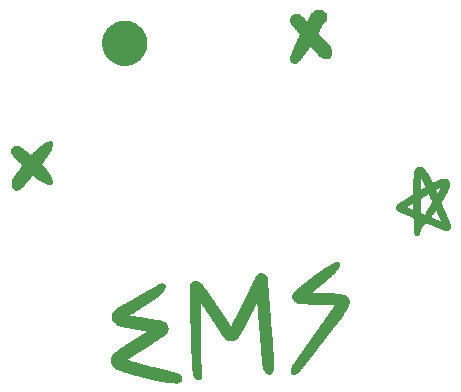
<source format=gts>
%TF.GenerationSoftware,KiCad,Pcbnew,(6.0.0-0)*%
%TF.CreationDate,2022-02-15T14:33:39+00:00*%
%TF.ProjectId,waffles-1u,77616666-6c65-4732-9d31-752e6b696361,rev?*%
%TF.SameCoordinates,Original*%
%TF.FileFunction,Soldermask,Top*%
%TF.FilePolarity,Negative*%
%FSLAX46Y46*%
G04 Gerber Fmt 4.6, Leading zero omitted, Abs format (unit mm)*
G04 Created by KiCad (PCBNEW (6.0.0-0)) date 2022-02-15 14:33:39*
%MOMM*%
%LPD*%
G01*
G04 APERTURE LIST*
%ADD10C,0.010000*%
G04 APERTURE END LIST*
D10*
%TO.C,Ref\u002A\u002A*%
X145710633Y-88976356D02*
X145820939Y-88989659D01*
X145820939Y-88989659D02*
X145907872Y-89014765D01*
X145907872Y-89014765D02*
X145910193Y-89015808D01*
X145910193Y-89015808D02*
X146009706Y-89076505D01*
X146009706Y-89076505D02*
X146105884Y-89161223D01*
X146105884Y-89161223D02*
X146183512Y-89255571D01*
X146183512Y-89255571D02*
X146208833Y-89298299D01*
X146208833Y-89298299D02*
X146233447Y-89375106D01*
X146233447Y-89375106D02*
X146247291Y-89477730D01*
X146247291Y-89477730D02*
X146250305Y-89591257D01*
X146250305Y-89591257D02*
X146242431Y-89700774D01*
X146242431Y-89700774D02*
X146223608Y-89791366D01*
X146223608Y-89791366D02*
X146210918Y-89823253D01*
X146210918Y-89823253D02*
X146176466Y-89878733D01*
X146176466Y-89878733D02*
X146129062Y-89939583D01*
X146129062Y-89939583D02*
X146077815Y-89995838D01*
X146077815Y-89995838D02*
X146031831Y-90037539D01*
X146031831Y-90037539D02*
X146000221Y-90054722D01*
X146000221Y-90054722D02*
X145999258Y-90054759D01*
X145999258Y-90054759D02*
X145974667Y-90071427D01*
X145974667Y-90071427D02*
X145943014Y-90112606D01*
X145943014Y-90112606D02*
X145936357Y-90123551D01*
X145936357Y-90123551D02*
X145907201Y-90171139D01*
X145907201Y-90171139D02*
X145886451Y-90200556D01*
X145886451Y-90200556D02*
X145884168Y-90202926D01*
X145884168Y-90202926D02*
X145854916Y-90244220D01*
X145854916Y-90244220D02*
X145826473Y-90309326D01*
X145826473Y-90309326D02*
X145809500Y-90367662D01*
X145809500Y-90367662D02*
X145794749Y-90413997D01*
X145794749Y-90413997D02*
X145778870Y-90435561D01*
X145778870Y-90435561D02*
X145777527Y-90435759D01*
X145777527Y-90435759D02*
X145757413Y-90452939D01*
X145757413Y-90452939D02*
X145748074Y-90472801D01*
X145748074Y-90472801D02*
X145725490Y-90523663D01*
X145725490Y-90523663D02*
X145715089Y-90541592D01*
X145715089Y-90541592D02*
X145694629Y-90580135D01*
X145694629Y-90580135D02*
X145667659Y-90639207D01*
X145667659Y-90639207D02*
X145657484Y-90663301D01*
X145657484Y-90663301D02*
X145632060Y-90716822D01*
X145632060Y-90716822D02*
X145610242Y-90749033D01*
X145610242Y-90749033D02*
X145603334Y-90753259D01*
X145603334Y-90753259D02*
X145587916Y-90770337D01*
X145587916Y-90770337D02*
X145586241Y-90783245D01*
X145586241Y-90783245D02*
X145575431Y-90814868D01*
X145575431Y-90814868D02*
X145568108Y-90820287D01*
X145568108Y-90820287D02*
X145552818Y-90843789D01*
X145552818Y-90843789D02*
X145538160Y-90892834D01*
X145538160Y-90892834D02*
X145535712Y-90905047D01*
X145535712Y-90905047D02*
X145531471Y-90933043D01*
X145531471Y-90933043D02*
X145532306Y-90958521D01*
X145532306Y-90958521D02*
X145541607Y-90986064D01*
X145541607Y-90986064D02*
X145562761Y-91020253D01*
X145562761Y-91020253D02*
X145599157Y-91065674D01*
X145599157Y-91065674D02*
X145654184Y-91126907D01*
X145654184Y-91126907D02*
X145731229Y-91208537D01*
X145731229Y-91208537D02*
X145833681Y-91315146D01*
X145833681Y-91315146D02*
X145856116Y-91338414D01*
X145856116Y-91338414D02*
X145909167Y-91394086D01*
X145909167Y-91394086D02*
X145948443Y-91436552D01*
X145948443Y-91436552D02*
X145966733Y-91457987D01*
X145966733Y-91457987D02*
X145967241Y-91459028D01*
X145967241Y-91459028D02*
X145981202Y-91475216D01*
X145981202Y-91475216D02*
X146019757Y-91516429D01*
X146019757Y-91516429D02*
X146077910Y-91577414D01*
X146077910Y-91577414D02*
X146150668Y-91652920D01*
X146150668Y-91652920D02*
X146199879Y-91703651D01*
X146199879Y-91703651D02*
X146351491Y-91866020D01*
X146351491Y-91866020D02*
X146468744Y-92006201D01*
X146468744Y-92006201D02*
X146552520Y-92125468D01*
X146552520Y-92125468D02*
X146603698Y-92225090D01*
X146603698Y-92225090D02*
X146623161Y-92306341D01*
X146623161Y-92306341D02*
X146623407Y-92315383D01*
X146623407Y-92315383D02*
X146629430Y-92373317D01*
X146629430Y-92373317D02*
X146644882Y-92406670D01*
X146644882Y-92406670D02*
X146649543Y-92409443D01*
X146649543Y-92409443D02*
X146665322Y-92436078D01*
X146665322Y-92436078D02*
X146677016Y-92502797D01*
X146677016Y-92502797D02*
X146683661Y-92593896D01*
X146683661Y-92593896D02*
X146679801Y-92737870D01*
X146679801Y-92737870D02*
X146652123Y-92852147D01*
X146652123Y-92852147D02*
X146598418Y-92943434D01*
X146598418Y-92943434D02*
X146553372Y-92989449D01*
X146553372Y-92989449D02*
X146480319Y-93037290D01*
X146480319Y-93037290D02*
X146390096Y-93074863D01*
X146390096Y-93074863D02*
X146300210Y-93096180D01*
X146300210Y-93096180D02*
X146238238Y-93097215D01*
X146238238Y-93097215D02*
X146160739Y-93083011D01*
X146160739Y-93083011D02*
X146081965Y-93064348D01*
X146081965Y-93064348D02*
X146012727Y-93044340D01*
X146012727Y-93044340D02*
X145963835Y-93026098D01*
X145963835Y-93026098D02*
X145946074Y-93013083D01*
X145946074Y-93013083D02*
X145928012Y-93000707D01*
X145928012Y-93000707D02*
X145895749Y-92996926D01*
X145895749Y-92996926D02*
X145845133Y-92984283D01*
X145845133Y-92984283D02*
X145819074Y-92965176D01*
X145819074Y-92965176D02*
X145782169Y-92938235D01*
X145782169Y-92938235D02*
X145761937Y-92933426D01*
X145761937Y-92933426D02*
X145727851Y-92919556D01*
X145727851Y-92919556D02*
X145682268Y-92885215D01*
X145682268Y-92885215D02*
X145671578Y-92875217D01*
X145671578Y-92875217D02*
X145621411Y-92827087D01*
X145621411Y-92827087D02*
X145577097Y-92785960D01*
X145577097Y-92785960D02*
X145572665Y-92781986D01*
X145572665Y-92781986D02*
X145538686Y-92748086D01*
X145538686Y-92748086D02*
X145488693Y-92694050D01*
X145488693Y-92694050D02*
X145438074Y-92636804D01*
X145438074Y-92636804D02*
X145377722Y-92567904D01*
X145377722Y-92567904D02*
X145317841Y-92500983D01*
X145317841Y-92500983D02*
X145279324Y-92459051D01*
X145279324Y-92459051D02*
X145225320Y-92399095D01*
X145225320Y-92399095D02*
X145166293Y-92330073D01*
X145166293Y-92330073D02*
X145148052Y-92307900D01*
X145148052Y-92307900D02*
X145050816Y-92192260D01*
X145050816Y-92192260D02*
X144973867Y-92109979D01*
X144973867Y-92109979D02*
X144917942Y-92061751D01*
X144917942Y-92061751D02*
X144883777Y-92048273D01*
X144883777Y-92048273D02*
X144876970Y-92052034D01*
X144876970Y-92052034D02*
X144852693Y-92081498D01*
X144852693Y-92081498D02*
X144812932Y-92131643D01*
X144812932Y-92131643D02*
X144781938Y-92171426D01*
X144781938Y-92171426D02*
X144730986Y-92235631D01*
X144730986Y-92235631D02*
X144682102Y-92294575D01*
X144682102Y-92294575D02*
X144660417Y-92319376D01*
X144660417Y-92319376D02*
X144627524Y-92361362D01*
X144627524Y-92361362D02*
X144612353Y-92392051D01*
X144612353Y-92392051D02*
X144612243Y-92393459D01*
X144612243Y-92393459D02*
X144598992Y-92419705D01*
X144598992Y-92419705D02*
X144564972Y-92465902D01*
X144564972Y-92465902D02*
X144527907Y-92510092D01*
X144527907Y-92510092D02*
X144483055Y-92563797D01*
X144483055Y-92563797D02*
X144452446Y-92605892D01*
X144452446Y-92605892D02*
X144443571Y-92624082D01*
X144443571Y-92624082D02*
X144429182Y-92649936D01*
X144429182Y-92649936D02*
X144394553Y-92687885D01*
X144394553Y-92687885D02*
X144390324Y-92691863D01*
X144390324Y-92691863D02*
X144354564Y-92728444D01*
X144354564Y-92728444D02*
X144337619Y-92752548D01*
X144337619Y-92752548D02*
X144337407Y-92753910D01*
X144337407Y-92753910D02*
X144333432Y-92765368D01*
X144333432Y-92765368D02*
X144318687Y-92789043D01*
X144318687Y-92789043D02*
X144288940Y-92831015D01*
X144288940Y-92831015D02*
X144239959Y-92897364D01*
X144239959Y-92897364D02*
X144205131Y-92943990D01*
X144205131Y-92943990D02*
X144184226Y-92970772D01*
X144184226Y-92970772D02*
X144145672Y-93019300D01*
X144145672Y-93019300D02*
X144104589Y-93070621D01*
X144104589Y-93070621D02*
X144060728Y-93127603D01*
X144060728Y-93127603D02*
X144030127Y-93171883D01*
X144030127Y-93171883D02*
X144019907Y-93192329D01*
X144019907Y-93192329D02*
X144002696Y-93206775D01*
X144002696Y-93206775D02*
X143988157Y-93208592D01*
X143988157Y-93208592D02*
X143960039Y-93222916D01*
X143960039Y-93222916D02*
X143956407Y-93235267D01*
X143956407Y-93235267D02*
X143939291Y-93273921D01*
X143939291Y-93273921D02*
X143892224Y-93327778D01*
X143892224Y-93327778D02*
X143821629Y-93390382D01*
X143821629Y-93390382D02*
X143745322Y-93447456D01*
X143745322Y-93447456D02*
X143682166Y-93472534D01*
X143682166Y-93472534D02*
X143596119Y-93483950D01*
X143596119Y-93483950D02*
X143504296Y-93481712D01*
X143504296Y-93481712D02*
X143423812Y-93465830D01*
X143423812Y-93465830D02*
X143384325Y-93447263D01*
X143384325Y-93447263D02*
X143297430Y-93380982D01*
X143297430Y-93380982D02*
X143244144Y-93324916D01*
X143244144Y-93324916D02*
X143219172Y-93272595D01*
X143219172Y-93272595D02*
X143215574Y-93241077D01*
X143215574Y-93241077D02*
X143208101Y-93186267D01*
X143208101Y-93186267D02*
X143190748Y-93149900D01*
X143190748Y-93149900D02*
X143176516Y-93119763D01*
X143176516Y-93119763D02*
X143189214Y-93073998D01*
X143189214Y-93073998D02*
X143190748Y-93070587D01*
X143190748Y-93070587D02*
X143209141Y-93008068D01*
X143209141Y-93008068D02*
X143215574Y-92949012D01*
X143215574Y-92949012D02*
X143222136Y-92893209D01*
X143222136Y-92893209D02*
X143238780Y-92827515D01*
X143238780Y-92827515D02*
X143260942Y-92764882D01*
X143260942Y-92764882D02*
X143284058Y-92718263D01*
X143284058Y-92718263D02*
X143303116Y-92700592D01*
X143303116Y-92700592D02*
X143317237Y-92682580D01*
X143317237Y-92682580D02*
X143321407Y-92651401D01*
X143321407Y-92651401D02*
X143330875Y-92610571D01*
X143330875Y-92610571D02*
X143356087Y-92544746D01*
X143356087Y-92544746D02*
X143392258Y-92465953D01*
X143392258Y-92465953D02*
X143406074Y-92438595D01*
X143406074Y-92438595D02*
X143444705Y-92359374D01*
X143444705Y-92359374D02*
X143474093Y-92290413D01*
X143474093Y-92290413D02*
X143489516Y-92243134D01*
X143489516Y-92243134D02*
X143490741Y-92233786D01*
X143490741Y-92233786D02*
X143499823Y-92200015D01*
X143499823Y-92200015D02*
X143511907Y-92192592D01*
X143511907Y-92192592D02*
X143529016Y-92174835D01*
X143529016Y-92174835D02*
X143533074Y-92149595D01*
X143533074Y-92149595D02*
X143546867Y-92108893D01*
X143546867Y-92108893D02*
X143564824Y-92094413D01*
X143564824Y-92094413D02*
X143590243Y-92065887D01*
X143590243Y-92065887D02*
X143596574Y-92035599D01*
X143596574Y-92035599D02*
X143605666Y-91994831D01*
X143605666Y-91994831D02*
X143629711Y-91929527D01*
X143629711Y-91929527D02*
X143663865Y-91852571D01*
X143663865Y-91852571D02*
X143670657Y-91838589D01*
X143670657Y-91838589D02*
X143705490Y-91766171D01*
X143705490Y-91766171D02*
X143731525Y-91708783D01*
X143731525Y-91708783D02*
X143744196Y-91676586D01*
X143744196Y-91676586D02*
X143744741Y-91673725D01*
X143744741Y-91673725D02*
X143753018Y-91644939D01*
X143753018Y-91644939D02*
X143773381Y-91593770D01*
X143773381Y-91593770D02*
X143799125Y-91535769D01*
X143799125Y-91535769D02*
X143823546Y-91486488D01*
X143823546Y-91486488D02*
X143831303Y-91472926D01*
X143831303Y-91472926D02*
X143856321Y-91425883D01*
X143856321Y-91425883D02*
X143863558Y-91409426D01*
X143863558Y-91409426D02*
X143883142Y-91365486D01*
X143883142Y-91365486D02*
X143914602Y-91299660D01*
X143914602Y-91299660D02*
X143950358Y-91227658D01*
X143950358Y-91227658D02*
X143966718Y-91195712D01*
X143966718Y-91195712D02*
X143990115Y-91163299D01*
X143990115Y-91163299D02*
X144003760Y-91155426D01*
X144003760Y-91155426D02*
X144013874Y-91136636D01*
X144013874Y-91136636D02*
X144019497Y-91089701D01*
X144019497Y-91089701D02*
X144019907Y-91070759D01*
X144019907Y-91070759D02*
X144015213Y-91017740D01*
X144015213Y-91017740D02*
X144003485Y-90988251D01*
X144003485Y-90988251D02*
X143998741Y-90986092D01*
X143998741Y-90986092D02*
X143979962Y-90968948D01*
X143979962Y-90968948D02*
X143977574Y-90954342D01*
X143977574Y-90954342D02*
X143965345Y-90926187D01*
X143965345Y-90926187D02*
X143954895Y-90922592D01*
X143954895Y-90922592D02*
X143924505Y-90909410D01*
X143924505Y-90909410D02*
X143890364Y-90880952D01*
X143890364Y-90880952D02*
X143871966Y-90853850D01*
X143871966Y-90853850D02*
X143871741Y-90851649D01*
X143871741Y-90851649D02*
X143858640Y-90831060D01*
X143858640Y-90831060D02*
X143825973Y-90792541D01*
X143825973Y-90792541D02*
X143813532Y-90779011D01*
X143813532Y-90779011D02*
X143760732Y-90721212D01*
X143760732Y-90721212D02*
X143703488Y-90656596D01*
X143703488Y-90656596D02*
X143691824Y-90643136D01*
X143691824Y-90643136D02*
X143645521Y-90589662D01*
X143645521Y-90589662D02*
X143584268Y-90519275D01*
X143584268Y-90519275D02*
X143521039Y-90446882D01*
X143521039Y-90446882D02*
X143518855Y-90444387D01*
X143518855Y-90444387D02*
X143459741Y-90376783D01*
X143459741Y-90376783D02*
X143405879Y-90315049D01*
X143405879Y-90315049D02*
X143368026Y-90271516D01*
X143368026Y-90271516D02*
X143365397Y-90268478D01*
X143365397Y-90268478D02*
X143334306Y-90224138D01*
X143334306Y-90224138D02*
X143321407Y-90189103D01*
X143321407Y-90189103D02*
X143311942Y-90162954D01*
X143311942Y-90162954D02*
X143305532Y-90160458D01*
X143305532Y-90160458D02*
X143285550Y-90143804D01*
X143285550Y-90143804D02*
X143257202Y-90103099D01*
X143257202Y-90103099D02*
X143252616Y-90095243D01*
X143252616Y-90095243D02*
X143230042Y-90028897D01*
X143230042Y-90028897D02*
X143217314Y-89936362D01*
X143217314Y-89936362D02*
X143214540Y-89832646D01*
X143214540Y-89832646D02*
X143221828Y-89732756D01*
X143221828Y-89732756D02*
X143239284Y-89651703D01*
X143239284Y-89651703D02*
X143249259Y-89627684D01*
X143249259Y-89627684D02*
X143291742Y-89559959D01*
X143291742Y-89559959D02*
X143344032Y-89496466D01*
X143344032Y-89496466D02*
X143396673Y-89446998D01*
X143396673Y-89446998D02*
X143440208Y-89421346D01*
X143440208Y-89421346D02*
X143450044Y-89419759D01*
X143450044Y-89419759D02*
X143485397Y-89409618D01*
X143485397Y-89409618D02*
X143494268Y-89399005D01*
X143494268Y-89399005D02*
X143522035Y-89376755D01*
X143522035Y-89376755D02*
X143580377Y-89361546D01*
X143580377Y-89361546D02*
X143658114Y-89353468D01*
X143658114Y-89353468D02*
X143744061Y-89352611D01*
X143744061Y-89352611D02*
X143827038Y-89359066D01*
X143827038Y-89359066D02*
X143895860Y-89372924D01*
X143895860Y-89372924D02*
X143939346Y-89394274D01*
X143939346Y-89394274D02*
X143940509Y-89395394D01*
X143940509Y-89395394D02*
X143979533Y-89417388D01*
X143979533Y-89417388D02*
X143994699Y-89419759D01*
X143994699Y-89419759D02*
X144010823Y-89422377D01*
X144010823Y-89422377D02*
X144031235Y-89432631D01*
X144031235Y-89432631D02*
X144059926Y-89454118D01*
X144059926Y-89454118D02*
X144100888Y-89490434D01*
X144100888Y-89490434D02*
X144158112Y-89545178D01*
X144158112Y-89545178D02*
X144235592Y-89621947D01*
X144235592Y-89621947D02*
X144337318Y-89724338D01*
X144337318Y-89724338D02*
X144375251Y-89762705D01*
X144375251Y-89762705D02*
X144466482Y-89854358D01*
X144466482Y-89854358D02*
X144533052Y-89918959D01*
X144533052Y-89918959D02*
X144579540Y-89960069D01*
X144579540Y-89960069D02*
X144610523Y-89981250D01*
X144610523Y-89981250D02*
X144630580Y-89986063D01*
X144630580Y-89986063D02*
X144644289Y-89978070D01*
X144644289Y-89978070D02*
X144647349Y-89974372D01*
X144647349Y-89974372D02*
X144670602Y-89923020D01*
X144670602Y-89923020D02*
X144675401Y-89891966D01*
X144675401Y-89891966D02*
X144683902Y-89849736D01*
X144683902Y-89849736D02*
X144695589Y-89833530D01*
X144695589Y-89833530D02*
X144714199Y-89809197D01*
X144714199Y-89809197D02*
X144743484Y-89758270D01*
X144743484Y-89758270D02*
X144777341Y-89693022D01*
X144777341Y-89693022D02*
X144809665Y-89625725D01*
X144809665Y-89625725D02*
X144834354Y-89568651D01*
X144834354Y-89568651D02*
X144845303Y-89534073D01*
X144845303Y-89534073D02*
X144845407Y-89532302D01*
X144845407Y-89532302D02*
X144858673Y-89503660D01*
X144858673Y-89503660D02*
X144891300Y-89461280D01*
X144891300Y-89461280D02*
X144898324Y-89453509D01*
X144898324Y-89453509D02*
X144933403Y-89409046D01*
X144933403Y-89409046D02*
X144950820Y-89374008D01*
X144950820Y-89374008D02*
X144951241Y-89370263D01*
X144951241Y-89370263D02*
X144965228Y-89341532D01*
X144965228Y-89341532D02*
X145000718Y-89295392D01*
X145000718Y-89295392D02*
X145047997Y-89242246D01*
X145047997Y-89242246D02*
X145097356Y-89192497D01*
X145097356Y-89192497D02*
X145139083Y-89156549D01*
X145139083Y-89156549D02*
X145161895Y-89144592D01*
X145161895Y-89144592D02*
X145183296Y-89132526D01*
X145183296Y-89132526D02*
X145184074Y-89128239D01*
X145184074Y-89128239D02*
X145203023Y-89107447D01*
X145203023Y-89107447D02*
X145260368Y-89074200D01*
X145260368Y-89074200D02*
X145356857Y-89028083D01*
X145356857Y-89028083D02*
X145398939Y-89009298D01*
X145398939Y-89009298D02*
X145483688Y-88985973D01*
X145483688Y-88985973D02*
X145592901Y-88975060D01*
X145592901Y-88975060D02*
X145710633Y-88976356D01*
X145710633Y-88976356D02*
X145710633Y-88976356D01*
G36*
X145710633Y-88976356D02*
G01*
X145820939Y-88989659D01*
X145907872Y-89014765D01*
X145910193Y-89015808D01*
X146009706Y-89076505D01*
X146105884Y-89161223D01*
X146183512Y-89255571D01*
X146208833Y-89298299D01*
X146233447Y-89375106D01*
X146247291Y-89477730D01*
X146250305Y-89591257D01*
X146242431Y-89700774D01*
X146223608Y-89791366D01*
X146210918Y-89823253D01*
X146176466Y-89878733D01*
X146129062Y-89939583D01*
X146077815Y-89995838D01*
X146031831Y-90037539D01*
X146000221Y-90054722D01*
X145999258Y-90054759D01*
X145974667Y-90071427D01*
X145943014Y-90112606D01*
X145936357Y-90123551D01*
X145907201Y-90171139D01*
X145886451Y-90200556D01*
X145884168Y-90202926D01*
X145854916Y-90244220D01*
X145826473Y-90309326D01*
X145809500Y-90367662D01*
X145794749Y-90413997D01*
X145778870Y-90435561D01*
X145777527Y-90435759D01*
X145757413Y-90452939D01*
X145748074Y-90472801D01*
X145725490Y-90523663D01*
X145715089Y-90541592D01*
X145694629Y-90580135D01*
X145667659Y-90639207D01*
X145657484Y-90663301D01*
X145632060Y-90716822D01*
X145610242Y-90749033D01*
X145603334Y-90753259D01*
X145587916Y-90770337D01*
X145586241Y-90783245D01*
X145575431Y-90814868D01*
X145568108Y-90820287D01*
X145552818Y-90843789D01*
X145538160Y-90892834D01*
X145535712Y-90905047D01*
X145531471Y-90933043D01*
X145532306Y-90958521D01*
X145541607Y-90986064D01*
X145562761Y-91020253D01*
X145599157Y-91065674D01*
X145654184Y-91126907D01*
X145731229Y-91208537D01*
X145833681Y-91315146D01*
X145856116Y-91338414D01*
X145909167Y-91394086D01*
X145948443Y-91436552D01*
X145966733Y-91457987D01*
X145967241Y-91459028D01*
X145981202Y-91475216D01*
X146019757Y-91516429D01*
X146077910Y-91577414D01*
X146150668Y-91652920D01*
X146199879Y-91703651D01*
X146351491Y-91866020D01*
X146468744Y-92006201D01*
X146552520Y-92125468D01*
X146603698Y-92225090D01*
X146623161Y-92306341D01*
X146623407Y-92315383D01*
X146629430Y-92373317D01*
X146644882Y-92406670D01*
X146649543Y-92409443D01*
X146665322Y-92436078D01*
X146677016Y-92502797D01*
X146683661Y-92593896D01*
X146679801Y-92737870D01*
X146652123Y-92852147D01*
X146598418Y-92943434D01*
X146553372Y-92989449D01*
X146480319Y-93037290D01*
X146390096Y-93074863D01*
X146300210Y-93096180D01*
X146238238Y-93097215D01*
X146160739Y-93083011D01*
X146081965Y-93064348D01*
X146012727Y-93044340D01*
X145963835Y-93026098D01*
X145946074Y-93013083D01*
X145928012Y-93000707D01*
X145895749Y-92996926D01*
X145845133Y-92984283D01*
X145819074Y-92965176D01*
X145782169Y-92938235D01*
X145761937Y-92933426D01*
X145727851Y-92919556D01*
X145682268Y-92885215D01*
X145671578Y-92875217D01*
X145621411Y-92827087D01*
X145577097Y-92785960D01*
X145572665Y-92781986D01*
X145538686Y-92748086D01*
X145488693Y-92694050D01*
X145438074Y-92636804D01*
X145377722Y-92567904D01*
X145317841Y-92500983D01*
X145279324Y-92459051D01*
X145225320Y-92399095D01*
X145166293Y-92330073D01*
X145148052Y-92307900D01*
X145050816Y-92192260D01*
X144973867Y-92109979D01*
X144917942Y-92061751D01*
X144883777Y-92048273D01*
X144876970Y-92052034D01*
X144852693Y-92081498D01*
X144812932Y-92131643D01*
X144781938Y-92171426D01*
X144730986Y-92235631D01*
X144682102Y-92294575D01*
X144660417Y-92319376D01*
X144627524Y-92361362D01*
X144612353Y-92392051D01*
X144612243Y-92393459D01*
X144598992Y-92419705D01*
X144564972Y-92465902D01*
X144527907Y-92510092D01*
X144483055Y-92563797D01*
X144452446Y-92605892D01*
X144443571Y-92624082D01*
X144429182Y-92649936D01*
X144394553Y-92687885D01*
X144390324Y-92691863D01*
X144354564Y-92728444D01*
X144337619Y-92752548D01*
X144337407Y-92753910D01*
X144333432Y-92765368D01*
X144318687Y-92789043D01*
X144288940Y-92831015D01*
X144239959Y-92897364D01*
X144205131Y-92943990D01*
X144184226Y-92970772D01*
X144145672Y-93019300D01*
X144104589Y-93070621D01*
X144060728Y-93127603D01*
X144030127Y-93171883D01*
X144019907Y-93192329D01*
X144002696Y-93206775D01*
X143988157Y-93208592D01*
X143960039Y-93222916D01*
X143956407Y-93235267D01*
X143939291Y-93273921D01*
X143892224Y-93327778D01*
X143821629Y-93390382D01*
X143745322Y-93447456D01*
X143682166Y-93472534D01*
X143596119Y-93483950D01*
X143504296Y-93481712D01*
X143423812Y-93465830D01*
X143384325Y-93447263D01*
X143297430Y-93380982D01*
X143244144Y-93324916D01*
X143219172Y-93272595D01*
X143215574Y-93241077D01*
X143208101Y-93186267D01*
X143190748Y-93149900D01*
X143176516Y-93119763D01*
X143189214Y-93073998D01*
X143190748Y-93070587D01*
X143209141Y-93008068D01*
X143215574Y-92949012D01*
X143222136Y-92893209D01*
X143238780Y-92827515D01*
X143260942Y-92764882D01*
X143284058Y-92718263D01*
X143303116Y-92700592D01*
X143317237Y-92682580D01*
X143321407Y-92651401D01*
X143330875Y-92610571D01*
X143356087Y-92544746D01*
X143392258Y-92465953D01*
X143406074Y-92438595D01*
X143444705Y-92359374D01*
X143474093Y-92290413D01*
X143489516Y-92243134D01*
X143490741Y-92233786D01*
X143499823Y-92200015D01*
X143511907Y-92192592D01*
X143529016Y-92174835D01*
X143533074Y-92149595D01*
X143546867Y-92108893D01*
X143564824Y-92094413D01*
X143590243Y-92065887D01*
X143596574Y-92035599D01*
X143605666Y-91994831D01*
X143629711Y-91929527D01*
X143663865Y-91852571D01*
X143670657Y-91838589D01*
X143705490Y-91766171D01*
X143731525Y-91708783D01*
X143744196Y-91676586D01*
X143744741Y-91673725D01*
X143753018Y-91644939D01*
X143773381Y-91593770D01*
X143799125Y-91535769D01*
X143823546Y-91486488D01*
X143831303Y-91472926D01*
X143856321Y-91425883D01*
X143863558Y-91409426D01*
X143883142Y-91365486D01*
X143914602Y-91299660D01*
X143950358Y-91227658D01*
X143966718Y-91195712D01*
X143990115Y-91163299D01*
X144003760Y-91155426D01*
X144013874Y-91136636D01*
X144019497Y-91089701D01*
X144019907Y-91070759D01*
X144015213Y-91017740D01*
X144003485Y-90988251D01*
X143998741Y-90986092D01*
X143979962Y-90968948D01*
X143977574Y-90954342D01*
X143965345Y-90926187D01*
X143954895Y-90922592D01*
X143924505Y-90909410D01*
X143890364Y-90880952D01*
X143871966Y-90853850D01*
X143871741Y-90851649D01*
X143858640Y-90831060D01*
X143825973Y-90792541D01*
X143813532Y-90779011D01*
X143760732Y-90721212D01*
X143703488Y-90656596D01*
X143691824Y-90643136D01*
X143645521Y-90589662D01*
X143584268Y-90519275D01*
X143521039Y-90446882D01*
X143518855Y-90444387D01*
X143459741Y-90376783D01*
X143405879Y-90315049D01*
X143368026Y-90271516D01*
X143365397Y-90268478D01*
X143334306Y-90224138D01*
X143321407Y-90189103D01*
X143311942Y-90162954D01*
X143305532Y-90160458D01*
X143285550Y-90143804D01*
X143257202Y-90103099D01*
X143252616Y-90095243D01*
X143230042Y-90028897D01*
X143217314Y-89936362D01*
X143214540Y-89832646D01*
X143221828Y-89732756D01*
X143239284Y-89651703D01*
X143249259Y-89627684D01*
X143291742Y-89559959D01*
X143344032Y-89496466D01*
X143396673Y-89446998D01*
X143440208Y-89421346D01*
X143450044Y-89419759D01*
X143485397Y-89409618D01*
X143494268Y-89399005D01*
X143522035Y-89376755D01*
X143580377Y-89361546D01*
X143658114Y-89353468D01*
X143744061Y-89352611D01*
X143827038Y-89359066D01*
X143895860Y-89372924D01*
X143939346Y-89394274D01*
X143940509Y-89395394D01*
X143979533Y-89417388D01*
X143994699Y-89419759D01*
X144010823Y-89422377D01*
X144031235Y-89432631D01*
X144059926Y-89454118D01*
X144100888Y-89490434D01*
X144158112Y-89545178D01*
X144235592Y-89621947D01*
X144337318Y-89724338D01*
X144375251Y-89762705D01*
X144466482Y-89854358D01*
X144533052Y-89918959D01*
X144579540Y-89960069D01*
X144610523Y-89981250D01*
X144630580Y-89986063D01*
X144644289Y-89978070D01*
X144647349Y-89974372D01*
X144670602Y-89923020D01*
X144675401Y-89891966D01*
X144683902Y-89849736D01*
X144695589Y-89833530D01*
X144714199Y-89809197D01*
X144743484Y-89758270D01*
X144777341Y-89693022D01*
X144809665Y-89625725D01*
X144834354Y-89568651D01*
X144845303Y-89534073D01*
X144845407Y-89532302D01*
X144858673Y-89503660D01*
X144891300Y-89461280D01*
X144898324Y-89453509D01*
X144933403Y-89409046D01*
X144950820Y-89374008D01*
X144951241Y-89370263D01*
X144965228Y-89341532D01*
X145000718Y-89295392D01*
X145047997Y-89242246D01*
X145097356Y-89192497D01*
X145139083Y-89156549D01*
X145161895Y-89144592D01*
X145183296Y-89132526D01*
X145184074Y-89128239D01*
X145203023Y-89107447D01*
X145260368Y-89074200D01*
X145356857Y-89028083D01*
X145398939Y-89009298D01*
X145483688Y-88985973D01*
X145592901Y-88975060D01*
X145710633Y-88976356D01*
G37*
X145710633Y-88976356D02*
X145820939Y-88989659D01*
X145907872Y-89014765D01*
X145910193Y-89015808D01*
X146009706Y-89076505D01*
X146105884Y-89161223D01*
X146183512Y-89255571D01*
X146208833Y-89298299D01*
X146233447Y-89375106D01*
X146247291Y-89477730D01*
X146250305Y-89591257D01*
X146242431Y-89700774D01*
X146223608Y-89791366D01*
X146210918Y-89823253D01*
X146176466Y-89878733D01*
X146129062Y-89939583D01*
X146077815Y-89995838D01*
X146031831Y-90037539D01*
X146000221Y-90054722D01*
X145999258Y-90054759D01*
X145974667Y-90071427D01*
X145943014Y-90112606D01*
X145936357Y-90123551D01*
X145907201Y-90171139D01*
X145886451Y-90200556D01*
X145884168Y-90202926D01*
X145854916Y-90244220D01*
X145826473Y-90309326D01*
X145809500Y-90367662D01*
X145794749Y-90413997D01*
X145778870Y-90435561D01*
X145777527Y-90435759D01*
X145757413Y-90452939D01*
X145748074Y-90472801D01*
X145725490Y-90523663D01*
X145715089Y-90541592D01*
X145694629Y-90580135D01*
X145667659Y-90639207D01*
X145657484Y-90663301D01*
X145632060Y-90716822D01*
X145610242Y-90749033D01*
X145603334Y-90753259D01*
X145587916Y-90770337D01*
X145586241Y-90783245D01*
X145575431Y-90814868D01*
X145568108Y-90820287D01*
X145552818Y-90843789D01*
X145538160Y-90892834D01*
X145535712Y-90905047D01*
X145531471Y-90933043D01*
X145532306Y-90958521D01*
X145541607Y-90986064D01*
X145562761Y-91020253D01*
X145599157Y-91065674D01*
X145654184Y-91126907D01*
X145731229Y-91208537D01*
X145833681Y-91315146D01*
X145856116Y-91338414D01*
X145909167Y-91394086D01*
X145948443Y-91436552D01*
X145966733Y-91457987D01*
X145967241Y-91459028D01*
X145981202Y-91475216D01*
X146019757Y-91516429D01*
X146077910Y-91577414D01*
X146150668Y-91652920D01*
X146199879Y-91703651D01*
X146351491Y-91866020D01*
X146468744Y-92006201D01*
X146552520Y-92125468D01*
X146603698Y-92225090D01*
X146623161Y-92306341D01*
X146623407Y-92315383D01*
X146629430Y-92373317D01*
X146644882Y-92406670D01*
X146649543Y-92409443D01*
X146665322Y-92436078D01*
X146677016Y-92502797D01*
X146683661Y-92593896D01*
X146679801Y-92737870D01*
X146652123Y-92852147D01*
X146598418Y-92943434D01*
X146553372Y-92989449D01*
X146480319Y-93037290D01*
X146390096Y-93074863D01*
X146300210Y-93096180D01*
X146238238Y-93097215D01*
X146160739Y-93083011D01*
X146081965Y-93064348D01*
X146012727Y-93044340D01*
X145963835Y-93026098D01*
X145946074Y-93013083D01*
X145928012Y-93000707D01*
X145895749Y-92996926D01*
X145845133Y-92984283D01*
X145819074Y-92965176D01*
X145782169Y-92938235D01*
X145761937Y-92933426D01*
X145727851Y-92919556D01*
X145682268Y-92885215D01*
X145671578Y-92875217D01*
X145621411Y-92827087D01*
X145577097Y-92785960D01*
X145572665Y-92781986D01*
X145538686Y-92748086D01*
X145488693Y-92694050D01*
X145438074Y-92636804D01*
X145377722Y-92567904D01*
X145317841Y-92500983D01*
X145279324Y-92459051D01*
X145225320Y-92399095D01*
X145166293Y-92330073D01*
X145148052Y-92307900D01*
X145050816Y-92192260D01*
X144973867Y-92109979D01*
X144917942Y-92061751D01*
X144883777Y-92048273D01*
X144876970Y-92052034D01*
X144852693Y-92081498D01*
X144812932Y-92131643D01*
X144781938Y-92171426D01*
X144730986Y-92235631D01*
X144682102Y-92294575D01*
X144660417Y-92319376D01*
X144627524Y-92361362D01*
X144612353Y-92392051D01*
X144612243Y-92393459D01*
X144598992Y-92419705D01*
X144564972Y-92465902D01*
X144527907Y-92510092D01*
X144483055Y-92563797D01*
X144452446Y-92605892D01*
X144443571Y-92624082D01*
X144429182Y-92649936D01*
X144394553Y-92687885D01*
X144390324Y-92691863D01*
X144354564Y-92728444D01*
X144337619Y-92752548D01*
X144337407Y-92753910D01*
X144333432Y-92765368D01*
X144318687Y-92789043D01*
X144288940Y-92831015D01*
X144239959Y-92897364D01*
X144205131Y-92943990D01*
X144184226Y-92970772D01*
X144145672Y-93019300D01*
X144104589Y-93070621D01*
X144060728Y-93127603D01*
X144030127Y-93171883D01*
X144019907Y-93192329D01*
X144002696Y-93206775D01*
X143988157Y-93208592D01*
X143960039Y-93222916D01*
X143956407Y-93235267D01*
X143939291Y-93273921D01*
X143892224Y-93327778D01*
X143821629Y-93390382D01*
X143745322Y-93447456D01*
X143682166Y-93472534D01*
X143596119Y-93483950D01*
X143504296Y-93481712D01*
X143423812Y-93465830D01*
X143384325Y-93447263D01*
X143297430Y-93380982D01*
X143244144Y-93324916D01*
X143219172Y-93272595D01*
X143215574Y-93241077D01*
X143208101Y-93186267D01*
X143190748Y-93149900D01*
X143176516Y-93119763D01*
X143189214Y-93073998D01*
X143190748Y-93070587D01*
X143209141Y-93008068D01*
X143215574Y-92949012D01*
X143222136Y-92893209D01*
X143238780Y-92827515D01*
X143260942Y-92764882D01*
X143284058Y-92718263D01*
X143303116Y-92700592D01*
X143317237Y-92682580D01*
X143321407Y-92651401D01*
X143330875Y-92610571D01*
X143356087Y-92544746D01*
X143392258Y-92465953D01*
X143406074Y-92438595D01*
X143444705Y-92359374D01*
X143474093Y-92290413D01*
X143489516Y-92243134D01*
X143490741Y-92233786D01*
X143499823Y-92200015D01*
X143511907Y-92192592D01*
X143529016Y-92174835D01*
X143533074Y-92149595D01*
X143546867Y-92108893D01*
X143564824Y-92094413D01*
X143590243Y-92065887D01*
X143596574Y-92035599D01*
X143605666Y-91994831D01*
X143629711Y-91929527D01*
X143663865Y-91852571D01*
X143670657Y-91838589D01*
X143705490Y-91766171D01*
X143731525Y-91708783D01*
X143744196Y-91676586D01*
X143744741Y-91673725D01*
X143753018Y-91644939D01*
X143773381Y-91593770D01*
X143799125Y-91535769D01*
X143823546Y-91486488D01*
X143831303Y-91472926D01*
X143856321Y-91425883D01*
X143863558Y-91409426D01*
X143883142Y-91365486D01*
X143914602Y-91299660D01*
X143950358Y-91227658D01*
X143966718Y-91195712D01*
X143990115Y-91163299D01*
X144003760Y-91155426D01*
X144013874Y-91136636D01*
X144019497Y-91089701D01*
X144019907Y-91070759D01*
X144015213Y-91017740D01*
X144003485Y-90988251D01*
X143998741Y-90986092D01*
X143979962Y-90968948D01*
X143977574Y-90954342D01*
X143965345Y-90926187D01*
X143954895Y-90922592D01*
X143924505Y-90909410D01*
X143890364Y-90880952D01*
X143871966Y-90853850D01*
X143871741Y-90851649D01*
X143858640Y-90831060D01*
X143825973Y-90792541D01*
X143813532Y-90779011D01*
X143760732Y-90721212D01*
X143703488Y-90656596D01*
X143691824Y-90643136D01*
X143645521Y-90589662D01*
X143584268Y-90519275D01*
X143521039Y-90446882D01*
X143518855Y-90444387D01*
X143459741Y-90376783D01*
X143405879Y-90315049D01*
X143368026Y-90271516D01*
X143365397Y-90268478D01*
X143334306Y-90224138D01*
X143321407Y-90189103D01*
X143311942Y-90162954D01*
X143305532Y-90160458D01*
X143285550Y-90143804D01*
X143257202Y-90103099D01*
X143252616Y-90095243D01*
X143230042Y-90028897D01*
X143217314Y-89936362D01*
X143214540Y-89832646D01*
X143221828Y-89732756D01*
X143239284Y-89651703D01*
X143249259Y-89627684D01*
X143291742Y-89559959D01*
X143344032Y-89496466D01*
X143396673Y-89446998D01*
X143440208Y-89421346D01*
X143450044Y-89419759D01*
X143485397Y-89409618D01*
X143494268Y-89399005D01*
X143522035Y-89376755D01*
X143580377Y-89361546D01*
X143658114Y-89353468D01*
X143744061Y-89352611D01*
X143827038Y-89359066D01*
X143895860Y-89372924D01*
X143939346Y-89394274D01*
X143940509Y-89395394D01*
X143979533Y-89417388D01*
X143994699Y-89419759D01*
X144010823Y-89422377D01*
X144031235Y-89432631D01*
X144059926Y-89454118D01*
X144100888Y-89490434D01*
X144158112Y-89545178D01*
X144235592Y-89621947D01*
X144337318Y-89724338D01*
X144375251Y-89762705D01*
X144466482Y-89854358D01*
X144533052Y-89918959D01*
X144579540Y-89960069D01*
X144610523Y-89981250D01*
X144630580Y-89986063D01*
X144644289Y-89978070D01*
X144647349Y-89974372D01*
X144670602Y-89923020D01*
X144675401Y-89891966D01*
X144683902Y-89849736D01*
X144695589Y-89833530D01*
X144714199Y-89809197D01*
X144743484Y-89758270D01*
X144777341Y-89693022D01*
X144809665Y-89625725D01*
X144834354Y-89568651D01*
X144845303Y-89534073D01*
X144845407Y-89532302D01*
X144858673Y-89503660D01*
X144891300Y-89461280D01*
X144898324Y-89453509D01*
X144933403Y-89409046D01*
X144950820Y-89374008D01*
X144951241Y-89370263D01*
X144965228Y-89341532D01*
X145000718Y-89295392D01*
X145047997Y-89242246D01*
X145097356Y-89192497D01*
X145139083Y-89156549D01*
X145161895Y-89144592D01*
X145183296Y-89132526D01*
X145184074Y-89128239D01*
X145203023Y-89107447D01*
X145260368Y-89074200D01*
X145356857Y-89028083D01*
X145398939Y-89009298D01*
X145483688Y-88985973D01*
X145592901Y-88975060D01*
X145710633Y-88976356D01*
X122885878Y-100134852D02*
X122914800Y-100146724D01*
X122914800Y-100146724D02*
X122916741Y-100151259D01*
X122916741Y-100151259D02*
X122933092Y-100171505D01*
X122933092Y-100171505D02*
X122939806Y-100172426D01*
X122939806Y-100172426D02*
X122968868Y-100187258D01*
X122968868Y-100187258D02*
X123002602Y-100220051D01*
X123002602Y-100220051D02*
X123027910Y-100274596D01*
X123027910Y-100274596D02*
X123041758Y-100353222D01*
X123041758Y-100353222D02*
X123043666Y-100439453D01*
X123043666Y-100439453D02*
X123033153Y-100516814D01*
X123033153Y-100516814D02*
X123012664Y-100565255D01*
X123012664Y-100565255D02*
X122988223Y-100618537D01*
X122988223Y-100618537D02*
X122980914Y-100663301D01*
X122980914Y-100663301D02*
X122973298Y-100710200D01*
X122973298Y-100710200D02*
X122959074Y-100733342D01*
X122959074Y-100733342D02*
X122941068Y-100763304D01*
X122941068Y-100763304D02*
X122937907Y-100785996D01*
X122937907Y-100785996D02*
X122924219Y-100835555D01*
X122924219Y-100835555D02*
X122911449Y-100854432D01*
X122911449Y-100854432D02*
X122860254Y-100921693D01*
X122860254Y-100921693D02*
X122822757Y-100991529D01*
X122822757Y-100991529D02*
X122818407Y-101003217D01*
X122818407Y-101003217D02*
X122799225Y-101034467D01*
X122799225Y-101034467D02*
X122787272Y-101040259D01*
X122787272Y-101040259D02*
X122770185Y-101057194D01*
X122770185Y-101057194D02*
X122768574Y-101068717D01*
X122768574Y-101068717D02*
X122755647Y-101102338D01*
X122755647Y-101102338D02*
X122723744Y-101148969D01*
X122723744Y-101148969D02*
X122715683Y-101158675D01*
X122715683Y-101158675D02*
X122681331Y-101203766D01*
X122681331Y-101203766D02*
X122663478Y-101237252D01*
X122663478Y-101237252D02*
X122662766Y-101241558D01*
X122662766Y-101241558D02*
X122649836Y-101270753D01*
X122649836Y-101270753D02*
X122618412Y-101312987D01*
X122618412Y-101312987D02*
X122615116Y-101316764D01*
X122615116Y-101316764D02*
X122535358Y-101420841D01*
X122535358Y-101420841D02*
X122499654Y-101484759D01*
X122499654Y-101484759D02*
X122475455Y-101522052D01*
X122475455Y-101522052D02*
X122437360Y-101568046D01*
X122437360Y-101568046D02*
X122436289Y-101569209D01*
X122436289Y-101569209D02*
X122403194Y-101609156D01*
X122403194Y-101609156D02*
X122387727Y-101635988D01*
X122387727Y-101635988D02*
X122387574Y-101637382D01*
X122387574Y-101637382D02*
X122375907Y-101664502D01*
X122375907Y-101664502D02*
X122346812Y-101710374D01*
X122346812Y-101710374D02*
X122309144Y-101762945D01*
X122309144Y-101762945D02*
X122271758Y-101810162D01*
X122271758Y-101810162D02*
X122243510Y-101839972D01*
X122243510Y-101839972D02*
X122235333Y-101844592D01*
X122235333Y-101844592D02*
X122220852Y-101862117D01*
X122220852Y-101862117D02*
X122218241Y-101881850D01*
X122218241Y-101881850D02*
X122204562Y-101921534D01*
X122204562Y-101921534D02*
X122171058Y-101969774D01*
X122171058Y-101969774D02*
X122165324Y-101976176D01*
X122165324Y-101976176D02*
X122133831Y-102022997D01*
X122133831Y-102022997D02*
X122115470Y-102074541D01*
X122115470Y-102074541D02*
X122112714Y-102117894D01*
X122112714Y-102117894D02*
X122128039Y-102140143D01*
X122128039Y-102140143D02*
X122133757Y-102140926D01*
X122133757Y-102140926D02*
X122165885Y-102156224D01*
X122165885Y-102156224D02*
X122219380Y-102198482D01*
X122219380Y-102198482D02*
X122288382Y-102262241D01*
X122288382Y-102262241D02*
X122367033Y-102342041D01*
X122367033Y-102342041D02*
X122449472Y-102432426D01*
X122449472Y-102432426D02*
X122461657Y-102446392D01*
X122461657Y-102446392D02*
X122508215Y-102510044D01*
X122508215Y-102510044D02*
X122543726Y-102575914D01*
X122543726Y-102575914D02*
X122549407Y-102590717D01*
X122549407Y-102590717D02*
X122568589Y-102621967D01*
X122568589Y-102621967D02*
X122580543Y-102627759D01*
X122580543Y-102627759D02*
X122597401Y-102644813D01*
X122597401Y-102644813D02*
X122599241Y-102657745D01*
X122599241Y-102657745D02*
X122608949Y-102689389D01*
X122608949Y-102689389D02*
X122615498Y-102694787D01*
X122615498Y-102694787D02*
X122636984Y-102716964D01*
X122636984Y-102716964D02*
X122670442Y-102763860D01*
X122670442Y-102763860D02*
X122708014Y-102822795D01*
X122708014Y-102822795D02*
X122741842Y-102881086D01*
X122741842Y-102881086D02*
X122764067Y-102926052D01*
X122764067Y-102926052D02*
X122768574Y-102941820D01*
X122768574Y-102941820D02*
X122779320Y-102965190D01*
X122779320Y-102965190D02*
X122784449Y-102966559D01*
X122784449Y-102966559D02*
X122805472Y-102983837D01*
X122805472Y-102983837D02*
X122833099Y-103025086D01*
X122833099Y-103025086D02*
X122858636Y-103074809D01*
X122858636Y-103074809D02*
X122873385Y-103117506D01*
X122873385Y-103117506D02*
X122874407Y-103126891D01*
X122874407Y-103126891D02*
X122885608Y-103153951D01*
X122885608Y-103153951D02*
X122894147Y-103156926D01*
X122894147Y-103156926D02*
X122914455Y-103174660D01*
X122914455Y-103174660D02*
X122927228Y-103204551D01*
X122927228Y-103204551D02*
X122965280Y-103309887D01*
X122965280Y-103309887D02*
X123014569Y-103414191D01*
X123014569Y-103414191D02*
X123041211Y-103501542D01*
X123041211Y-103501542D02*
X123039277Y-103593504D01*
X123039277Y-103593504D02*
X123009895Y-103673600D01*
X123009895Y-103673600D02*
X122995442Y-103693383D01*
X122995442Y-103693383D02*
X122962873Y-103725203D01*
X122962873Y-103725203D02*
X122925699Y-103742172D01*
X122925699Y-103742172D02*
X122869708Y-103748759D01*
X122869708Y-103748759D02*
X122816774Y-103749592D01*
X122816774Y-103749592D02*
X122746156Y-103746399D01*
X122746156Y-103746399D02*
X122693795Y-103738096D01*
X122693795Y-103738096D02*
X122673324Y-103728426D01*
X122673324Y-103728426D02*
X122642965Y-103709560D01*
X122642965Y-103709560D02*
X122626116Y-103707259D01*
X122626116Y-103707259D02*
X122581601Y-103694442D01*
X122581601Y-103694442D02*
X122558574Y-103679889D01*
X122558574Y-103679889D02*
X122517412Y-103655827D01*
X122517412Y-103655827D02*
X122456924Y-103630243D01*
X122456924Y-103630243D02*
X122440491Y-103624519D01*
X122440491Y-103624519D02*
X122371318Y-103596317D01*
X122371318Y-103596317D02*
X122291624Y-103556439D01*
X122291624Y-103556439D02*
X122254964Y-103535472D01*
X122254964Y-103535472D02*
X122195610Y-103501710D01*
X122195610Y-103501710D02*
X122149784Y-103479540D01*
X122149784Y-103479540D02*
X122132835Y-103474426D01*
X122132835Y-103474426D02*
X122103013Y-103464056D01*
X122103013Y-103464056D02*
X122053429Y-103438015D01*
X122053429Y-103438015D02*
X122032612Y-103425569D01*
X122032612Y-103425569D02*
X121960140Y-103383842D01*
X121960140Y-103383842D02*
X121884801Y-103344882D01*
X121884801Y-103344882D02*
X121874282Y-103339909D01*
X121874282Y-103339909D02*
X121824898Y-103313732D01*
X121824898Y-103313732D02*
X121797127Y-103292648D01*
X121797127Y-103292648D02*
X121794907Y-103288099D01*
X121794907Y-103288099D02*
X121777677Y-103270051D01*
X121777677Y-103270051D02*
X121735999Y-103247027D01*
X121735999Y-103247027D02*
X121733844Y-103246064D01*
X121733844Y-103246064D02*
X121691155Y-103224336D01*
X121691155Y-103224336D02*
X121646921Y-103194399D01*
X121646921Y-103194399D02*
X121593303Y-103149986D01*
X121593303Y-103149986D02*
X121522461Y-103084833D01*
X121522461Y-103084833D02*
X121473087Y-103037668D01*
X121473087Y-103037668D02*
X121373516Y-102941812D01*
X121373516Y-102941812D02*
X121314337Y-103002798D01*
X121314337Y-103002798D02*
X121263719Y-103059227D01*
X121263719Y-103059227D02*
X121208790Y-103126498D01*
X121208790Y-103126498D02*
X121192846Y-103147397D01*
X121192846Y-103147397D02*
X121147265Y-103206806D01*
X121147265Y-103206806D02*
X121105458Y-103258484D01*
X121105458Y-103258484D02*
X121092643Y-103273342D01*
X121092643Y-103273342D02*
X121058707Y-103311190D01*
X121058707Y-103311190D02*
X121008210Y-103367436D01*
X121008210Y-103367436D02*
X120959628Y-103421509D01*
X120959628Y-103421509D02*
X120911467Y-103476987D01*
X120911467Y-103476987D02*
X120877094Y-103520191D01*
X120877094Y-103520191D02*
X120864040Y-103541564D01*
X120864040Y-103541564D02*
X120850340Y-103562873D01*
X120850340Y-103562873D02*
X120814646Y-103605856D01*
X120814646Y-103605856D02*
X120764329Y-103661692D01*
X120764329Y-103661692D02*
X120757915Y-103668564D01*
X120757915Y-103668564D02*
X120706419Y-103725372D01*
X120706419Y-103725372D02*
X120668758Y-103770427D01*
X120668758Y-103770427D02*
X120652285Y-103794880D01*
X120652285Y-103794880D02*
X120652081Y-103795972D01*
X120652081Y-103795972D02*
X120637467Y-103821196D01*
X120637467Y-103821196D02*
X120600427Y-103864347D01*
X120600427Y-103864347D02*
X120550697Y-103915828D01*
X120550697Y-103915828D02*
X120498014Y-103966042D01*
X120498014Y-103966042D02*
X120452113Y-104005390D01*
X120452113Y-104005390D02*
X120422732Y-104024273D01*
X120422732Y-104024273D02*
X120419996Y-104024759D01*
X120419996Y-104024759D02*
X120389326Y-104040049D01*
X120389326Y-104040049D02*
X120352403Y-104076903D01*
X120352403Y-104076903D02*
X120351792Y-104077676D01*
X120351792Y-104077676D02*
X120316668Y-104114639D01*
X120316668Y-104114639D02*
X120289528Y-104130578D01*
X120289528Y-104130578D02*
X120289026Y-104130592D01*
X120289026Y-104130592D02*
X120258177Y-104144143D01*
X120258177Y-104144143D02*
X120236133Y-104162342D01*
X120236133Y-104162342D02*
X120191746Y-104188858D01*
X120191746Y-104188858D02*
X120164811Y-104194092D01*
X120164811Y-104194092D02*
X120124923Y-104204166D01*
X120124923Y-104204166D02*
X120112157Y-104215259D01*
X120112157Y-104215259D02*
X120078770Y-104232697D01*
X120078770Y-104232697D02*
X120018988Y-104233457D01*
X120018988Y-104233457D02*
X119944605Y-104219130D01*
X119944605Y-104219130D02*
X119867416Y-104191306D01*
X119867416Y-104191306D02*
X119842282Y-104178868D01*
X119842282Y-104178868D02*
X119786112Y-104143740D01*
X119786112Y-104143740D02*
X119749619Y-104111395D01*
X119749619Y-104111395D02*
X119741741Y-104095983D01*
X119741741Y-104095983D02*
X119731685Y-104069670D01*
X119731685Y-104069670D02*
X119724647Y-104067092D01*
X119724647Y-104067092D02*
X119706462Y-104049540D01*
X119706462Y-104049540D02*
X119680941Y-104005403D01*
X119680941Y-104005403D02*
X119670619Y-103983376D01*
X119670619Y-103983376D02*
X119651725Y-103926423D01*
X119651725Y-103926423D02*
X119640189Y-103853091D01*
X119640189Y-103853091D02*
X119634852Y-103753565D01*
X119634852Y-103753565D02*
X119634150Y-103674114D01*
X119634150Y-103674114D02*
X119636033Y-103578974D01*
X119636033Y-103578974D02*
X119640755Y-103498793D01*
X119640755Y-103498793D02*
X119647545Y-103443532D01*
X119647545Y-103443532D02*
X119653510Y-103424455D01*
X119653510Y-103424455D02*
X119672364Y-103386686D01*
X119672364Y-103386686D02*
X119686308Y-103342134D01*
X119686308Y-103342134D02*
X119702823Y-103300039D01*
X119702823Y-103300039D02*
X119720977Y-103283926D01*
X119720977Y-103283926D02*
X119738270Y-103266337D01*
X119738270Y-103266337D02*
X119741741Y-103244683D01*
X119741741Y-103244683D02*
X119755469Y-103203570D01*
X119755469Y-103203570D02*
X119789077Y-103154582D01*
X119789077Y-103154582D02*
X119794657Y-103148342D01*
X119794657Y-103148342D02*
X119829557Y-103105668D01*
X119829557Y-103105668D02*
X119847088Y-103074407D01*
X119847088Y-103074407D02*
X119847574Y-103071168D01*
X119847574Y-103071168D02*
X119863302Y-103051512D01*
X119863302Y-103051512D02*
X119867314Y-103051092D01*
X119867314Y-103051092D02*
X119889277Y-103033744D01*
X119889277Y-103033744D02*
X119899306Y-103012490D01*
X119899306Y-103012490D02*
X119923150Y-102966752D01*
X119923150Y-102966752D02*
X119949032Y-102933115D01*
X119949032Y-102933115D02*
X119984194Y-102888747D01*
X119984194Y-102888747D02*
X120025039Y-102829122D01*
X120025039Y-102829122D02*
X120035182Y-102812967D01*
X120035182Y-102812967D02*
X120067803Y-102764788D01*
X120067803Y-102764788D02*
X120092826Y-102736613D01*
X120092826Y-102736613D02*
X120098736Y-102733592D01*
X120098736Y-102733592D02*
X120118158Y-102717165D01*
X120118158Y-102717165D02*
X120147091Y-102676624D01*
X120147091Y-102676624D02*
X120153325Y-102666365D01*
X120153325Y-102666365D02*
X120230429Y-102553182D01*
X120230429Y-102553182D02*
X120297366Y-102476411D01*
X120297366Y-102476411D02*
X120325598Y-102440375D01*
X120325598Y-102440375D02*
X120334407Y-102419782D01*
X120334407Y-102419782D02*
X120348444Y-102394770D01*
X120348444Y-102394770D02*
X120382703Y-102357000D01*
X120382703Y-102357000D02*
X120387324Y-102352592D01*
X120387324Y-102352592D02*
X120423156Y-102314016D01*
X120423156Y-102314016D02*
X120440046Y-102286159D01*
X120440046Y-102286159D02*
X120440241Y-102284392D01*
X120440241Y-102284392D02*
X120454387Y-102258731D01*
X120454387Y-102258731D02*
X120488875Y-102220891D01*
X120488875Y-102220891D02*
X120493157Y-102216863D01*
X120493157Y-102216863D02*
X120528868Y-102180776D01*
X120528868Y-102180776D02*
X120545849Y-102157734D01*
X120545849Y-102157734D02*
X120546074Y-102156478D01*
X120546074Y-102156478D02*
X120531744Y-102136351D01*
X120531744Y-102136351D02*
X120493713Y-102094808D01*
X120493713Y-102094808D02*
X120439422Y-102039112D01*
X120439422Y-102039112D02*
X120376309Y-101976526D01*
X120376309Y-101976526D02*
X120311814Y-101914313D01*
X120311814Y-101914313D02*
X120253378Y-101859734D01*
X120253378Y-101859734D02*
X120208440Y-101820053D01*
X120208440Y-101820053D02*
X120184438Y-101802531D01*
X120184438Y-101802531D02*
X120183212Y-101802259D01*
X120183212Y-101802259D02*
X120167107Y-101785071D01*
X120167107Y-101785071D02*
X120165074Y-101770509D01*
X120165074Y-101770509D02*
X120156423Y-101742304D01*
X120156423Y-101742304D02*
X120149119Y-101738759D01*
X120149119Y-101738759D02*
X120126033Y-101724840D01*
X120126033Y-101724840D02*
X120083202Y-101688939D01*
X120083202Y-101688939D02*
X120029735Y-101639840D01*
X120029735Y-101639840D02*
X119974742Y-101586327D01*
X119974742Y-101586327D02*
X119927332Y-101537183D01*
X119927332Y-101537183D02*
X119896614Y-101501193D01*
X119896614Y-101501193D02*
X119889907Y-101488810D01*
X119889907Y-101488810D02*
X119873260Y-101466777D01*
X119873260Y-101466777D02*
X119836991Y-101442426D01*
X119836991Y-101442426D02*
X119798633Y-101417410D01*
X119798633Y-101417410D02*
X119784074Y-101399762D01*
X119784074Y-101399762D02*
X119770670Y-101377245D01*
X119770670Y-101377245D02*
X119736686Y-101336509D01*
X119736686Y-101336509D02*
X119715282Y-101313381D01*
X119715282Y-101313381D02*
X119630661Y-101197842D01*
X119630661Y-101197842D02*
X119582985Y-101072394D01*
X119582985Y-101072394D02*
X119571124Y-100943724D01*
X119571124Y-100943724D02*
X119593948Y-100818524D01*
X119593948Y-100818524D02*
X119650328Y-100703483D01*
X119650328Y-100703483D02*
X119739136Y-100605290D01*
X119739136Y-100605290D02*
X119846420Y-100536580D01*
X119846420Y-100536580D02*
X119962881Y-100502825D01*
X119962881Y-100502825D02*
X120092254Y-100502248D01*
X120092254Y-100502248D02*
X120224380Y-100532536D01*
X120224380Y-100532536D02*
X120349097Y-100591375D01*
X120349097Y-100591375D02*
X120454953Y-100675134D01*
X120454953Y-100675134D02*
X120490830Y-100708313D01*
X120490830Y-100708313D02*
X120512961Y-100722739D01*
X120512961Y-100722739D02*
X120513313Y-100722759D01*
X120513313Y-100722759D02*
X120533770Y-100736087D01*
X120533770Y-100736087D02*
X120574795Y-100770596D01*
X120574795Y-100770596D02*
X120614866Y-100807079D01*
X120614866Y-100807079D02*
X120698212Y-100885020D01*
X120698212Y-100885020D02*
X120756018Y-100938428D01*
X120756018Y-100938428D02*
X120793508Y-100971856D01*
X120793508Y-100971856D02*
X120815904Y-100989854D01*
X120815904Y-100989854D02*
X120828426Y-100996975D01*
X120828426Y-100996975D02*
X120833851Y-100997926D01*
X120833851Y-100997926D02*
X120856863Y-101011880D01*
X120856863Y-101011880D02*
X120892378Y-101045496D01*
X120892378Y-101045496D02*
X120892897Y-101046053D01*
X120892897Y-101046053D02*
X120943035Y-101093747D01*
X120943035Y-101093747D02*
X120985733Y-101127736D01*
X120985733Y-101127736D02*
X121029131Y-101161597D01*
X121029131Y-101161597D02*
X121086582Y-101210804D01*
X121086582Y-101210804D02*
X121119285Y-101240378D01*
X121119285Y-101240378D02*
X121204762Y-101319465D01*
X121204762Y-101319465D02*
X121335793Y-101196142D01*
X121335793Y-101196142D02*
X121400707Y-101134442D01*
X121400707Y-101134442D02*
X121457072Y-101079788D01*
X121457072Y-101079788D02*
X121495053Y-101041747D01*
X121495053Y-101041747D02*
X121501057Y-101035372D01*
X121501057Y-101035372D02*
X121532626Y-101006336D01*
X121532626Y-101006336D02*
X121548858Y-100997926D01*
X121548858Y-100997926D02*
X121568701Y-100983782D01*
X121568701Y-100983782D02*
X121610481Y-100945895D01*
X121610481Y-100945895D02*
X121666843Y-100891083D01*
X121666843Y-100891083D02*
X121697328Y-100860342D01*
X121697328Y-100860342D02*
X121758345Y-100799723D01*
X121758345Y-100799723D02*
X121808643Y-100752736D01*
X121808643Y-100752736D02*
X121840764Y-100726214D01*
X121840764Y-100726214D02*
X121847564Y-100722759D01*
X121847564Y-100722759D02*
X121870010Y-100707780D01*
X121870010Y-100707780D02*
X121903160Y-100671564D01*
X121903160Y-100671564D02*
X121904522Y-100669842D01*
X121904522Y-100669842D02*
X121938770Y-100632957D01*
X121938770Y-100632957D02*
X121964008Y-100616946D01*
X121964008Y-100616946D02*
X121964532Y-100616926D01*
X121964532Y-100616926D02*
X121988382Y-100603233D01*
X121988382Y-100603233D02*
X122031754Y-100567661D01*
X122031754Y-100567661D02*
X122075750Y-100526967D01*
X122075750Y-100526967D02*
X122173346Y-100436745D01*
X122173346Y-100436745D02*
X122249650Y-100375565D01*
X122249650Y-100375565D02*
X122302540Y-100345052D01*
X122302540Y-100345052D02*
X122318085Y-100341759D01*
X122318085Y-100341759D02*
X122343173Y-100329036D01*
X122343173Y-100329036D02*
X122345241Y-100321181D01*
X122345241Y-100321181D02*
X122363389Y-100299735D01*
X122363389Y-100299735D02*
X122410295Y-100269914D01*
X122410295Y-100269914D02*
X122474644Y-100237003D01*
X122474644Y-100237003D02*
X122545124Y-100206286D01*
X122545124Y-100206286D02*
X122610423Y-100183048D01*
X122610423Y-100183048D02*
X122659228Y-100172574D01*
X122659228Y-100172574D02*
X122663664Y-100172426D01*
X122663664Y-100172426D02*
X122711730Y-100165674D01*
X122711730Y-100165674D02*
X122736824Y-100151259D01*
X122736824Y-100151259D02*
X122764577Y-100137729D01*
X122764577Y-100137729D02*
X122817219Y-100130479D01*
X122817219Y-100130479D02*
X122833323Y-100130092D01*
X122833323Y-100130092D02*
X122885878Y-100134852D01*
X122885878Y-100134852D02*
X122885878Y-100134852D01*
G36*
X122885878Y-100134852D02*
G01*
X122914800Y-100146724D01*
X122916741Y-100151259D01*
X122933092Y-100171505D01*
X122939806Y-100172426D01*
X122968868Y-100187258D01*
X123002602Y-100220051D01*
X123027910Y-100274596D01*
X123041758Y-100353222D01*
X123043666Y-100439453D01*
X123033153Y-100516814D01*
X123012664Y-100565255D01*
X122988223Y-100618537D01*
X122980914Y-100663301D01*
X122973298Y-100710200D01*
X122959074Y-100733342D01*
X122941068Y-100763304D01*
X122937907Y-100785996D01*
X122924219Y-100835555D01*
X122911449Y-100854432D01*
X122860254Y-100921693D01*
X122822757Y-100991529D01*
X122818407Y-101003217D01*
X122799225Y-101034467D01*
X122787272Y-101040259D01*
X122770185Y-101057194D01*
X122768574Y-101068717D01*
X122755647Y-101102338D01*
X122723744Y-101148969D01*
X122715683Y-101158675D01*
X122681331Y-101203766D01*
X122663478Y-101237252D01*
X122662766Y-101241558D01*
X122649836Y-101270753D01*
X122618412Y-101312987D01*
X122615116Y-101316764D01*
X122535358Y-101420841D01*
X122499654Y-101484759D01*
X122475455Y-101522052D01*
X122437360Y-101568046D01*
X122436289Y-101569209D01*
X122403194Y-101609156D01*
X122387727Y-101635988D01*
X122387574Y-101637382D01*
X122375907Y-101664502D01*
X122346812Y-101710374D01*
X122309144Y-101762945D01*
X122271758Y-101810162D01*
X122243510Y-101839972D01*
X122235333Y-101844592D01*
X122220852Y-101862117D01*
X122218241Y-101881850D01*
X122204562Y-101921534D01*
X122171058Y-101969774D01*
X122165324Y-101976176D01*
X122133831Y-102022997D01*
X122115470Y-102074541D01*
X122112714Y-102117894D01*
X122128039Y-102140143D01*
X122133757Y-102140926D01*
X122165885Y-102156224D01*
X122219380Y-102198482D01*
X122288382Y-102262241D01*
X122367033Y-102342041D01*
X122449472Y-102432426D01*
X122461657Y-102446392D01*
X122508215Y-102510044D01*
X122543726Y-102575914D01*
X122549407Y-102590717D01*
X122568589Y-102621967D01*
X122580543Y-102627759D01*
X122597401Y-102644813D01*
X122599241Y-102657745D01*
X122608949Y-102689389D01*
X122615498Y-102694787D01*
X122636984Y-102716964D01*
X122670442Y-102763860D01*
X122708014Y-102822795D01*
X122741842Y-102881086D01*
X122764067Y-102926052D01*
X122768574Y-102941820D01*
X122779320Y-102965190D01*
X122784449Y-102966559D01*
X122805472Y-102983837D01*
X122833099Y-103025086D01*
X122858636Y-103074809D01*
X122873385Y-103117506D01*
X122874407Y-103126891D01*
X122885608Y-103153951D01*
X122894147Y-103156926D01*
X122914455Y-103174660D01*
X122927228Y-103204551D01*
X122965280Y-103309887D01*
X123014569Y-103414191D01*
X123041211Y-103501542D01*
X123039277Y-103593504D01*
X123009895Y-103673600D01*
X122995442Y-103693383D01*
X122962873Y-103725203D01*
X122925699Y-103742172D01*
X122869708Y-103748759D01*
X122816774Y-103749592D01*
X122746156Y-103746399D01*
X122693795Y-103738096D01*
X122673324Y-103728426D01*
X122642965Y-103709560D01*
X122626116Y-103707259D01*
X122581601Y-103694442D01*
X122558574Y-103679889D01*
X122517412Y-103655827D01*
X122456924Y-103630243D01*
X122440491Y-103624519D01*
X122371318Y-103596317D01*
X122291624Y-103556439D01*
X122254964Y-103535472D01*
X122195610Y-103501710D01*
X122149784Y-103479540D01*
X122132835Y-103474426D01*
X122103013Y-103464056D01*
X122053429Y-103438015D01*
X122032612Y-103425569D01*
X121960140Y-103383842D01*
X121884801Y-103344882D01*
X121874282Y-103339909D01*
X121824898Y-103313732D01*
X121797127Y-103292648D01*
X121794907Y-103288099D01*
X121777677Y-103270051D01*
X121735999Y-103247027D01*
X121733844Y-103246064D01*
X121691155Y-103224336D01*
X121646921Y-103194399D01*
X121593303Y-103149986D01*
X121522461Y-103084833D01*
X121473087Y-103037668D01*
X121373516Y-102941812D01*
X121314337Y-103002798D01*
X121263719Y-103059227D01*
X121208790Y-103126498D01*
X121192846Y-103147397D01*
X121147265Y-103206806D01*
X121105458Y-103258484D01*
X121092643Y-103273342D01*
X121058707Y-103311190D01*
X121008210Y-103367436D01*
X120959628Y-103421509D01*
X120911467Y-103476987D01*
X120877094Y-103520191D01*
X120864040Y-103541564D01*
X120850340Y-103562873D01*
X120814646Y-103605856D01*
X120764329Y-103661692D01*
X120757915Y-103668564D01*
X120706419Y-103725372D01*
X120668758Y-103770427D01*
X120652285Y-103794880D01*
X120652081Y-103795972D01*
X120637467Y-103821196D01*
X120600427Y-103864347D01*
X120550697Y-103915828D01*
X120498014Y-103966042D01*
X120452113Y-104005390D01*
X120422732Y-104024273D01*
X120419996Y-104024759D01*
X120389326Y-104040049D01*
X120352403Y-104076903D01*
X120351792Y-104077676D01*
X120316668Y-104114639D01*
X120289528Y-104130578D01*
X120289026Y-104130592D01*
X120258177Y-104144143D01*
X120236133Y-104162342D01*
X120191746Y-104188858D01*
X120164811Y-104194092D01*
X120124923Y-104204166D01*
X120112157Y-104215259D01*
X120078770Y-104232697D01*
X120018988Y-104233457D01*
X119944605Y-104219130D01*
X119867416Y-104191306D01*
X119842282Y-104178868D01*
X119786112Y-104143740D01*
X119749619Y-104111395D01*
X119741741Y-104095983D01*
X119731685Y-104069670D01*
X119724647Y-104067092D01*
X119706462Y-104049540D01*
X119680941Y-104005403D01*
X119670619Y-103983376D01*
X119651725Y-103926423D01*
X119640189Y-103853091D01*
X119634852Y-103753565D01*
X119634150Y-103674114D01*
X119636033Y-103578974D01*
X119640755Y-103498793D01*
X119647545Y-103443532D01*
X119653510Y-103424455D01*
X119672364Y-103386686D01*
X119686308Y-103342134D01*
X119702823Y-103300039D01*
X119720977Y-103283926D01*
X119738270Y-103266337D01*
X119741741Y-103244683D01*
X119755469Y-103203570D01*
X119789077Y-103154582D01*
X119794657Y-103148342D01*
X119829557Y-103105668D01*
X119847088Y-103074407D01*
X119847574Y-103071168D01*
X119863302Y-103051512D01*
X119867314Y-103051092D01*
X119889277Y-103033744D01*
X119899306Y-103012490D01*
X119923150Y-102966752D01*
X119949032Y-102933115D01*
X119984194Y-102888747D01*
X120025039Y-102829122D01*
X120035182Y-102812967D01*
X120067803Y-102764788D01*
X120092826Y-102736613D01*
X120098736Y-102733592D01*
X120118158Y-102717165D01*
X120147091Y-102676624D01*
X120153325Y-102666365D01*
X120230429Y-102553182D01*
X120297366Y-102476411D01*
X120325598Y-102440375D01*
X120334407Y-102419782D01*
X120348444Y-102394770D01*
X120382703Y-102357000D01*
X120387324Y-102352592D01*
X120423156Y-102314016D01*
X120440046Y-102286159D01*
X120440241Y-102284392D01*
X120454387Y-102258731D01*
X120488875Y-102220891D01*
X120493157Y-102216863D01*
X120528868Y-102180776D01*
X120545849Y-102157734D01*
X120546074Y-102156478D01*
X120531744Y-102136351D01*
X120493713Y-102094808D01*
X120439422Y-102039112D01*
X120376309Y-101976526D01*
X120311814Y-101914313D01*
X120253378Y-101859734D01*
X120208440Y-101820053D01*
X120184438Y-101802531D01*
X120183212Y-101802259D01*
X120167107Y-101785071D01*
X120165074Y-101770509D01*
X120156423Y-101742304D01*
X120149119Y-101738759D01*
X120126033Y-101724840D01*
X120083202Y-101688939D01*
X120029735Y-101639840D01*
X119974742Y-101586327D01*
X119927332Y-101537183D01*
X119896614Y-101501193D01*
X119889907Y-101488810D01*
X119873260Y-101466777D01*
X119836991Y-101442426D01*
X119798633Y-101417410D01*
X119784074Y-101399762D01*
X119770670Y-101377245D01*
X119736686Y-101336509D01*
X119715282Y-101313381D01*
X119630661Y-101197842D01*
X119582985Y-101072394D01*
X119571124Y-100943724D01*
X119593948Y-100818524D01*
X119650328Y-100703483D01*
X119739136Y-100605290D01*
X119846420Y-100536580D01*
X119962881Y-100502825D01*
X120092254Y-100502248D01*
X120224380Y-100532536D01*
X120349097Y-100591375D01*
X120454953Y-100675134D01*
X120490830Y-100708313D01*
X120512961Y-100722739D01*
X120513313Y-100722759D01*
X120533770Y-100736087D01*
X120574795Y-100770596D01*
X120614866Y-100807079D01*
X120698212Y-100885020D01*
X120756018Y-100938428D01*
X120793508Y-100971856D01*
X120815904Y-100989854D01*
X120828426Y-100996975D01*
X120833851Y-100997926D01*
X120856863Y-101011880D01*
X120892378Y-101045496D01*
X120892897Y-101046053D01*
X120943035Y-101093747D01*
X120985733Y-101127736D01*
X121029131Y-101161597D01*
X121086582Y-101210804D01*
X121119285Y-101240378D01*
X121204762Y-101319465D01*
X121335793Y-101196142D01*
X121400707Y-101134442D01*
X121457072Y-101079788D01*
X121495053Y-101041747D01*
X121501057Y-101035372D01*
X121532626Y-101006336D01*
X121548858Y-100997926D01*
X121568701Y-100983782D01*
X121610481Y-100945895D01*
X121666843Y-100891083D01*
X121697328Y-100860342D01*
X121758345Y-100799723D01*
X121808643Y-100752736D01*
X121840764Y-100726214D01*
X121847564Y-100722759D01*
X121870010Y-100707780D01*
X121903160Y-100671564D01*
X121904522Y-100669842D01*
X121938770Y-100632957D01*
X121964008Y-100616946D01*
X121964532Y-100616926D01*
X121988382Y-100603233D01*
X122031754Y-100567661D01*
X122075750Y-100526967D01*
X122173346Y-100436745D01*
X122249650Y-100375565D01*
X122302540Y-100345052D01*
X122318085Y-100341759D01*
X122343173Y-100329036D01*
X122345241Y-100321181D01*
X122363389Y-100299735D01*
X122410295Y-100269914D01*
X122474644Y-100237003D01*
X122545124Y-100206286D01*
X122610423Y-100183048D01*
X122659228Y-100172574D01*
X122663664Y-100172426D01*
X122711730Y-100165674D01*
X122736824Y-100151259D01*
X122764577Y-100137729D01*
X122817219Y-100130479D01*
X122833323Y-100130092D01*
X122885878Y-100134852D01*
G37*
X122885878Y-100134852D02*
X122914800Y-100146724D01*
X122916741Y-100151259D01*
X122933092Y-100171505D01*
X122939806Y-100172426D01*
X122968868Y-100187258D01*
X123002602Y-100220051D01*
X123027910Y-100274596D01*
X123041758Y-100353222D01*
X123043666Y-100439453D01*
X123033153Y-100516814D01*
X123012664Y-100565255D01*
X122988223Y-100618537D01*
X122980914Y-100663301D01*
X122973298Y-100710200D01*
X122959074Y-100733342D01*
X122941068Y-100763304D01*
X122937907Y-100785996D01*
X122924219Y-100835555D01*
X122911449Y-100854432D01*
X122860254Y-100921693D01*
X122822757Y-100991529D01*
X122818407Y-101003217D01*
X122799225Y-101034467D01*
X122787272Y-101040259D01*
X122770185Y-101057194D01*
X122768574Y-101068717D01*
X122755647Y-101102338D01*
X122723744Y-101148969D01*
X122715683Y-101158675D01*
X122681331Y-101203766D01*
X122663478Y-101237252D01*
X122662766Y-101241558D01*
X122649836Y-101270753D01*
X122618412Y-101312987D01*
X122615116Y-101316764D01*
X122535358Y-101420841D01*
X122499654Y-101484759D01*
X122475455Y-101522052D01*
X122437360Y-101568046D01*
X122436289Y-101569209D01*
X122403194Y-101609156D01*
X122387727Y-101635988D01*
X122387574Y-101637382D01*
X122375907Y-101664502D01*
X122346812Y-101710374D01*
X122309144Y-101762945D01*
X122271758Y-101810162D01*
X122243510Y-101839972D01*
X122235333Y-101844592D01*
X122220852Y-101862117D01*
X122218241Y-101881850D01*
X122204562Y-101921534D01*
X122171058Y-101969774D01*
X122165324Y-101976176D01*
X122133831Y-102022997D01*
X122115470Y-102074541D01*
X122112714Y-102117894D01*
X122128039Y-102140143D01*
X122133757Y-102140926D01*
X122165885Y-102156224D01*
X122219380Y-102198482D01*
X122288382Y-102262241D01*
X122367033Y-102342041D01*
X122449472Y-102432426D01*
X122461657Y-102446392D01*
X122508215Y-102510044D01*
X122543726Y-102575914D01*
X122549407Y-102590717D01*
X122568589Y-102621967D01*
X122580543Y-102627759D01*
X122597401Y-102644813D01*
X122599241Y-102657745D01*
X122608949Y-102689389D01*
X122615498Y-102694787D01*
X122636984Y-102716964D01*
X122670442Y-102763860D01*
X122708014Y-102822795D01*
X122741842Y-102881086D01*
X122764067Y-102926052D01*
X122768574Y-102941820D01*
X122779320Y-102965190D01*
X122784449Y-102966559D01*
X122805472Y-102983837D01*
X122833099Y-103025086D01*
X122858636Y-103074809D01*
X122873385Y-103117506D01*
X122874407Y-103126891D01*
X122885608Y-103153951D01*
X122894147Y-103156926D01*
X122914455Y-103174660D01*
X122927228Y-103204551D01*
X122965280Y-103309887D01*
X123014569Y-103414191D01*
X123041211Y-103501542D01*
X123039277Y-103593504D01*
X123009895Y-103673600D01*
X122995442Y-103693383D01*
X122962873Y-103725203D01*
X122925699Y-103742172D01*
X122869708Y-103748759D01*
X122816774Y-103749592D01*
X122746156Y-103746399D01*
X122693795Y-103738096D01*
X122673324Y-103728426D01*
X122642965Y-103709560D01*
X122626116Y-103707259D01*
X122581601Y-103694442D01*
X122558574Y-103679889D01*
X122517412Y-103655827D01*
X122456924Y-103630243D01*
X122440491Y-103624519D01*
X122371318Y-103596317D01*
X122291624Y-103556439D01*
X122254964Y-103535472D01*
X122195610Y-103501710D01*
X122149784Y-103479540D01*
X122132835Y-103474426D01*
X122103013Y-103464056D01*
X122053429Y-103438015D01*
X122032612Y-103425569D01*
X121960140Y-103383842D01*
X121884801Y-103344882D01*
X121874282Y-103339909D01*
X121824898Y-103313732D01*
X121797127Y-103292648D01*
X121794907Y-103288099D01*
X121777677Y-103270051D01*
X121735999Y-103247027D01*
X121733844Y-103246064D01*
X121691155Y-103224336D01*
X121646921Y-103194399D01*
X121593303Y-103149986D01*
X121522461Y-103084833D01*
X121473087Y-103037668D01*
X121373516Y-102941812D01*
X121314337Y-103002798D01*
X121263719Y-103059227D01*
X121208790Y-103126498D01*
X121192846Y-103147397D01*
X121147265Y-103206806D01*
X121105458Y-103258484D01*
X121092643Y-103273342D01*
X121058707Y-103311190D01*
X121008210Y-103367436D01*
X120959628Y-103421509D01*
X120911467Y-103476987D01*
X120877094Y-103520191D01*
X120864040Y-103541564D01*
X120850340Y-103562873D01*
X120814646Y-103605856D01*
X120764329Y-103661692D01*
X120757915Y-103668564D01*
X120706419Y-103725372D01*
X120668758Y-103770427D01*
X120652285Y-103794880D01*
X120652081Y-103795972D01*
X120637467Y-103821196D01*
X120600427Y-103864347D01*
X120550697Y-103915828D01*
X120498014Y-103966042D01*
X120452113Y-104005390D01*
X120422732Y-104024273D01*
X120419996Y-104024759D01*
X120389326Y-104040049D01*
X120352403Y-104076903D01*
X120351792Y-104077676D01*
X120316668Y-104114639D01*
X120289528Y-104130578D01*
X120289026Y-104130592D01*
X120258177Y-104144143D01*
X120236133Y-104162342D01*
X120191746Y-104188858D01*
X120164811Y-104194092D01*
X120124923Y-104204166D01*
X120112157Y-104215259D01*
X120078770Y-104232697D01*
X120018988Y-104233457D01*
X119944605Y-104219130D01*
X119867416Y-104191306D01*
X119842282Y-104178868D01*
X119786112Y-104143740D01*
X119749619Y-104111395D01*
X119741741Y-104095983D01*
X119731685Y-104069670D01*
X119724647Y-104067092D01*
X119706462Y-104049540D01*
X119680941Y-104005403D01*
X119670619Y-103983376D01*
X119651725Y-103926423D01*
X119640189Y-103853091D01*
X119634852Y-103753565D01*
X119634150Y-103674114D01*
X119636033Y-103578974D01*
X119640755Y-103498793D01*
X119647545Y-103443532D01*
X119653510Y-103424455D01*
X119672364Y-103386686D01*
X119686308Y-103342134D01*
X119702823Y-103300039D01*
X119720977Y-103283926D01*
X119738270Y-103266337D01*
X119741741Y-103244683D01*
X119755469Y-103203570D01*
X119789077Y-103154582D01*
X119794657Y-103148342D01*
X119829557Y-103105668D01*
X119847088Y-103074407D01*
X119847574Y-103071168D01*
X119863302Y-103051512D01*
X119867314Y-103051092D01*
X119889277Y-103033744D01*
X119899306Y-103012490D01*
X119923150Y-102966752D01*
X119949032Y-102933115D01*
X119984194Y-102888747D01*
X120025039Y-102829122D01*
X120035182Y-102812967D01*
X120067803Y-102764788D01*
X120092826Y-102736613D01*
X120098736Y-102733592D01*
X120118158Y-102717165D01*
X120147091Y-102676624D01*
X120153325Y-102666365D01*
X120230429Y-102553182D01*
X120297366Y-102476411D01*
X120325598Y-102440375D01*
X120334407Y-102419782D01*
X120348444Y-102394770D01*
X120382703Y-102357000D01*
X120387324Y-102352592D01*
X120423156Y-102314016D01*
X120440046Y-102286159D01*
X120440241Y-102284392D01*
X120454387Y-102258731D01*
X120488875Y-102220891D01*
X120493157Y-102216863D01*
X120528868Y-102180776D01*
X120545849Y-102157734D01*
X120546074Y-102156478D01*
X120531744Y-102136351D01*
X120493713Y-102094808D01*
X120439422Y-102039112D01*
X120376309Y-101976526D01*
X120311814Y-101914313D01*
X120253378Y-101859734D01*
X120208440Y-101820053D01*
X120184438Y-101802531D01*
X120183212Y-101802259D01*
X120167107Y-101785071D01*
X120165074Y-101770509D01*
X120156423Y-101742304D01*
X120149119Y-101738759D01*
X120126033Y-101724840D01*
X120083202Y-101688939D01*
X120029735Y-101639840D01*
X119974742Y-101586327D01*
X119927332Y-101537183D01*
X119896614Y-101501193D01*
X119889907Y-101488810D01*
X119873260Y-101466777D01*
X119836991Y-101442426D01*
X119798633Y-101417410D01*
X119784074Y-101399762D01*
X119770670Y-101377245D01*
X119736686Y-101336509D01*
X119715282Y-101313381D01*
X119630661Y-101197842D01*
X119582985Y-101072394D01*
X119571124Y-100943724D01*
X119593948Y-100818524D01*
X119650328Y-100703483D01*
X119739136Y-100605290D01*
X119846420Y-100536580D01*
X119962881Y-100502825D01*
X120092254Y-100502248D01*
X120224380Y-100532536D01*
X120349097Y-100591375D01*
X120454953Y-100675134D01*
X120490830Y-100708313D01*
X120512961Y-100722739D01*
X120513313Y-100722759D01*
X120533770Y-100736087D01*
X120574795Y-100770596D01*
X120614866Y-100807079D01*
X120698212Y-100885020D01*
X120756018Y-100938428D01*
X120793508Y-100971856D01*
X120815904Y-100989854D01*
X120828426Y-100996975D01*
X120833851Y-100997926D01*
X120856863Y-101011880D01*
X120892378Y-101045496D01*
X120892897Y-101046053D01*
X120943035Y-101093747D01*
X120985733Y-101127736D01*
X121029131Y-101161597D01*
X121086582Y-101210804D01*
X121119285Y-101240378D01*
X121204762Y-101319465D01*
X121335793Y-101196142D01*
X121400707Y-101134442D01*
X121457072Y-101079788D01*
X121495053Y-101041747D01*
X121501057Y-101035372D01*
X121532626Y-101006336D01*
X121548858Y-100997926D01*
X121568701Y-100983782D01*
X121610481Y-100945895D01*
X121666843Y-100891083D01*
X121697328Y-100860342D01*
X121758345Y-100799723D01*
X121808643Y-100752736D01*
X121840764Y-100726214D01*
X121847564Y-100722759D01*
X121870010Y-100707780D01*
X121903160Y-100671564D01*
X121904522Y-100669842D01*
X121938770Y-100632957D01*
X121964008Y-100616946D01*
X121964532Y-100616926D01*
X121988382Y-100603233D01*
X122031754Y-100567661D01*
X122075750Y-100526967D01*
X122173346Y-100436745D01*
X122249650Y-100375565D01*
X122302540Y-100345052D01*
X122318085Y-100341759D01*
X122343173Y-100329036D01*
X122345241Y-100321181D01*
X122363389Y-100299735D01*
X122410295Y-100269914D01*
X122474644Y-100237003D01*
X122545124Y-100206286D01*
X122610423Y-100183048D01*
X122659228Y-100172574D01*
X122663664Y-100172426D01*
X122711730Y-100165674D01*
X122736824Y-100151259D01*
X122764577Y-100137729D01*
X122817219Y-100130479D01*
X122833323Y-100130092D01*
X122885878Y-100134852D01*
X154216877Y-102288834D02*
X154280148Y-102300768D01*
X154280148Y-102300768D02*
X154318729Y-102320971D01*
X154318729Y-102320971D02*
X154323881Y-102329429D01*
X154323881Y-102329429D02*
X154348571Y-102348192D01*
X154348571Y-102348192D02*
X154375983Y-102352592D01*
X154375983Y-102352592D02*
X154409191Y-102366962D01*
X154409191Y-102366962D02*
X154458362Y-102403418D01*
X154458362Y-102403418D02*
X154512852Y-102451978D01*
X154512852Y-102451978D02*
X154562015Y-102502659D01*
X154562015Y-102502659D02*
X154595207Y-102545481D01*
X154595207Y-102545481D02*
X154603241Y-102565686D01*
X154603241Y-102565686D02*
X154616543Y-102593122D01*
X154616543Y-102593122D02*
X154631682Y-102610843D01*
X154631682Y-102610843D02*
X154659127Y-102644722D01*
X154659127Y-102644722D02*
X154697480Y-102699476D01*
X154697480Y-102699476D02*
X154719657Y-102733592D01*
X154719657Y-102733592D02*
X154759313Y-102793337D01*
X154759313Y-102793337D02*
X154794231Y-102840816D01*
X154794231Y-102840816D02*
X154807632Y-102856341D01*
X154807632Y-102856341D02*
X154832069Y-102895594D01*
X154832069Y-102895594D02*
X154836074Y-102915021D01*
X154836074Y-102915021D02*
X154847997Y-102942204D01*
X154847997Y-102942204D02*
X154857241Y-102945259D01*
X154857241Y-102945259D02*
X154875791Y-102962498D01*
X154875791Y-102962498D02*
X154878407Y-102978421D01*
X154878407Y-102978421D02*
X154890585Y-103015492D01*
X154890585Y-103015492D02*
X154920870Y-103066600D01*
X154920870Y-103066600D02*
X154931324Y-103080961D01*
X154931324Y-103080961D02*
X154964926Y-103131791D01*
X154964926Y-103131791D02*
X154983217Y-103172636D01*
X154983217Y-103172636D02*
X154984331Y-103180090D01*
X154984331Y-103180090D02*
X154995477Y-103213551D01*
X154995477Y-103213551D02*
X155023952Y-103267127D01*
X155023952Y-103267127D02*
X155047741Y-103305092D01*
X155047741Y-103305092D02*
X155083802Y-103364496D01*
X155083802Y-103364496D02*
X155107498Y-103413355D01*
X155107498Y-103413355D02*
X155112697Y-103432092D01*
X155112697Y-103432092D02*
X155124755Y-103470569D01*
X155124755Y-103470569D02*
X155151974Y-103521991D01*
X155151974Y-103521991D02*
X155155367Y-103527342D01*
X155155367Y-103527342D02*
X155187113Y-103581217D01*
X155187113Y-103581217D02*
X155208434Y-103625735D01*
X155208434Y-103625735D02*
X155209206Y-103627884D01*
X155209206Y-103627884D02*
X155230807Y-103661192D01*
X155230807Y-103661192D02*
X155260438Y-103653750D01*
X155260438Y-103653750D02*
X155280574Y-103633176D01*
X155280574Y-103633176D02*
X155314948Y-103606362D01*
X155314948Y-103606362D02*
X155332930Y-103601426D01*
X155332930Y-103601426D02*
X155365296Y-103592050D01*
X155365296Y-103592050D02*
X155419875Y-103568042D01*
X155419875Y-103568042D02*
X155458458Y-103548509D01*
X155458458Y-103548509D02*
X155518443Y-103518630D01*
X155518443Y-103518630D02*
X155564244Y-103499443D01*
X155564244Y-103499443D02*
X155579539Y-103495592D01*
X155579539Y-103495592D02*
X155610755Y-103482024D01*
X155610755Y-103482024D02*
X155632848Y-103463842D01*
X155632848Y-103463842D02*
X155678959Y-103438263D01*
X155678959Y-103438263D02*
X155714753Y-103432092D01*
X155714753Y-103432092D02*
X155758972Y-103424062D01*
X155758972Y-103424062D02*
X155777991Y-103410926D01*
X155777991Y-103410926D02*
X155807600Y-103393656D01*
X155807600Y-103393656D02*
X155835781Y-103389759D01*
X155835781Y-103389759D02*
X155886914Y-103375887D01*
X155886914Y-103375887D02*
X155918534Y-103355330D01*
X155918534Y-103355330D02*
X155962383Y-103336017D01*
X155962383Y-103336017D02*
X156036804Y-103322971D01*
X156036804Y-103322971D02*
X156130497Y-103316204D01*
X156130497Y-103316204D02*
X156232167Y-103315729D01*
X156232167Y-103315729D02*
X156330514Y-103321559D01*
X156330514Y-103321559D02*
X156414241Y-103333707D01*
X156414241Y-103333707D02*
X156472051Y-103352186D01*
X156472051Y-103352186D02*
X156476491Y-103354696D01*
X156476491Y-103354696D02*
X156534837Y-103394418D01*
X156534837Y-103394418D02*
X156575669Y-103436264D01*
X156575669Y-103436264D02*
X156602025Y-103488586D01*
X156602025Y-103488586D02*
X156616941Y-103559738D01*
X156616941Y-103559738D02*
X156623455Y-103658072D01*
X156623455Y-103658072D02*
X156624657Y-103762173D01*
X156624657Y-103762173D02*
X156622553Y-103877742D01*
X156622553Y-103877742D02*
X156616697Y-103974006D01*
X156616697Y-103974006D02*
X156607770Y-104042438D01*
X156607770Y-104042438D02*
X156600118Y-104069090D01*
X156600118Y-104069090D02*
X156576417Y-104120235D01*
X156576417Y-104120235D02*
X156562843Y-104151759D01*
X156562843Y-104151759D02*
X156543053Y-104190833D01*
X156543053Y-104190833D02*
X156512161Y-104242904D01*
X156512161Y-104242904D02*
X156509554Y-104247009D01*
X156509554Y-104247009D02*
X156481417Y-104300653D01*
X156481417Y-104300653D02*
X156467651Y-104345525D01*
X156467651Y-104345525D02*
X156467454Y-104348215D01*
X156467454Y-104348215D02*
X156450424Y-104386735D01*
X156450424Y-104386735D02*
X156434157Y-104398104D01*
X156434157Y-104398104D02*
X156406022Y-104424990D01*
X156406022Y-104424990D02*
X156402407Y-104440194D01*
X156402407Y-104440194D02*
X156391708Y-104475120D01*
X156391708Y-104475120D02*
X156364691Y-104528580D01*
X156364691Y-104528580D02*
X156349491Y-104553926D01*
X156349491Y-104553926D02*
X156317754Y-104609649D01*
X156317754Y-104609649D02*
X156298867Y-104653338D01*
X156298867Y-104653338D02*
X156296574Y-104664846D01*
X156296574Y-104664846D02*
X156283164Y-104697286D01*
X156283164Y-104697286D02*
X156250229Y-104741712D01*
X156250229Y-104741712D02*
X156243657Y-104749010D01*
X156243657Y-104749010D02*
X156208146Y-104797888D01*
X156208146Y-104797888D02*
X156191021Y-104842252D01*
X156191021Y-104842252D02*
X156190741Y-104846743D01*
X156190741Y-104846743D02*
X156175330Y-104894361D01*
X156175330Y-104894361D02*
X156158991Y-104913759D01*
X156158991Y-104913759D02*
X156132093Y-104949796D01*
X156132093Y-104949796D02*
X156127241Y-104969267D01*
X156127241Y-104969267D02*
X156116245Y-104995748D01*
X156116245Y-104995748D02*
X156108368Y-104998426D01*
X156108368Y-104998426D02*
X156089735Y-105016364D01*
X156089735Y-105016364D02*
X156076215Y-105051342D01*
X156076215Y-105051342D02*
X156059218Y-105090985D01*
X156059218Y-105090985D02*
X156042171Y-105104259D01*
X156042171Y-105104259D02*
X156024878Y-105121848D01*
X156024878Y-105121848D02*
X156021407Y-105143501D01*
X156021407Y-105143501D02*
X156007679Y-105184615D01*
X156007679Y-105184615D02*
X155974071Y-105233602D01*
X155974071Y-105233602D02*
X155968491Y-105239842D01*
X155968491Y-105239842D02*
X155928092Y-105291196D01*
X155928092Y-105291196D02*
X155916029Y-105325371D01*
X155916029Y-105325371D02*
X155932667Y-105337092D01*
X155932667Y-105337092D02*
X155950180Y-105354856D01*
X155950180Y-105354856D02*
X155974897Y-105399829D01*
X155974897Y-105399829D02*
X155986959Y-105427051D01*
X155986959Y-105427051D02*
X156017285Y-105496491D01*
X156017285Y-105496491D02*
X156047254Y-105559250D01*
X156047254Y-105559250D02*
X156054532Y-105573191D01*
X156054532Y-105573191D02*
X156076967Y-105628642D01*
X156076967Y-105628642D02*
X156084907Y-105671969D01*
X156084907Y-105671969D02*
X156091762Y-105710015D01*
X156091762Y-105710015D02*
X156100782Y-105721620D01*
X156100782Y-105721620D02*
X156126891Y-105749767D01*
X156126891Y-105749767D02*
X156155095Y-105803304D01*
X156155095Y-105803304D02*
X156178539Y-105866242D01*
X156178539Y-105866242D02*
X156190371Y-105922594D01*
X156190371Y-105922594D02*
X156190741Y-105931474D01*
X156190741Y-105931474D02*
X156196909Y-105975314D01*
X156196909Y-105975314D02*
X156211504Y-105993259D01*
X156211504Y-105993259D02*
X156231567Y-106011219D01*
X156231567Y-106011219D02*
X156245549Y-106046176D01*
X156245549Y-106046176D02*
X156261891Y-106085800D01*
X156261891Y-106085800D02*
X156277702Y-106099092D01*
X156277702Y-106099092D02*
X156292697Y-106117065D01*
X156292697Y-106117065D02*
X156297247Y-106146717D01*
X156297247Y-106146717D02*
X156310574Y-106202058D01*
X156310574Y-106202058D02*
X156328997Y-106235429D01*
X156328997Y-106235429D02*
X156354097Y-106288755D01*
X156354097Y-106288755D02*
X156360074Y-106325388D01*
X156360074Y-106325388D02*
X156367862Y-106363188D01*
X156367862Y-106363188D02*
X156381241Y-106374259D01*
X156381241Y-106374259D02*
X156398797Y-106391868D01*
X156398797Y-106391868D02*
X156402407Y-106414000D01*
X156402407Y-106414000D02*
X156417780Y-106460768D01*
X156417780Y-106460768D02*
X156434157Y-106480092D01*
X156434157Y-106480092D02*
X156456140Y-106518363D01*
X156456140Y-106518363D02*
X156465880Y-106574941D01*
X156465880Y-106574941D02*
X156465907Y-106577934D01*
X156465907Y-106577934D02*
X156471402Y-106625861D01*
X156471402Y-106625861D02*
X156484853Y-106649032D01*
X156484853Y-106649032D02*
X156487074Y-106649426D01*
X156487074Y-106649426D02*
X156506284Y-106666375D01*
X156506284Y-106666375D02*
X156508241Y-106678584D01*
X156508241Y-106678584D02*
X156523173Y-106715679D01*
X156523173Y-106715679D02*
X156539991Y-106734092D01*
X156539991Y-106734092D02*
X156567167Y-106776044D01*
X156567167Y-106776044D02*
X156571741Y-106800471D01*
X156571741Y-106800471D02*
X156581970Y-106853951D01*
X156581970Y-106853951D02*
X156591882Y-106877254D01*
X156591882Y-106877254D02*
X156612547Y-106919899D01*
X156612547Y-106919899D02*
X156639134Y-106980699D01*
X156639134Y-106980699D02*
X156646578Y-106998676D01*
X156646578Y-106998676D02*
X156672129Y-107059375D01*
X156672129Y-107059375D02*
X156693482Y-107106939D01*
X156693482Y-107106939D02*
X156697828Y-107115787D01*
X156697828Y-107115787D02*
X156730628Y-107216124D01*
X156730628Y-107216124D02*
X156736428Y-107326117D01*
X156736428Y-107326117D02*
X156716489Y-107431605D01*
X156716489Y-107431605D02*
X156672071Y-107518424D01*
X156672071Y-107518424D02*
X156660827Y-107531794D01*
X156660827Y-107531794D02*
X156576402Y-107610252D01*
X156576402Y-107610252D02*
X156493831Y-107654555D01*
X156493831Y-107654555D02*
X156405768Y-107665409D01*
X156405768Y-107665409D02*
X156304866Y-107643518D01*
X156304866Y-107643518D02*
X156183777Y-107589587D01*
X156183777Y-107589587D02*
X156164569Y-107579397D01*
X156164569Y-107579397D02*
X156113065Y-107562183D01*
X156113065Y-107562183D02*
X156089240Y-107559592D01*
X156089240Y-107559592D02*
X156042097Y-107547206D01*
X156042097Y-107547206D02*
X156009578Y-107528515D01*
X156009578Y-107528515D02*
X155956824Y-107503156D01*
X155956824Y-107503156D02*
X155920866Y-107496765D01*
X155920866Y-107496765D02*
X155883677Y-107488258D01*
X155883677Y-107488258D02*
X155873241Y-107474926D01*
X155873241Y-107474926D02*
X155855484Y-107457817D01*
X155855484Y-107457817D02*
X155830243Y-107453759D01*
X155830243Y-107453759D02*
X155789541Y-107439966D01*
X155789541Y-107439966D02*
X155775062Y-107422009D01*
X155775062Y-107422009D02*
X155744943Y-107398051D01*
X155744943Y-107398051D02*
X155692308Y-107390259D01*
X155692308Y-107390259D02*
X155640390Y-107384477D01*
X155640390Y-107384477D02*
X155609619Y-107370424D01*
X155609619Y-107370424D02*
X155608657Y-107369092D01*
X155608657Y-107369092D02*
X155578848Y-107351407D01*
X155578848Y-107351407D02*
X155553827Y-107347926D01*
X155553827Y-107347926D02*
X155513662Y-107333747D01*
X155513662Y-107333747D02*
X155499895Y-107316176D01*
X155499895Y-107316176D02*
X155471629Y-107291735D01*
X155471629Y-107291735D02*
X155435748Y-107284426D01*
X155435748Y-107284426D02*
X155386227Y-107274787D01*
X155386227Y-107274787D02*
X155310404Y-107248695D01*
X155310404Y-107248695D02*
X155218913Y-107210386D01*
X155218913Y-107210386D02*
X155122385Y-107164095D01*
X155122385Y-107164095D02*
X155086808Y-107145408D01*
X155086808Y-107145408D02*
X155031123Y-107122998D01*
X155031123Y-107122998D02*
X154987516Y-107115092D01*
X154987516Y-107115092D02*
X154946155Y-107105810D01*
X154946155Y-107105810D02*
X154931324Y-107093926D01*
X154931324Y-107093926D02*
X154901285Y-107075756D01*
X154901285Y-107075756D02*
X154879750Y-107072759D01*
X154879750Y-107072759D02*
X154833442Y-107057535D01*
X154833442Y-107057535D02*
X154816818Y-107043311D01*
X154816818Y-107043311D02*
X154779339Y-107019312D01*
X154779339Y-107019312D02*
X154726363Y-107004175D01*
X154726363Y-107004175D02*
X154691409Y-107000976D01*
X154691409Y-107000976D02*
X154662494Y-107007034D01*
X154662494Y-107007034D02*
X154632033Y-107027996D01*
X154632033Y-107027996D02*
X154592441Y-107069508D01*
X154592441Y-107069508D02*
X154536134Y-107137219D01*
X154536134Y-107137219D02*
X154518574Y-107158881D01*
X154518574Y-107158881D02*
X154457543Y-107231218D01*
X154457543Y-107231218D02*
X154390218Y-107306652D01*
X154390218Y-107306652D02*
X154365116Y-107333477D01*
X154365116Y-107333477D02*
X154321015Y-107381980D01*
X154321015Y-107381980D02*
X154292195Y-107418202D01*
X154292195Y-107418202D02*
X154285741Y-107430431D01*
X154285741Y-107430431D02*
X154271286Y-107451919D01*
X154271286Y-107451919D02*
X154235291Y-107488303D01*
X154235291Y-107488303D02*
X154222241Y-107500052D01*
X154222241Y-107500052D02*
X154185322Y-107537355D01*
X154185322Y-107537355D02*
X154166287Y-107576060D01*
X154166287Y-107576060D02*
X154159413Y-107632114D01*
X154159413Y-107632114D02*
X154158741Y-107676935D01*
X154158741Y-107676935D02*
X154150515Y-107792316D01*
X154150515Y-107792316D02*
X154128006Y-107897982D01*
X154128006Y-107897982D02*
X154094468Y-107981004D01*
X154094468Y-107981004D02*
X154075094Y-108009384D01*
X154075094Y-108009384D02*
X154039868Y-108033169D01*
X154039868Y-108033169D02*
X153979981Y-108044531D01*
X153979981Y-108044531D02*
X153922644Y-108046426D01*
X153922644Y-108046426D02*
X153851939Y-108044369D01*
X153851939Y-108044369D02*
X153808544Y-108034161D01*
X153808544Y-108034161D02*
X153777490Y-108009743D01*
X153777490Y-108009743D02*
X153752723Y-107977663D01*
X153752723Y-107977663D02*
X153734772Y-107945119D01*
X153734772Y-107945119D02*
X153719483Y-107899321D01*
X153719483Y-107899321D02*
X153706498Y-107836445D01*
X153706498Y-107836445D02*
X153695454Y-107752666D01*
X153695454Y-107752666D02*
X153685991Y-107644162D01*
X153685991Y-107644162D02*
X153677748Y-107507107D01*
X153677748Y-107507107D02*
X153670364Y-107337676D01*
X153670364Y-107337676D02*
X153663479Y-107132046D01*
X153663479Y-107132046D02*
X153659410Y-106988723D01*
X153659410Y-106988723D02*
X153657793Y-106939454D01*
X153657793Y-106939454D02*
X154173268Y-106939454D01*
X154173268Y-106939454D02*
X154175992Y-106974828D01*
X154175992Y-106974828D02*
X154177983Y-106979112D01*
X154177983Y-106979112D02*
X154198902Y-106976921D01*
X154198902Y-106976921D02*
X154224084Y-106944932D01*
X154224084Y-106944932D02*
X154246210Y-106894066D01*
X154246210Y-106894066D02*
X154253546Y-106866384D01*
X154253546Y-106866384D02*
X154259854Y-106819218D01*
X154259854Y-106819218D02*
X154248285Y-106800355D01*
X154248285Y-106800355D02*
X154226146Y-106797592D01*
X154226146Y-106797592D02*
X154197637Y-106806424D01*
X154197637Y-106806424D02*
X154182304Y-106839843D01*
X154182304Y-106839843D02*
X154176175Y-106883359D01*
X154176175Y-106883359D02*
X154173268Y-106939454D01*
X154173268Y-106939454D02*
X153657793Y-106939454D01*
X153657793Y-106939454D02*
X153654381Y-106835523D01*
X153654381Y-106835523D02*
X153647802Y-106719606D01*
X153647802Y-106719606D02*
X153638399Y-106635920D01*
X153638399Y-106635920D02*
X153624896Y-106579416D01*
X153624896Y-106579416D02*
X153606017Y-106545043D01*
X153606017Y-106545043D02*
X153588174Y-106532957D01*
X153588174Y-106532957D02*
X155049522Y-106532957D01*
X155049522Y-106532957D02*
X155065123Y-106563116D01*
X155065123Y-106563116D02*
X155099789Y-106577016D01*
X155099789Y-106577016D02*
X155150091Y-106598632D01*
X155150091Y-106598632D02*
X155176464Y-106619752D01*
X155176464Y-106619752D02*
X155216153Y-106643580D01*
X155216153Y-106643580D02*
X155250166Y-106649426D01*
X155250166Y-106649426D02*
X155293953Y-106657625D01*
X155293953Y-106657625D02*
X155312324Y-106670592D01*
X155312324Y-106670592D02*
X155342363Y-106688762D01*
X155342363Y-106688762D02*
X155363898Y-106691759D01*
X155363898Y-106691759D02*
X155409516Y-106707081D01*
X155409516Y-106707081D02*
X155428741Y-106723509D01*
X155428741Y-106723509D02*
X155470532Y-106750679D01*
X155470532Y-106750679D02*
X155494832Y-106755259D01*
X155494832Y-106755259D02*
X155527795Y-106764637D01*
X155527795Y-106764637D02*
X155534574Y-106776426D01*
X155534574Y-106776426D02*
X155552397Y-106793325D01*
X155552397Y-106793325D02*
X155579173Y-106797592D01*
X155579173Y-106797592D02*
X155620682Y-106806380D01*
X155620682Y-106806380D02*
X155685351Y-106829335D01*
X155685351Y-106829335D02*
X155753798Y-106859037D01*
X155753798Y-106859037D02*
X155848115Y-106901480D01*
X155848115Y-106901480D02*
X155911653Y-106923902D01*
X155911653Y-106923902D02*
X155950384Y-106927291D01*
X155950384Y-106927291D02*
X155970282Y-106912636D01*
X155970282Y-106912636D02*
X155975634Y-106895772D01*
X155975634Y-106895772D02*
X155973595Y-106856105D01*
X155973595Y-106856105D02*
X155965051Y-106842303D01*
X155965051Y-106842303D02*
X155935847Y-106805933D01*
X155935847Y-106805933D02*
X155905263Y-106746900D01*
X155905263Y-106746900D02*
X155881644Y-106683743D01*
X155881644Y-106683743D02*
X155873241Y-106638376D01*
X155873241Y-106638376D02*
X155865405Y-106594397D01*
X155865405Y-106594397D02*
X155852640Y-106575692D01*
X155852640Y-106575692D02*
X155831546Y-106549498D01*
X155831546Y-106549498D02*
X155804635Y-106500152D01*
X155804635Y-106500152D02*
X155797434Y-106484485D01*
X155797434Y-106484485D02*
X155764797Y-106410457D01*
X155764797Y-106410457D02*
X155732286Y-106336696D01*
X155732286Y-106336696D02*
X155730184Y-106331926D01*
X155730184Y-106331926D02*
X155700596Y-106267289D01*
X155700596Y-106267289D02*
X155663663Y-106189817D01*
X155663663Y-106189817D02*
X155647806Y-106157456D01*
X155647806Y-106157456D02*
X155619162Y-106093113D01*
X155619162Y-106093113D02*
X155600859Y-106039510D01*
X155600859Y-106039510D02*
X155597401Y-106019872D01*
X155597401Y-106019872D02*
X155584424Y-105972795D01*
X155584424Y-105972795D02*
X155568333Y-105945256D01*
X155568333Y-105945256D02*
X155546813Y-105922768D01*
X155546813Y-105922768D02*
X155528180Y-105929450D01*
X155528180Y-105929450D02*
X155502443Y-105965061D01*
X155502443Y-105965061D02*
X155454574Y-106029598D01*
X155454574Y-106029598D02*
X155390845Y-106105109D01*
X155390845Y-106105109D02*
X155326572Y-106173932D01*
X155326572Y-106173932D02*
X155296449Y-106202614D01*
X155296449Y-106202614D02*
X155267126Y-106238615D01*
X155267126Y-106238615D02*
X155259407Y-106261010D01*
X155259407Y-106261010D02*
X155244147Y-106290892D01*
X155244147Y-106290892D02*
X155207353Y-106327462D01*
X155207353Y-106327462D02*
X155206491Y-106328144D01*
X155206491Y-106328144D02*
X155169738Y-106360926D01*
X155169738Y-106360926D02*
X155153606Y-106382983D01*
X155153606Y-106382983D02*
X155153574Y-106383490D01*
X155153574Y-106383490D02*
X155144077Y-106405377D01*
X155144077Y-106405377D02*
X155112451Y-106446201D01*
X155112451Y-106446201D02*
X155074199Y-106489898D01*
X155074199Y-106489898D02*
X155049522Y-106532957D01*
X155049522Y-106532957D02*
X153588174Y-106532957D01*
X153588174Y-106532957D02*
X153580487Y-106527751D01*
X153580487Y-106527751D02*
X153547029Y-106522490D01*
X153547029Y-106522490D02*
X153541627Y-106522426D01*
X153541627Y-106522426D02*
X153509054Y-106512900D01*
X153509054Y-106512900D02*
X153502574Y-106501259D01*
X153502574Y-106501259D02*
X153485291Y-106482817D01*
X153485291Y-106482817D02*
X153468731Y-106480092D01*
X153468731Y-106480092D02*
X153427792Y-106472192D01*
X153427792Y-106472192D02*
X153360728Y-106447446D01*
X153360728Y-106447446D02*
X153263636Y-106404281D01*
X153263636Y-106404281D02*
X153174491Y-106361669D01*
X153174491Y-106361669D02*
X153106920Y-106332648D01*
X153106920Y-106332648D02*
X153048302Y-106314094D01*
X153048302Y-106314094D02*
X153023624Y-106310428D01*
X153023624Y-106310428D02*
X152974511Y-106296587D01*
X152974511Y-106296587D02*
X152952241Y-106279009D01*
X152952241Y-106279009D02*
X152911141Y-106251870D01*
X152911141Y-106251870D02*
X152887398Y-106247259D01*
X152887398Y-106247259D02*
X152847963Y-106236916D01*
X152847963Y-106236916D02*
X152835824Y-106226092D01*
X152835824Y-106226092D02*
X152806558Y-106209525D01*
X152806558Y-106209525D02*
X152772587Y-106204926D01*
X152772587Y-106204926D02*
X152719182Y-106191928D01*
X152719182Y-106191928D02*
X152690681Y-106173176D01*
X152690681Y-106173176D02*
X152653219Y-106147049D01*
X152653219Y-106147049D02*
X152632781Y-106141426D01*
X152632781Y-106141426D02*
X152594793Y-106133149D01*
X152594793Y-106133149D02*
X152542438Y-106112928D01*
X152542438Y-106112928D02*
X152490402Y-106087675D01*
X152490402Y-106087675D02*
X152453371Y-106064303D01*
X152453371Y-106064303D02*
X152444241Y-106052685D01*
X152444241Y-106052685D02*
X152426470Y-106038807D01*
X152426470Y-106038807D02*
X152401724Y-106035592D01*
X152401724Y-106035592D02*
X152359385Y-106021863D01*
X152359385Y-106021863D02*
X152308221Y-105988306D01*
X152308221Y-105988306D02*
X152262132Y-105946370D01*
X152262132Y-105946370D02*
X152235016Y-105907501D01*
X152235016Y-105907501D02*
X152232574Y-105896274D01*
X152232574Y-105896274D02*
X152215722Y-105865986D01*
X152215722Y-105865986D02*
X152206116Y-105860967D01*
X152206116Y-105860967D02*
X152189195Y-105833378D01*
X152189195Y-105833378D02*
X152180688Y-105765431D01*
X152180688Y-105765431D02*
X152179657Y-105718092D01*
X152179657Y-105718092D02*
X152180797Y-105695145D01*
X152180797Y-105695145D02*
X152975874Y-105695145D01*
X152975874Y-105695145D02*
X153005535Y-105714657D01*
X153005535Y-105714657D02*
X153035192Y-105718092D01*
X153035192Y-105718092D02*
X153088388Y-105726853D01*
X153088388Y-105726853D02*
X153151296Y-105748566D01*
X153151296Y-105748566D02*
X153207928Y-105776378D01*
X153207928Y-105776378D02*
X153242296Y-105803435D01*
X153242296Y-105803435D02*
X153245046Y-105808051D01*
X153245046Y-105808051D02*
X153269236Y-105821095D01*
X153269236Y-105821095D02*
X153294697Y-105823926D01*
X153294697Y-105823926D02*
X153324664Y-105827568D01*
X153324664Y-105827568D02*
X153363952Y-105841060D01*
X153363952Y-105841060D02*
X153421815Y-105868250D01*
X153421815Y-105868250D02*
X153502574Y-105910354D01*
X153502574Y-105910354D02*
X153534291Y-105925096D01*
X153534291Y-105925096D02*
X153556919Y-105926651D01*
X153556919Y-105926651D02*
X153571985Y-105909785D01*
X153571985Y-105909785D02*
X153581018Y-105869263D01*
X153581018Y-105869263D02*
X153585547Y-105799851D01*
X153585547Y-105799851D02*
X153587101Y-105696313D01*
X153587101Y-105696313D02*
X153587216Y-105633771D01*
X153587216Y-105633771D02*
X154176583Y-105633771D01*
X154176583Y-105633771D02*
X154177784Y-105773090D01*
X154177784Y-105773090D02*
X154180499Y-105903033D01*
X154180499Y-105903033D02*
X154184735Y-106017329D01*
X154184735Y-106017329D02*
X154190495Y-106109705D01*
X154190495Y-106109705D02*
X154197786Y-106173891D01*
X154197786Y-106173891D02*
X154206613Y-106203614D01*
X154206613Y-106203614D02*
X154209065Y-106204926D01*
X154209065Y-106204926D02*
X154246161Y-106219858D01*
X154246161Y-106219858D02*
X154264574Y-106236676D01*
X154264574Y-106236676D02*
X154306846Y-106263447D01*
X154306846Y-106263447D02*
X154334136Y-106268426D01*
X154334136Y-106268426D02*
X154379030Y-106276204D01*
X154379030Y-106276204D02*
X154436082Y-106295452D01*
X154436082Y-106295452D02*
X154491091Y-106320042D01*
X154491091Y-106320042D02*
X154529857Y-106343844D01*
X154529857Y-106343844D02*
X154539741Y-106357166D01*
X154539741Y-106357166D02*
X154549328Y-106374518D01*
X154549328Y-106374518D02*
X154574814Y-106358379D01*
X154574814Y-106358379D02*
X154611287Y-106312121D01*
X154611287Y-106312121D02*
X154616168Y-106304707D01*
X154616168Y-106304707D02*
X154649993Y-106246214D01*
X154649993Y-106246214D02*
X154673979Y-106193899D01*
X154673979Y-106193899D02*
X154675802Y-106188553D01*
X154675802Y-106188553D02*
X154694812Y-106151889D01*
X154694812Y-106151889D02*
X154710500Y-106141426D01*
X154710500Y-106141426D02*
X154728423Y-106124451D01*
X154728423Y-106124451D02*
X154730241Y-106112267D01*
X154730241Y-106112267D02*
X154745173Y-106075172D01*
X154745173Y-106075172D02*
X154761991Y-106056759D01*
X154761991Y-106056759D02*
X154789160Y-106014967D01*
X154789160Y-106014967D02*
X154793741Y-105990667D01*
X154793741Y-105990667D02*
X154802037Y-105957688D01*
X154802037Y-105957688D02*
X154812438Y-105950926D01*
X154812438Y-105950926D02*
X154834305Y-105933783D01*
X154834305Y-105933783D02*
X154844350Y-105913884D01*
X154844350Y-105913884D02*
X154862025Y-105875637D01*
X154862025Y-105875637D02*
X154893517Y-105816445D01*
X154893517Y-105816445D02*
X154919327Y-105771009D01*
X154919327Y-105771009D02*
X154965081Y-105690505D01*
X154965081Y-105690505D02*
X155011300Y-105605967D01*
X155011300Y-105605967D02*
X155030291Y-105569926D01*
X155030291Y-105569926D02*
X155061452Y-105513923D01*
X155061452Y-105513923D02*
X155086647Y-105476188D01*
X155086647Y-105476188D02*
X155095366Y-105467620D01*
X155095366Y-105467620D02*
X155109889Y-105443253D01*
X155109889Y-105443253D02*
X155111241Y-105430578D01*
X155111241Y-105430578D02*
X155122388Y-105403549D01*
X155122388Y-105403549D02*
X155130857Y-105400592D01*
X155130857Y-105400592D02*
X155155230Y-105382224D01*
X155155230Y-105382224D02*
X155181816Y-105336579D01*
X155181816Y-105336579D02*
X155204311Y-105277850D01*
X155204311Y-105277850D02*
X155216408Y-105220228D01*
X155216408Y-105220228D02*
X155217074Y-105206553D01*
X155217074Y-105206553D02*
X155210290Y-105148157D01*
X155210290Y-105148157D02*
X155197452Y-105109263D01*
X155197452Y-105109263D02*
X155174241Y-105061048D01*
X155174241Y-105061048D02*
X155165837Y-105040759D01*
X155165837Y-105040759D02*
X155144188Y-104993235D01*
X155144188Y-104993235D02*
X155135549Y-104977259D01*
X155135549Y-104977259D02*
X155080526Y-104873682D01*
X155080526Y-104873682D02*
X155052250Y-104799969D01*
X155052250Y-104799969D02*
X155047741Y-104769382D01*
X155047741Y-104769382D02*
X155040886Y-104731336D01*
X155040886Y-104731336D02*
X155031866Y-104719731D01*
X155031866Y-104719731D02*
X155008298Y-104694550D01*
X155008298Y-104694550D02*
X154979621Y-104646451D01*
X154979621Y-104646451D02*
X154954640Y-104592500D01*
X154954640Y-104592500D02*
X154942157Y-104549761D01*
X154942157Y-104549761D02*
X154941907Y-104545368D01*
X154941907Y-104545368D02*
X154925996Y-104518819D01*
X154925996Y-104518819D02*
X154889821Y-104512797D01*
X154889821Y-104512797D02*
X154850723Y-104528385D01*
X154850723Y-104528385D02*
X154839684Y-104538992D01*
X154839684Y-104538992D02*
X154805668Y-104564577D01*
X154805668Y-104564577D02*
X154751597Y-104591881D01*
X154751597Y-104591881D02*
X154741843Y-104595859D01*
X154741843Y-104595859D02*
X154693540Y-104618637D01*
X154693540Y-104618637D02*
X154667963Y-104638156D01*
X154667963Y-104638156D02*
X154666741Y-104641550D01*
X154666741Y-104641550D02*
X154649406Y-104659771D01*
X154649406Y-104659771D02*
X154606021Y-104685798D01*
X154606021Y-104685798D02*
X154587366Y-104695004D01*
X154587366Y-104695004D02*
X154529751Y-104725360D01*
X154529751Y-104725360D02*
X154486372Y-104753966D01*
X154486372Y-104753966D02*
X154480020Y-104759497D01*
X154480020Y-104759497D02*
X154440451Y-104783168D01*
X154440451Y-104783168D02*
X154421812Y-104786759D01*
X154421812Y-104786759D02*
X154394625Y-104798460D01*
X154394625Y-104798460D02*
X154391574Y-104807522D01*
X154391574Y-104807522D02*
X154373614Y-104827585D01*
X154373614Y-104827585D02*
X154338657Y-104841567D01*
X154338657Y-104841567D02*
X154299033Y-104857909D01*
X154299033Y-104857909D02*
X154285741Y-104873720D01*
X154285741Y-104873720D02*
X154269376Y-104891843D01*
X154269376Y-104891843D02*
X154263062Y-104892592D01*
X154263062Y-104892592D02*
X154230551Y-104906192D01*
X154230551Y-104906192D02*
X154210145Y-104922830D01*
X154210145Y-104922830D02*
X154200891Y-104952175D01*
X154200891Y-104952175D02*
X154193115Y-105016045D01*
X154193115Y-105016045D02*
X154186822Y-105108169D01*
X154186822Y-105108169D02*
X154182016Y-105222275D01*
X154182016Y-105222275D02*
X154178705Y-105352092D01*
X154178705Y-105352092D02*
X154176892Y-105491348D01*
X154176892Y-105491348D02*
X154176583Y-105633771D01*
X154176583Y-105633771D02*
X153587216Y-105633771D01*
X153587216Y-105633771D02*
X153587241Y-105620408D01*
X153587241Y-105620408D02*
X153587241Y-105311057D01*
X153587241Y-105311057D02*
X153535069Y-105345241D01*
X153535069Y-105345241D02*
X153486211Y-105370364D01*
X153486211Y-105370364D02*
X153450402Y-105379426D01*
X153450402Y-105379426D02*
X153421732Y-105388668D01*
X153421732Y-105388668D02*
X153417907Y-105396840D01*
X153417907Y-105396840D02*
X153400774Y-105415962D01*
X153400774Y-105415962D02*
X153357228Y-105444926D01*
X153357228Y-105444926D02*
X153327949Y-105461138D01*
X153327949Y-105461138D02*
X153239704Y-105508720D01*
X153239704Y-105508720D02*
X153177393Y-105546904D01*
X153177393Y-105546904D02*
X153128357Y-105583688D01*
X153128357Y-105583688D02*
X153112567Y-105597203D01*
X153112567Y-105597203D02*
X153060834Y-105631307D01*
X153060834Y-105631307D02*
X153021453Y-105647123D01*
X153021453Y-105647123D02*
X152980410Y-105668655D01*
X152980410Y-105668655D02*
X152975874Y-105695145D01*
X152975874Y-105695145D02*
X152180797Y-105695145D01*
X152180797Y-105695145D02*
X152183989Y-105630919D01*
X152183989Y-105630919D02*
X152196840Y-105583534D01*
X152196840Y-105583534D02*
X152206116Y-105575217D01*
X152206116Y-105575217D02*
X152230765Y-105549278D01*
X152230765Y-105549278D02*
X152232574Y-105538600D01*
X152232574Y-105538600D02*
X152248513Y-105510018D01*
X152248513Y-105510018D02*
X152289867Y-105466245D01*
X152289867Y-105466245D02*
X152346937Y-105415741D01*
X152346937Y-105415741D02*
X152410027Y-105366966D01*
X152410027Y-105366966D02*
X152469440Y-105328379D01*
X152469440Y-105328379D02*
X152480321Y-105322476D01*
X152480321Y-105322476D02*
X152534364Y-105290286D01*
X152534364Y-105290286D02*
X152572860Y-105261543D01*
X152572860Y-105261543D02*
X152611045Y-105236666D01*
X152611045Y-105236666D02*
X152631116Y-105231259D01*
X152631116Y-105231259D02*
X152654492Y-105217394D01*
X152654492Y-105217394D02*
X152655907Y-105210495D01*
X152655907Y-105210495D02*
X152673963Y-105190865D01*
X152673963Y-105190865D02*
X152713172Y-105175360D01*
X152713172Y-105175360D02*
X152769875Y-105149629D01*
X152769875Y-105149629D02*
X152819967Y-105111456D01*
X152819967Y-105111456D02*
X152863089Y-105077036D01*
X152863089Y-105077036D02*
X152899213Y-105061954D01*
X152899213Y-105061954D02*
X152900286Y-105061926D01*
X152900286Y-105061926D02*
X152927850Y-105051532D01*
X152927850Y-105051532D02*
X152931074Y-105043228D01*
X152931074Y-105043228D02*
X152948288Y-105021673D01*
X152948288Y-105021673D02*
X152968116Y-105012092D01*
X152968116Y-105012092D02*
X153016727Y-104989982D01*
X153016727Y-104989982D02*
X153067875Y-104959159D01*
X153067875Y-104959159D02*
X153100407Y-104932487D01*
X153100407Y-104932487D02*
X153127028Y-104916535D01*
X153127028Y-104916535D02*
X153158616Y-104904602D01*
X153158616Y-104904602D02*
X153195541Y-104885769D01*
X153195541Y-104885769D02*
X153206241Y-104869999D01*
X153206241Y-104869999D02*
X153223406Y-104852479D01*
X153223406Y-104852479D02*
X153237991Y-104850259D01*
X153237991Y-104850259D02*
X153266162Y-104839043D01*
X153266162Y-104839043D02*
X153269741Y-104829495D01*
X153269741Y-104829495D02*
X153287700Y-104809433D01*
X153287700Y-104809433D02*
X153322657Y-104795451D01*
X153322657Y-104795451D02*
X153362281Y-104779108D01*
X153362281Y-104779108D02*
X153375574Y-104763298D01*
X153375574Y-104763298D02*
X153393350Y-104748037D01*
X153393350Y-104748037D02*
X153418571Y-104744426D01*
X153418571Y-104744426D02*
X153459273Y-104730633D01*
X153459273Y-104730633D02*
X153473753Y-104712676D01*
X153473753Y-104712676D02*
X153495363Y-104684646D01*
X153495363Y-104684646D02*
X153506350Y-104680926D01*
X153506350Y-104680926D02*
X153536828Y-104667426D01*
X153536828Y-104667426D02*
X153557002Y-104650687D01*
X153557002Y-104650687D02*
X153567586Y-104632098D01*
X153567586Y-104632098D02*
X153575580Y-104596918D01*
X153575580Y-104596918D02*
X153581326Y-104540050D01*
X153581326Y-104540050D02*
X153585163Y-104456400D01*
X153585163Y-104456400D02*
X153587433Y-104340870D01*
X153587433Y-104340870D02*
X153588476Y-104188365D01*
X153588476Y-104188365D02*
X153588502Y-104179729D01*
X153588502Y-104179729D02*
X153589935Y-104039753D01*
X153589935Y-104039753D02*
X153593191Y-103907336D01*
X153593191Y-103907336D02*
X153594388Y-103877841D01*
X153594388Y-103877841D02*
X154179907Y-103877841D01*
X154179907Y-103877841D02*
X154180461Y-104017121D01*
X154180461Y-104017121D02*
X154182384Y-104119183D01*
X154182384Y-104119183D02*
X154186068Y-104189132D01*
X154186068Y-104189132D02*
X154191905Y-104232071D01*
X154191905Y-104232071D02*
X154200287Y-104253106D01*
X154200287Y-104253106D02*
X154209065Y-104257592D01*
X154209065Y-104257592D02*
X154240449Y-104244958D01*
X154240449Y-104244958D02*
X155483034Y-104244958D01*
X155483034Y-104244958D02*
X155499824Y-104290369D01*
X155499824Y-104290369D02*
X155515752Y-104311958D01*
X155515752Y-104311958D02*
X155530572Y-104340027D01*
X155530572Y-104340027D02*
X155534574Y-104372666D01*
X155534574Y-104372666D02*
X155547539Y-104422928D01*
X155547539Y-104422928D02*
X155566324Y-104448092D01*
X155566324Y-104448092D02*
X155593108Y-104481903D01*
X155593108Y-104481903D02*
X155598074Y-104499367D01*
X155598074Y-104499367D02*
X155611727Y-104535307D01*
X155611727Y-104535307D02*
X155622737Y-104548956D01*
X155622737Y-104548956D02*
X155651476Y-104555217D01*
X155651476Y-104555217D02*
X155680925Y-104531530D01*
X155680925Y-104531530D02*
X155700487Y-104488739D01*
X155700487Y-104488739D02*
X155703234Y-104466559D01*
X155703234Y-104466559D02*
X155719011Y-104424575D01*
X155719011Y-104424575D02*
X155735657Y-104405759D01*
X155735657Y-104405759D02*
X155762495Y-104370896D01*
X155762495Y-104370896D02*
X155767407Y-104352472D01*
X155767407Y-104352472D02*
X155781641Y-104320584D01*
X155781641Y-104320584D02*
X155816277Y-104279246D01*
X155816277Y-104279246D02*
X155819958Y-104275689D01*
X155819958Y-104275689D02*
X155856474Y-104228511D01*
X155856474Y-104228511D02*
X155872819Y-104182647D01*
X155872819Y-104182647D02*
X155872875Y-104180809D01*
X155872875Y-104180809D02*
X155887334Y-104131626D01*
X155887334Y-104131626D02*
X155904991Y-104109426D01*
X155904991Y-104109426D02*
X155931888Y-104073389D01*
X155931888Y-104073389D02*
X155936741Y-104053917D01*
X155936741Y-104053917D02*
X155949044Y-104027454D01*
X155949044Y-104027454D02*
X155957907Y-104024759D01*
X155957907Y-104024759D02*
X155974829Y-104006943D01*
X155974829Y-104006943D02*
X155979074Y-103980335D01*
X155979074Y-103980335D02*
X155979074Y-103935911D01*
X155979074Y-103935911D02*
X155903781Y-103980335D01*
X155903781Y-103980335D02*
X155845324Y-104008907D01*
X155845324Y-104008907D02*
X155794816Y-104024036D01*
X155794816Y-104024036D02*
X155785952Y-104024759D01*
X155785952Y-104024759D02*
X155742406Y-104037161D01*
X155742406Y-104037161D02*
X155687541Y-104067932D01*
X155687541Y-104067932D02*
X155674039Y-104077676D01*
X155674039Y-104077676D02*
X155623183Y-104111425D01*
X155623183Y-104111425D02*
X155582333Y-104130042D01*
X155582333Y-104130042D02*
X155574909Y-104131265D01*
X155574909Y-104131265D02*
X155518418Y-104149831D01*
X155518418Y-104149831D02*
X155485086Y-104194229D01*
X155485086Y-104194229D02*
X155483034Y-104244958D01*
X155483034Y-104244958D02*
X154240449Y-104244958D01*
X154240449Y-104244958D02*
X154246161Y-104242659D01*
X154246161Y-104242659D02*
X154264574Y-104225842D01*
X154264574Y-104225842D02*
X154296155Y-104199177D01*
X154296155Y-104199177D02*
X154311523Y-104194092D01*
X154311523Y-104194092D02*
X154340793Y-104182706D01*
X154340793Y-104182706D02*
X154387220Y-104154527D01*
X154387220Y-104154527D02*
X154398801Y-104146467D01*
X154398801Y-104146467D02*
X154466347Y-104101887D01*
X154466347Y-104101887D02*
X154536496Y-104060619D01*
X154536496Y-104060619D02*
X154537707Y-104059966D01*
X154537707Y-104059966D02*
X154592830Y-104026972D01*
X154592830Y-104026972D02*
X154634253Y-103996512D01*
X154634253Y-103996512D02*
X154638337Y-103992686D01*
X154638337Y-103992686D02*
X154662943Y-103955580D01*
X154662943Y-103955580D02*
X154662584Y-103926767D01*
X154662584Y-103926767D02*
X154645574Y-103918926D01*
X154645574Y-103918926D02*
X154629662Y-103900811D01*
X154629662Y-103900811D02*
X154624407Y-103866009D01*
X154624407Y-103866009D02*
X154618962Y-103826151D01*
X154618962Y-103826151D02*
X154608532Y-103812958D01*
X154608532Y-103812958D02*
X154585499Y-103794985D01*
X154585499Y-103794985D02*
X154558006Y-103751319D01*
X154558006Y-103751319D02*
X154533541Y-103696881D01*
X154533541Y-103696881D02*
X154519593Y-103646591D01*
X154519593Y-103646591D02*
X154518574Y-103633725D01*
X154518574Y-103633725D02*
X154506360Y-103590531D01*
X154506360Y-103590531D02*
X154486824Y-103572604D01*
X154486824Y-103572604D02*
X154460306Y-103543800D01*
X154460306Y-103543800D02*
X154455074Y-103519187D01*
X154455074Y-103519187D02*
X154448009Y-103481792D01*
X154448009Y-103481792D02*
X154439199Y-103470898D01*
X154439199Y-103470898D02*
X154420986Y-103449101D01*
X154420986Y-103449101D02*
X154393761Y-103402489D01*
X154393761Y-103402489D02*
X154381878Y-103379176D01*
X154381878Y-103379176D02*
X154344558Y-103308867D01*
X154344558Y-103308867D02*
X154304908Y-103242524D01*
X154304908Y-103242524D02*
X154297394Y-103231151D01*
X154297394Y-103231151D02*
X154254357Y-103167792D01*
X154254357Y-103167792D02*
X154240803Y-103231151D01*
X154240803Y-103231151D02*
X154231238Y-103295108D01*
X154231238Y-103295108D02*
X154225208Y-103370648D01*
X154225208Y-103370648D02*
X154224745Y-103383218D01*
X154224745Y-103383218D02*
X154218543Y-103441360D01*
X154218543Y-103441360D02*
X154206057Y-103479542D01*
X154206057Y-103479542D02*
X154201074Y-103485009D01*
X154201074Y-103485009D02*
X154193318Y-103510638D01*
X154193318Y-103510638D02*
X154187106Y-103574097D01*
X154187106Y-103574097D02*
X154182678Y-103670901D01*
X154182678Y-103670901D02*
X154180277Y-103796565D01*
X154180277Y-103796565D02*
X154179907Y-103877841D01*
X154179907Y-103877841D02*
X153594388Y-103877841D01*
X153594388Y-103877841D02*
X153597919Y-103790842D01*
X153597919Y-103790842D02*
X153603767Y-103698632D01*
X153603767Y-103698632D02*
X153610385Y-103639066D01*
X153610385Y-103639066D02*
X153611481Y-103633176D01*
X153611481Y-103633176D02*
X153621316Y-103570550D01*
X153621316Y-103570550D02*
X153632081Y-103478067D01*
X153632081Y-103478067D02*
X153642479Y-103368143D01*
X153642479Y-103368143D02*
X153651212Y-103253197D01*
X153651212Y-103253197D02*
X153651279Y-103252176D01*
X153651279Y-103252176D02*
X153666493Y-103043221D01*
X153666493Y-103043221D02*
X153681923Y-102876322D01*
X153681923Y-102876322D02*
X153697604Y-102751202D01*
X153697604Y-102751202D02*
X153713572Y-102667585D01*
X153713572Y-102667585D02*
X153729862Y-102625192D01*
X153729862Y-102625192D02*
X153732022Y-102622678D01*
X153732022Y-102622678D02*
X153754148Y-102583299D01*
X153754148Y-102583299D02*
X153756574Y-102567744D01*
X153756574Y-102567744D02*
X153771031Y-102532813D01*
X153771031Y-102532813D02*
X153805374Y-102492137D01*
X153805374Y-102492137D02*
X153845146Y-102447826D01*
X153845146Y-102447826D02*
X153868394Y-102409854D01*
X153868394Y-102409854D02*
X153899556Y-102370795D01*
X153899556Y-102370795D02*
X153920135Y-102358948D01*
X153920135Y-102358948D02*
X153958545Y-102337832D01*
X153958545Y-102337832D02*
X153970436Y-102326147D01*
X153970436Y-102326147D02*
X154005696Y-102303826D01*
X154005696Y-102303826D02*
X154066974Y-102290245D01*
X154066974Y-102290245D02*
X154141593Y-102285287D01*
X154141593Y-102285287D02*
X154216877Y-102288834D01*
X154216877Y-102288834D02*
X154216877Y-102288834D01*
G36*
X153647802Y-106719606D02*
G01*
X153638399Y-106635920D01*
X153624896Y-106579416D01*
X153606017Y-106545043D01*
X153588174Y-106532957D01*
X155049522Y-106532957D01*
X155065123Y-106563116D01*
X155099789Y-106577016D01*
X155150091Y-106598632D01*
X155176464Y-106619752D01*
X155216153Y-106643580D01*
X155250166Y-106649426D01*
X155293953Y-106657625D01*
X155312324Y-106670592D01*
X155342363Y-106688762D01*
X155363898Y-106691759D01*
X155409516Y-106707081D01*
X155428741Y-106723509D01*
X155470532Y-106750679D01*
X155494832Y-106755259D01*
X155527795Y-106764637D01*
X155534574Y-106776426D01*
X155552397Y-106793325D01*
X155579173Y-106797592D01*
X155620682Y-106806380D01*
X155685351Y-106829335D01*
X155753798Y-106859037D01*
X155848115Y-106901480D01*
X155911653Y-106923902D01*
X155950384Y-106927291D01*
X155970282Y-106912636D01*
X155975634Y-106895772D01*
X155973595Y-106856105D01*
X155965051Y-106842303D01*
X155935847Y-106805933D01*
X155905263Y-106746900D01*
X155881644Y-106683743D01*
X155873241Y-106638376D01*
X155865405Y-106594397D01*
X155852640Y-106575692D01*
X155831546Y-106549498D01*
X155804635Y-106500152D01*
X155797434Y-106484485D01*
X155764797Y-106410457D01*
X155732286Y-106336696D01*
X155730184Y-106331926D01*
X155700596Y-106267289D01*
X155663663Y-106189817D01*
X155647806Y-106157456D01*
X155619162Y-106093113D01*
X155600859Y-106039510D01*
X155597401Y-106019872D01*
X155584424Y-105972795D01*
X155568333Y-105945256D01*
X155546813Y-105922768D01*
X155528180Y-105929450D01*
X155502443Y-105965061D01*
X155454574Y-106029598D01*
X155390845Y-106105109D01*
X155326572Y-106173932D01*
X155296449Y-106202614D01*
X155267126Y-106238615D01*
X155259407Y-106261010D01*
X155244147Y-106290892D01*
X155207353Y-106327462D01*
X155206491Y-106328144D01*
X155169738Y-106360926D01*
X155153606Y-106382983D01*
X155153574Y-106383490D01*
X155144077Y-106405377D01*
X155112451Y-106446201D01*
X155074199Y-106489898D01*
X155049522Y-106532957D01*
X153588174Y-106532957D01*
X153580487Y-106527751D01*
X153547029Y-106522490D01*
X153541627Y-106522426D01*
X153509054Y-106512900D01*
X153502574Y-106501259D01*
X153485291Y-106482817D01*
X153468731Y-106480092D01*
X153427792Y-106472192D01*
X153360728Y-106447446D01*
X153263636Y-106404281D01*
X153174491Y-106361669D01*
X153106920Y-106332648D01*
X153048302Y-106314094D01*
X153023624Y-106310428D01*
X152974511Y-106296587D01*
X152952241Y-106279009D01*
X152911141Y-106251870D01*
X152887398Y-106247259D01*
X152847963Y-106236916D01*
X152835824Y-106226092D01*
X152806558Y-106209525D01*
X152772587Y-106204926D01*
X152719182Y-106191928D01*
X152690681Y-106173176D01*
X152653219Y-106147049D01*
X152632781Y-106141426D01*
X152594793Y-106133149D01*
X152542438Y-106112928D01*
X152490402Y-106087675D01*
X152453371Y-106064303D01*
X152444241Y-106052685D01*
X152426470Y-106038807D01*
X152401724Y-106035592D01*
X152359385Y-106021863D01*
X152308221Y-105988306D01*
X152262132Y-105946370D01*
X152235016Y-105907501D01*
X152232574Y-105896274D01*
X152215722Y-105865986D01*
X152206116Y-105860967D01*
X152189195Y-105833378D01*
X152180688Y-105765431D01*
X152179657Y-105718092D01*
X152180797Y-105695145D01*
X152975874Y-105695145D01*
X153005535Y-105714657D01*
X153035192Y-105718092D01*
X153088388Y-105726853D01*
X153151296Y-105748566D01*
X153207928Y-105776378D01*
X153242296Y-105803435D01*
X153245046Y-105808051D01*
X153269236Y-105821095D01*
X153294697Y-105823926D01*
X153324664Y-105827568D01*
X153363952Y-105841060D01*
X153421815Y-105868250D01*
X153502574Y-105910354D01*
X153534291Y-105925096D01*
X153556919Y-105926651D01*
X153571985Y-105909785D01*
X153581018Y-105869263D01*
X153585547Y-105799851D01*
X153587101Y-105696313D01*
X153587216Y-105633771D01*
X154176583Y-105633771D01*
X154177784Y-105773090D01*
X154180499Y-105903033D01*
X154184735Y-106017329D01*
X154190495Y-106109705D01*
X154197786Y-106173891D01*
X154206613Y-106203614D01*
X154209065Y-106204926D01*
X154246161Y-106219858D01*
X154264574Y-106236676D01*
X154306846Y-106263447D01*
X154334136Y-106268426D01*
X154379030Y-106276204D01*
X154436082Y-106295452D01*
X154491091Y-106320042D01*
X154529857Y-106343844D01*
X154539741Y-106357166D01*
X154549328Y-106374518D01*
X154574814Y-106358379D01*
X154611287Y-106312121D01*
X154616168Y-106304707D01*
X154649993Y-106246214D01*
X154673979Y-106193899D01*
X154675802Y-106188553D01*
X154694812Y-106151889D01*
X154710500Y-106141426D01*
X154728423Y-106124451D01*
X154730241Y-106112267D01*
X154745173Y-106075172D01*
X154761991Y-106056759D01*
X154789160Y-106014967D01*
X154793741Y-105990667D01*
X154802037Y-105957688D01*
X154812438Y-105950926D01*
X154834305Y-105933783D01*
X154844350Y-105913884D01*
X154862025Y-105875637D01*
X154893517Y-105816445D01*
X154919327Y-105771009D01*
X154965081Y-105690505D01*
X155011300Y-105605967D01*
X155030291Y-105569926D01*
X155061452Y-105513923D01*
X155086647Y-105476188D01*
X155095366Y-105467620D01*
X155109889Y-105443253D01*
X155111241Y-105430578D01*
X155122388Y-105403549D01*
X155130857Y-105400592D01*
X155155230Y-105382224D01*
X155181816Y-105336579D01*
X155204311Y-105277850D01*
X155216408Y-105220228D01*
X155217074Y-105206553D01*
X155210290Y-105148157D01*
X155197452Y-105109263D01*
X155174241Y-105061048D01*
X155165837Y-105040759D01*
X155144188Y-104993235D01*
X155135549Y-104977259D01*
X155080526Y-104873682D01*
X155052250Y-104799969D01*
X155047741Y-104769382D01*
X155040886Y-104731336D01*
X155031866Y-104719731D01*
X155008298Y-104694550D01*
X154979621Y-104646451D01*
X154954640Y-104592500D01*
X154942157Y-104549761D01*
X154941907Y-104545368D01*
X154925996Y-104518819D01*
X154889821Y-104512797D01*
X154850723Y-104528385D01*
X154839684Y-104538992D01*
X154805668Y-104564577D01*
X154751597Y-104591881D01*
X154741843Y-104595859D01*
X154693540Y-104618637D01*
X154667963Y-104638156D01*
X154666741Y-104641550D01*
X154649406Y-104659771D01*
X154606021Y-104685798D01*
X154587366Y-104695004D01*
X154529751Y-104725360D01*
X154486372Y-104753966D01*
X154480020Y-104759497D01*
X154440451Y-104783168D01*
X154421812Y-104786759D01*
X154394625Y-104798460D01*
X154391574Y-104807522D01*
X154373614Y-104827585D01*
X154338657Y-104841567D01*
X154299033Y-104857909D01*
X154285741Y-104873720D01*
X154269376Y-104891843D01*
X154263062Y-104892592D01*
X154230551Y-104906192D01*
X154210145Y-104922830D01*
X154200891Y-104952175D01*
X154193115Y-105016045D01*
X154186822Y-105108169D01*
X154182016Y-105222275D01*
X154178705Y-105352092D01*
X154176892Y-105491348D01*
X154176583Y-105633771D01*
X153587216Y-105633771D01*
X153587241Y-105620408D01*
X153587241Y-105311057D01*
X153535069Y-105345241D01*
X153486211Y-105370364D01*
X153450402Y-105379426D01*
X153421732Y-105388668D01*
X153417907Y-105396840D01*
X153400774Y-105415962D01*
X153357228Y-105444926D01*
X153327949Y-105461138D01*
X153239704Y-105508720D01*
X153177393Y-105546904D01*
X153128357Y-105583688D01*
X153112567Y-105597203D01*
X153060834Y-105631307D01*
X153021453Y-105647123D01*
X152980410Y-105668655D01*
X152975874Y-105695145D01*
X152180797Y-105695145D01*
X152183989Y-105630919D01*
X152196840Y-105583534D01*
X152206116Y-105575217D01*
X152230765Y-105549278D01*
X152232574Y-105538600D01*
X152248513Y-105510018D01*
X152289867Y-105466245D01*
X152346937Y-105415741D01*
X152410027Y-105366966D01*
X152469440Y-105328379D01*
X152480321Y-105322476D01*
X152534364Y-105290286D01*
X152572860Y-105261543D01*
X152611045Y-105236666D01*
X152631116Y-105231259D01*
X152654492Y-105217394D01*
X152655907Y-105210495D01*
X152673963Y-105190865D01*
X152713172Y-105175360D01*
X152769875Y-105149629D01*
X152819967Y-105111456D01*
X152863089Y-105077036D01*
X152899213Y-105061954D01*
X152900286Y-105061926D01*
X152927850Y-105051532D01*
X152931074Y-105043228D01*
X152948288Y-105021673D01*
X152968116Y-105012092D01*
X153016727Y-104989982D01*
X153067875Y-104959159D01*
X153100407Y-104932487D01*
X153127028Y-104916535D01*
X153158616Y-104904602D01*
X153195541Y-104885769D01*
X153206241Y-104869999D01*
X153223406Y-104852479D01*
X153237991Y-104850259D01*
X153266162Y-104839043D01*
X153269741Y-104829495D01*
X153287700Y-104809433D01*
X153322657Y-104795451D01*
X153362281Y-104779108D01*
X153375574Y-104763298D01*
X153393350Y-104748037D01*
X153418571Y-104744426D01*
X153459273Y-104730633D01*
X153473753Y-104712676D01*
X153495363Y-104684646D01*
X153506350Y-104680926D01*
X153536828Y-104667426D01*
X153557002Y-104650687D01*
X153567586Y-104632098D01*
X153575580Y-104596918D01*
X153581326Y-104540050D01*
X153585163Y-104456400D01*
X153587433Y-104340870D01*
X153588476Y-104188365D01*
X153588502Y-104179729D01*
X153589935Y-104039753D01*
X153593191Y-103907336D01*
X153594388Y-103877841D01*
X154179907Y-103877841D01*
X154180461Y-104017121D01*
X154182384Y-104119183D01*
X154186068Y-104189132D01*
X154191905Y-104232071D01*
X154200287Y-104253106D01*
X154209065Y-104257592D01*
X154240449Y-104244958D01*
X155483034Y-104244958D01*
X155499824Y-104290369D01*
X155515752Y-104311958D01*
X155530572Y-104340027D01*
X155534574Y-104372666D01*
X155547539Y-104422928D01*
X155566324Y-104448092D01*
X155593108Y-104481903D01*
X155598074Y-104499367D01*
X155611727Y-104535307D01*
X155622737Y-104548956D01*
X155651476Y-104555217D01*
X155680925Y-104531530D01*
X155700487Y-104488739D01*
X155703234Y-104466559D01*
X155719011Y-104424575D01*
X155735657Y-104405759D01*
X155762495Y-104370896D01*
X155767407Y-104352472D01*
X155781641Y-104320584D01*
X155816277Y-104279246D01*
X155819958Y-104275689D01*
X155856474Y-104228511D01*
X155872819Y-104182647D01*
X155872875Y-104180809D01*
X155887334Y-104131626D01*
X155904991Y-104109426D01*
X155931888Y-104073389D01*
X155936741Y-104053917D01*
X155949044Y-104027454D01*
X155957907Y-104024759D01*
X155974829Y-104006943D01*
X155979074Y-103980335D01*
X155979074Y-103935911D01*
X155903781Y-103980335D01*
X155845324Y-104008907D01*
X155794816Y-104024036D01*
X155785952Y-104024759D01*
X155742406Y-104037161D01*
X155687541Y-104067932D01*
X155674039Y-104077676D01*
X155623183Y-104111425D01*
X155582333Y-104130042D01*
X155574909Y-104131265D01*
X155518418Y-104149831D01*
X155485086Y-104194229D01*
X155483034Y-104244958D01*
X154240449Y-104244958D01*
X154246161Y-104242659D01*
X154264574Y-104225842D01*
X154296155Y-104199177D01*
X154311523Y-104194092D01*
X154340793Y-104182706D01*
X154387220Y-104154527D01*
X154398801Y-104146467D01*
X154466347Y-104101887D01*
X154536496Y-104060619D01*
X154537707Y-104059966D01*
X154592830Y-104026972D01*
X154634253Y-103996512D01*
X154638337Y-103992686D01*
X154662943Y-103955580D01*
X154662584Y-103926767D01*
X154645574Y-103918926D01*
X154629662Y-103900811D01*
X154624407Y-103866009D01*
X154618962Y-103826151D01*
X154608532Y-103812958D01*
X154585499Y-103794985D01*
X154558006Y-103751319D01*
X154533541Y-103696881D01*
X154519593Y-103646591D01*
X154518574Y-103633725D01*
X154506360Y-103590531D01*
X154486824Y-103572604D01*
X154460306Y-103543800D01*
X154455074Y-103519187D01*
X154448009Y-103481792D01*
X154439199Y-103470898D01*
X154420986Y-103449101D01*
X154393761Y-103402489D01*
X154381878Y-103379176D01*
X154344558Y-103308867D01*
X154304908Y-103242524D01*
X154297394Y-103231151D01*
X154254357Y-103167792D01*
X154240803Y-103231151D01*
X154231238Y-103295108D01*
X154225208Y-103370648D01*
X154224745Y-103383218D01*
X154218543Y-103441360D01*
X154206057Y-103479542D01*
X154201074Y-103485009D01*
X154193318Y-103510638D01*
X154187106Y-103574097D01*
X154182678Y-103670901D01*
X154180277Y-103796565D01*
X154179907Y-103877841D01*
X153594388Y-103877841D01*
X153597919Y-103790842D01*
X153603767Y-103698632D01*
X153610385Y-103639066D01*
X153611481Y-103633176D01*
X153621316Y-103570550D01*
X153632081Y-103478067D01*
X153642479Y-103368143D01*
X153651212Y-103253197D01*
X153651279Y-103252176D01*
X153666493Y-103043221D01*
X153681923Y-102876322D01*
X153697604Y-102751202D01*
X153713572Y-102667585D01*
X153729862Y-102625192D01*
X153732022Y-102622678D01*
X153754148Y-102583299D01*
X153756574Y-102567744D01*
X153771031Y-102532813D01*
X153805374Y-102492137D01*
X153845146Y-102447826D01*
X153868394Y-102409854D01*
X153899556Y-102370795D01*
X153920135Y-102358948D01*
X153958545Y-102337832D01*
X153970436Y-102326147D01*
X154005696Y-102303826D01*
X154066974Y-102290245D01*
X154141593Y-102285287D01*
X154216877Y-102288834D01*
X154280148Y-102300768D01*
X154318729Y-102320971D01*
X154323881Y-102329429D01*
X154348571Y-102348192D01*
X154375983Y-102352592D01*
X154409191Y-102366962D01*
X154458362Y-102403418D01*
X154512852Y-102451978D01*
X154562015Y-102502659D01*
X154595207Y-102545481D01*
X154603241Y-102565686D01*
X154616543Y-102593122D01*
X154631682Y-102610843D01*
X154659127Y-102644722D01*
X154697480Y-102699476D01*
X154719657Y-102733592D01*
X154759313Y-102793337D01*
X154794231Y-102840816D01*
X154807632Y-102856341D01*
X154832069Y-102895594D01*
X154836074Y-102915021D01*
X154847997Y-102942204D01*
X154857241Y-102945259D01*
X154875791Y-102962498D01*
X154878407Y-102978421D01*
X154890585Y-103015492D01*
X154920870Y-103066600D01*
X154931324Y-103080961D01*
X154964926Y-103131791D01*
X154983217Y-103172636D01*
X154984331Y-103180090D01*
X154995477Y-103213551D01*
X155023952Y-103267127D01*
X155047741Y-103305092D01*
X155083802Y-103364496D01*
X155107498Y-103413355D01*
X155112697Y-103432092D01*
X155124755Y-103470569D01*
X155151974Y-103521991D01*
X155155367Y-103527342D01*
X155187113Y-103581217D01*
X155208434Y-103625735D01*
X155209206Y-103627884D01*
X155230807Y-103661192D01*
X155260438Y-103653750D01*
X155280574Y-103633176D01*
X155314948Y-103606362D01*
X155332930Y-103601426D01*
X155365296Y-103592050D01*
X155419875Y-103568042D01*
X155458458Y-103548509D01*
X155518443Y-103518630D01*
X155564244Y-103499443D01*
X155579539Y-103495592D01*
X155610755Y-103482024D01*
X155632848Y-103463842D01*
X155678959Y-103438263D01*
X155714753Y-103432092D01*
X155758972Y-103424062D01*
X155777991Y-103410926D01*
X155807600Y-103393656D01*
X155835781Y-103389759D01*
X155886914Y-103375887D01*
X155918534Y-103355330D01*
X155962383Y-103336017D01*
X156036804Y-103322971D01*
X156130497Y-103316204D01*
X156232167Y-103315729D01*
X156330514Y-103321559D01*
X156414241Y-103333707D01*
X156472051Y-103352186D01*
X156476491Y-103354696D01*
X156534837Y-103394418D01*
X156575669Y-103436264D01*
X156602025Y-103488586D01*
X156616941Y-103559738D01*
X156623455Y-103658072D01*
X156624657Y-103762173D01*
X156622553Y-103877742D01*
X156616697Y-103974006D01*
X156607770Y-104042438D01*
X156600118Y-104069090D01*
X156576417Y-104120235D01*
X156562843Y-104151759D01*
X156543053Y-104190833D01*
X156512161Y-104242904D01*
X156509554Y-104247009D01*
X156481417Y-104300653D01*
X156467651Y-104345525D01*
X156467454Y-104348215D01*
X156450424Y-104386735D01*
X156434157Y-104398104D01*
X156406022Y-104424990D01*
X156402407Y-104440194D01*
X156391708Y-104475120D01*
X156364691Y-104528580D01*
X156349491Y-104553926D01*
X156317754Y-104609649D01*
X156298867Y-104653338D01*
X156296574Y-104664846D01*
X156283164Y-104697286D01*
X156250229Y-104741712D01*
X156243657Y-104749010D01*
X156208146Y-104797888D01*
X156191021Y-104842252D01*
X156190741Y-104846743D01*
X156175330Y-104894361D01*
X156158991Y-104913759D01*
X156132093Y-104949796D01*
X156127241Y-104969267D01*
X156116245Y-104995748D01*
X156108368Y-104998426D01*
X156089735Y-105016364D01*
X156076215Y-105051342D01*
X156059218Y-105090985D01*
X156042171Y-105104259D01*
X156024878Y-105121848D01*
X156021407Y-105143501D01*
X156007679Y-105184615D01*
X155974071Y-105233602D01*
X155968491Y-105239842D01*
X155928092Y-105291196D01*
X155916029Y-105325371D01*
X155932667Y-105337092D01*
X155950180Y-105354856D01*
X155974897Y-105399829D01*
X155986959Y-105427051D01*
X156017285Y-105496491D01*
X156047254Y-105559250D01*
X156054532Y-105573191D01*
X156076967Y-105628642D01*
X156084907Y-105671969D01*
X156091762Y-105710015D01*
X156100782Y-105721620D01*
X156126891Y-105749767D01*
X156155095Y-105803304D01*
X156178539Y-105866242D01*
X156190371Y-105922594D01*
X156190741Y-105931474D01*
X156196909Y-105975314D01*
X156211504Y-105993259D01*
X156231567Y-106011219D01*
X156245549Y-106046176D01*
X156261891Y-106085800D01*
X156277702Y-106099092D01*
X156292697Y-106117065D01*
X156297247Y-106146717D01*
X156310574Y-106202058D01*
X156328997Y-106235429D01*
X156354097Y-106288755D01*
X156360074Y-106325388D01*
X156367862Y-106363188D01*
X156381241Y-106374259D01*
X156398797Y-106391868D01*
X156402407Y-106414000D01*
X156417780Y-106460768D01*
X156434157Y-106480092D01*
X156456140Y-106518363D01*
X156465880Y-106574941D01*
X156465907Y-106577934D01*
X156471402Y-106625861D01*
X156484853Y-106649032D01*
X156487074Y-106649426D01*
X156506284Y-106666375D01*
X156508241Y-106678584D01*
X156523173Y-106715679D01*
X156539991Y-106734092D01*
X156567167Y-106776044D01*
X156571741Y-106800471D01*
X156581970Y-106853951D01*
X156591882Y-106877254D01*
X156612547Y-106919899D01*
X156639134Y-106980699D01*
X156646578Y-106998676D01*
X156672129Y-107059375D01*
X156693482Y-107106939D01*
X156697828Y-107115787D01*
X156730628Y-107216124D01*
X156736428Y-107326117D01*
X156716489Y-107431605D01*
X156672071Y-107518424D01*
X156660827Y-107531794D01*
X156576402Y-107610252D01*
X156493831Y-107654555D01*
X156405768Y-107665409D01*
X156304866Y-107643518D01*
X156183777Y-107589587D01*
X156164569Y-107579397D01*
X156113065Y-107562183D01*
X156089240Y-107559592D01*
X156042097Y-107547206D01*
X156009578Y-107528515D01*
X155956824Y-107503156D01*
X155920866Y-107496765D01*
X155883677Y-107488258D01*
X155873241Y-107474926D01*
X155855484Y-107457817D01*
X155830243Y-107453759D01*
X155789541Y-107439966D01*
X155775062Y-107422009D01*
X155744943Y-107398051D01*
X155692308Y-107390259D01*
X155640390Y-107384477D01*
X155609619Y-107370424D01*
X155608657Y-107369092D01*
X155578848Y-107351407D01*
X155553827Y-107347926D01*
X155513662Y-107333747D01*
X155499895Y-107316176D01*
X155471629Y-107291735D01*
X155435748Y-107284426D01*
X155386227Y-107274787D01*
X155310404Y-107248695D01*
X155218913Y-107210386D01*
X155122385Y-107164095D01*
X155086808Y-107145408D01*
X155031123Y-107122998D01*
X154987516Y-107115092D01*
X154946155Y-107105810D01*
X154931324Y-107093926D01*
X154901285Y-107075756D01*
X154879750Y-107072759D01*
X154833442Y-107057535D01*
X154816818Y-107043311D01*
X154779339Y-107019312D01*
X154726363Y-107004175D01*
X154691409Y-107000976D01*
X154662494Y-107007034D01*
X154632033Y-107027996D01*
X154592441Y-107069508D01*
X154536134Y-107137219D01*
X154518574Y-107158881D01*
X154457543Y-107231218D01*
X154390218Y-107306652D01*
X154365116Y-107333477D01*
X154321015Y-107381980D01*
X154292195Y-107418202D01*
X154285741Y-107430431D01*
X154271286Y-107451919D01*
X154235291Y-107488303D01*
X154222241Y-107500052D01*
X154185322Y-107537355D01*
X154166287Y-107576060D01*
X154159413Y-107632114D01*
X154158741Y-107676935D01*
X154150515Y-107792316D01*
X154128006Y-107897982D01*
X154094468Y-107981004D01*
X154075094Y-108009384D01*
X154039868Y-108033169D01*
X153979981Y-108044531D01*
X153922644Y-108046426D01*
X153851939Y-108044369D01*
X153808544Y-108034161D01*
X153777490Y-108009743D01*
X153752723Y-107977663D01*
X153734772Y-107945119D01*
X153719483Y-107899321D01*
X153706498Y-107836445D01*
X153695454Y-107752666D01*
X153685991Y-107644162D01*
X153677748Y-107507107D01*
X153670364Y-107337676D01*
X153663479Y-107132046D01*
X153659410Y-106988723D01*
X153657793Y-106939454D01*
X154173268Y-106939454D01*
X154175992Y-106974828D01*
X154177983Y-106979112D01*
X154198902Y-106976921D01*
X154224084Y-106944932D01*
X154246210Y-106894066D01*
X154253546Y-106866384D01*
X154259854Y-106819218D01*
X154248285Y-106800355D01*
X154226146Y-106797592D01*
X154197637Y-106806424D01*
X154182304Y-106839843D01*
X154176175Y-106883359D01*
X154173268Y-106939454D01*
X153657793Y-106939454D01*
X153654381Y-106835523D01*
X153647802Y-106719606D01*
G37*
X153647802Y-106719606D02*
X153638399Y-106635920D01*
X153624896Y-106579416D01*
X153606017Y-106545043D01*
X153588174Y-106532957D01*
X155049522Y-106532957D01*
X155065123Y-106563116D01*
X155099789Y-106577016D01*
X155150091Y-106598632D01*
X155176464Y-106619752D01*
X155216153Y-106643580D01*
X155250166Y-106649426D01*
X155293953Y-106657625D01*
X155312324Y-106670592D01*
X155342363Y-106688762D01*
X155363898Y-106691759D01*
X155409516Y-106707081D01*
X155428741Y-106723509D01*
X155470532Y-106750679D01*
X155494832Y-106755259D01*
X155527795Y-106764637D01*
X155534574Y-106776426D01*
X155552397Y-106793325D01*
X155579173Y-106797592D01*
X155620682Y-106806380D01*
X155685351Y-106829335D01*
X155753798Y-106859037D01*
X155848115Y-106901480D01*
X155911653Y-106923902D01*
X155950384Y-106927291D01*
X155970282Y-106912636D01*
X155975634Y-106895772D01*
X155973595Y-106856105D01*
X155965051Y-106842303D01*
X155935847Y-106805933D01*
X155905263Y-106746900D01*
X155881644Y-106683743D01*
X155873241Y-106638376D01*
X155865405Y-106594397D01*
X155852640Y-106575692D01*
X155831546Y-106549498D01*
X155804635Y-106500152D01*
X155797434Y-106484485D01*
X155764797Y-106410457D01*
X155732286Y-106336696D01*
X155730184Y-106331926D01*
X155700596Y-106267289D01*
X155663663Y-106189817D01*
X155647806Y-106157456D01*
X155619162Y-106093113D01*
X155600859Y-106039510D01*
X155597401Y-106019872D01*
X155584424Y-105972795D01*
X155568333Y-105945256D01*
X155546813Y-105922768D01*
X155528180Y-105929450D01*
X155502443Y-105965061D01*
X155454574Y-106029598D01*
X155390845Y-106105109D01*
X155326572Y-106173932D01*
X155296449Y-106202614D01*
X155267126Y-106238615D01*
X155259407Y-106261010D01*
X155244147Y-106290892D01*
X155207353Y-106327462D01*
X155206491Y-106328144D01*
X155169738Y-106360926D01*
X155153606Y-106382983D01*
X155153574Y-106383490D01*
X155144077Y-106405377D01*
X155112451Y-106446201D01*
X155074199Y-106489898D01*
X155049522Y-106532957D01*
X153588174Y-106532957D01*
X153580487Y-106527751D01*
X153547029Y-106522490D01*
X153541627Y-106522426D01*
X153509054Y-106512900D01*
X153502574Y-106501259D01*
X153485291Y-106482817D01*
X153468731Y-106480092D01*
X153427792Y-106472192D01*
X153360728Y-106447446D01*
X153263636Y-106404281D01*
X153174491Y-106361669D01*
X153106920Y-106332648D01*
X153048302Y-106314094D01*
X153023624Y-106310428D01*
X152974511Y-106296587D01*
X152952241Y-106279009D01*
X152911141Y-106251870D01*
X152887398Y-106247259D01*
X152847963Y-106236916D01*
X152835824Y-106226092D01*
X152806558Y-106209525D01*
X152772587Y-106204926D01*
X152719182Y-106191928D01*
X152690681Y-106173176D01*
X152653219Y-106147049D01*
X152632781Y-106141426D01*
X152594793Y-106133149D01*
X152542438Y-106112928D01*
X152490402Y-106087675D01*
X152453371Y-106064303D01*
X152444241Y-106052685D01*
X152426470Y-106038807D01*
X152401724Y-106035592D01*
X152359385Y-106021863D01*
X152308221Y-105988306D01*
X152262132Y-105946370D01*
X152235016Y-105907501D01*
X152232574Y-105896274D01*
X152215722Y-105865986D01*
X152206116Y-105860967D01*
X152189195Y-105833378D01*
X152180688Y-105765431D01*
X152179657Y-105718092D01*
X152180797Y-105695145D01*
X152975874Y-105695145D01*
X153005535Y-105714657D01*
X153035192Y-105718092D01*
X153088388Y-105726853D01*
X153151296Y-105748566D01*
X153207928Y-105776378D01*
X153242296Y-105803435D01*
X153245046Y-105808051D01*
X153269236Y-105821095D01*
X153294697Y-105823926D01*
X153324664Y-105827568D01*
X153363952Y-105841060D01*
X153421815Y-105868250D01*
X153502574Y-105910354D01*
X153534291Y-105925096D01*
X153556919Y-105926651D01*
X153571985Y-105909785D01*
X153581018Y-105869263D01*
X153585547Y-105799851D01*
X153587101Y-105696313D01*
X153587216Y-105633771D01*
X154176583Y-105633771D01*
X154177784Y-105773090D01*
X154180499Y-105903033D01*
X154184735Y-106017329D01*
X154190495Y-106109705D01*
X154197786Y-106173891D01*
X154206613Y-106203614D01*
X154209065Y-106204926D01*
X154246161Y-106219858D01*
X154264574Y-106236676D01*
X154306846Y-106263447D01*
X154334136Y-106268426D01*
X154379030Y-106276204D01*
X154436082Y-106295452D01*
X154491091Y-106320042D01*
X154529857Y-106343844D01*
X154539741Y-106357166D01*
X154549328Y-106374518D01*
X154574814Y-106358379D01*
X154611287Y-106312121D01*
X154616168Y-106304707D01*
X154649993Y-106246214D01*
X154673979Y-106193899D01*
X154675802Y-106188553D01*
X154694812Y-106151889D01*
X154710500Y-106141426D01*
X154728423Y-106124451D01*
X154730241Y-106112267D01*
X154745173Y-106075172D01*
X154761991Y-106056759D01*
X154789160Y-106014967D01*
X154793741Y-105990667D01*
X154802037Y-105957688D01*
X154812438Y-105950926D01*
X154834305Y-105933783D01*
X154844350Y-105913884D01*
X154862025Y-105875637D01*
X154893517Y-105816445D01*
X154919327Y-105771009D01*
X154965081Y-105690505D01*
X155011300Y-105605967D01*
X155030291Y-105569926D01*
X155061452Y-105513923D01*
X155086647Y-105476188D01*
X155095366Y-105467620D01*
X155109889Y-105443253D01*
X155111241Y-105430578D01*
X155122388Y-105403549D01*
X155130857Y-105400592D01*
X155155230Y-105382224D01*
X155181816Y-105336579D01*
X155204311Y-105277850D01*
X155216408Y-105220228D01*
X155217074Y-105206553D01*
X155210290Y-105148157D01*
X155197452Y-105109263D01*
X155174241Y-105061048D01*
X155165837Y-105040759D01*
X155144188Y-104993235D01*
X155135549Y-104977259D01*
X155080526Y-104873682D01*
X155052250Y-104799969D01*
X155047741Y-104769382D01*
X155040886Y-104731336D01*
X155031866Y-104719731D01*
X155008298Y-104694550D01*
X154979621Y-104646451D01*
X154954640Y-104592500D01*
X154942157Y-104549761D01*
X154941907Y-104545368D01*
X154925996Y-104518819D01*
X154889821Y-104512797D01*
X154850723Y-104528385D01*
X154839684Y-104538992D01*
X154805668Y-104564577D01*
X154751597Y-104591881D01*
X154741843Y-104595859D01*
X154693540Y-104618637D01*
X154667963Y-104638156D01*
X154666741Y-104641550D01*
X154649406Y-104659771D01*
X154606021Y-104685798D01*
X154587366Y-104695004D01*
X154529751Y-104725360D01*
X154486372Y-104753966D01*
X154480020Y-104759497D01*
X154440451Y-104783168D01*
X154421812Y-104786759D01*
X154394625Y-104798460D01*
X154391574Y-104807522D01*
X154373614Y-104827585D01*
X154338657Y-104841567D01*
X154299033Y-104857909D01*
X154285741Y-104873720D01*
X154269376Y-104891843D01*
X154263062Y-104892592D01*
X154230551Y-104906192D01*
X154210145Y-104922830D01*
X154200891Y-104952175D01*
X154193115Y-105016045D01*
X154186822Y-105108169D01*
X154182016Y-105222275D01*
X154178705Y-105352092D01*
X154176892Y-105491348D01*
X154176583Y-105633771D01*
X153587216Y-105633771D01*
X153587241Y-105620408D01*
X153587241Y-105311057D01*
X153535069Y-105345241D01*
X153486211Y-105370364D01*
X153450402Y-105379426D01*
X153421732Y-105388668D01*
X153417907Y-105396840D01*
X153400774Y-105415962D01*
X153357228Y-105444926D01*
X153327949Y-105461138D01*
X153239704Y-105508720D01*
X153177393Y-105546904D01*
X153128357Y-105583688D01*
X153112567Y-105597203D01*
X153060834Y-105631307D01*
X153021453Y-105647123D01*
X152980410Y-105668655D01*
X152975874Y-105695145D01*
X152180797Y-105695145D01*
X152183989Y-105630919D01*
X152196840Y-105583534D01*
X152206116Y-105575217D01*
X152230765Y-105549278D01*
X152232574Y-105538600D01*
X152248513Y-105510018D01*
X152289867Y-105466245D01*
X152346937Y-105415741D01*
X152410027Y-105366966D01*
X152469440Y-105328379D01*
X152480321Y-105322476D01*
X152534364Y-105290286D01*
X152572860Y-105261543D01*
X152611045Y-105236666D01*
X152631116Y-105231259D01*
X152654492Y-105217394D01*
X152655907Y-105210495D01*
X152673963Y-105190865D01*
X152713172Y-105175360D01*
X152769875Y-105149629D01*
X152819967Y-105111456D01*
X152863089Y-105077036D01*
X152899213Y-105061954D01*
X152900286Y-105061926D01*
X152927850Y-105051532D01*
X152931074Y-105043228D01*
X152948288Y-105021673D01*
X152968116Y-105012092D01*
X153016727Y-104989982D01*
X153067875Y-104959159D01*
X153100407Y-104932487D01*
X153127028Y-104916535D01*
X153158616Y-104904602D01*
X153195541Y-104885769D01*
X153206241Y-104869999D01*
X153223406Y-104852479D01*
X153237991Y-104850259D01*
X153266162Y-104839043D01*
X153269741Y-104829495D01*
X153287700Y-104809433D01*
X153322657Y-104795451D01*
X153362281Y-104779108D01*
X153375574Y-104763298D01*
X153393350Y-104748037D01*
X153418571Y-104744426D01*
X153459273Y-104730633D01*
X153473753Y-104712676D01*
X153495363Y-104684646D01*
X153506350Y-104680926D01*
X153536828Y-104667426D01*
X153557002Y-104650687D01*
X153567586Y-104632098D01*
X153575580Y-104596918D01*
X153581326Y-104540050D01*
X153585163Y-104456400D01*
X153587433Y-104340870D01*
X153588476Y-104188365D01*
X153588502Y-104179729D01*
X153589935Y-104039753D01*
X153593191Y-103907336D01*
X153594388Y-103877841D01*
X154179907Y-103877841D01*
X154180461Y-104017121D01*
X154182384Y-104119183D01*
X154186068Y-104189132D01*
X154191905Y-104232071D01*
X154200287Y-104253106D01*
X154209065Y-104257592D01*
X154240449Y-104244958D01*
X155483034Y-104244958D01*
X155499824Y-104290369D01*
X155515752Y-104311958D01*
X155530572Y-104340027D01*
X155534574Y-104372666D01*
X155547539Y-104422928D01*
X155566324Y-104448092D01*
X155593108Y-104481903D01*
X155598074Y-104499367D01*
X155611727Y-104535307D01*
X155622737Y-104548956D01*
X155651476Y-104555217D01*
X155680925Y-104531530D01*
X155700487Y-104488739D01*
X155703234Y-104466559D01*
X155719011Y-104424575D01*
X155735657Y-104405759D01*
X155762495Y-104370896D01*
X155767407Y-104352472D01*
X155781641Y-104320584D01*
X155816277Y-104279246D01*
X155819958Y-104275689D01*
X155856474Y-104228511D01*
X155872819Y-104182647D01*
X155872875Y-104180809D01*
X155887334Y-104131626D01*
X155904991Y-104109426D01*
X155931888Y-104073389D01*
X155936741Y-104053917D01*
X155949044Y-104027454D01*
X155957907Y-104024759D01*
X155974829Y-104006943D01*
X155979074Y-103980335D01*
X155979074Y-103935911D01*
X155903781Y-103980335D01*
X155845324Y-104008907D01*
X155794816Y-104024036D01*
X155785952Y-104024759D01*
X155742406Y-104037161D01*
X155687541Y-104067932D01*
X155674039Y-104077676D01*
X155623183Y-104111425D01*
X155582333Y-104130042D01*
X155574909Y-104131265D01*
X155518418Y-104149831D01*
X155485086Y-104194229D01*
X155483034Y-104244958D01*
X154240449Y-104244958D01*
X154246161Y-104242659D01*
X154264574Y-104225842D01*
X154296155Y-104199177D01*
X154311523Y-104194092D01*
X154340793Y-104182706D01*
X154387220Y-104154527D01*
X154398801Y-104146467D01*
X154466347Y-104101887D01*
X154536496Y-104060619D01*
X154537707Y-104059966D01*
X154592830Y-104026972D01*
X154634253Y-103996512D01*
X154638337Y-103992686D01*
X154662943Y-103955580D01*
X154662584Y-103926767D01*
X154645574Y-103918926D01*
X154629662Y-103900811D01*
X154624407Y-103866009D01*
X154618962Y-103826151D01*
X154608532Y-103812958D01*
X154585499Y-103794985D01*
X154558006Y-103751319D01*
X154533541Y-103696881D01*
X154519593Y-103646591D01*
X154518574Y-103633725D01*
X154506360Y-103590531D01*
X154486824Y-103572604D01*
X154460306Y-103543800D01*
X154455074Y-103519187D01*
X154448009Y-103481792D01*
X154439199Y-103470898D01*
X154420986Y-103449101D01*
X154393761Y-103402489D01*
X154381878Y-103379176D01*
X154344558Y-103308867D01*
X154304908Y-103242524D01*
X154297394Y-103231151D01*
X154254357Y-103167792D01*
X154240803Y-103231151D01*
X154231238Y-103295108D01*
X154225208Y-103370648D01*
X154224745Y-103383218D01*
X154218543Y-103441360D01*
X154206057Y-103479542D01*
X154201074Y-103485009D01*
X154193318Y-103510638D01*
X154187106Y-103574097D01*
X154182678Y-103670901D01*
X154180277Y-103796565D01*
X154179907Y-103877841D01*
X153594388Y-103877841D01*
X153597919Y-103790842D01*
X153603767Y-103698632D01*
X153610385Y-103639066D01*
X153611481Y-103633176D01*
X153621316Y-103570550D01*
X153632081Y-103478067D01*
X153642479Y-103368143D01*
X153651212Y-103253197D01*
X153651279Y-103252176D01*
X153666493Y-103043221D01*
X153681923Y-102876322D01*
X153697604Y-102751202D01*
X153713572Y-102667585D01*
X153729862Y-102625192D01*
X153732022Y-102622678D01*
X153754148Y-102583299D01*
X153756574Y-102567744D01*
X153771031Y-102532813D01*
X153805374Y-102492137D01*
X153845146Y-102447826D01*
X153868394Y-102409854D01*
X153899556Y-102370795D01*
X153920135Y-102358948D01*
X153958545Y-102337832D01*
X153970436Y-102326147D01*
X154005696Y-102303826D01*
X154066974Y-102290245D01*
X154141593Y-102285287D01*
X154216877Y-102288834D01*
X154280148Y-102300768D01*
X154318729Y-102320971D01*
X154323881Y-102329429D01*
X154348571Y-102348192D01*
X154375983Y-102352592D01*
X154409191Y-102366962D01*
X154458362Y-102403418D01*
X154512852Y-102451978D01*
X154562015Y-102502659D01*
X154595207Y-102545481D01*
X154603241Y-102565686D01*
X154616543Y-102593122D01*
X154631682Y-102610843D01*
X154659127Y-102644722D01*
X154697480Y-102699476D01*
X154719657Y-102733592D01*
X154759313Y-102793337D01*
X154794231Y-102840816D01*
X154807632Y-102856341D01*
X154832069Y-102895594D01*
X154836074Y-102915021D01*
X154847997Y-102942204D01*
X154857241Y-102945259D01*
X154875791Y-102962498D01*
X154878407Y-102978421D01*
X154890585Y-103015492D01*
X154920870Y-103066600D01*
X154931324Y-103080961D01*
X154964926Y-103131791D01*
X154983217Y-103172636D01*
X154984331Y-103180090D01*
X154995477Y-103213551D01*
X155023952Y-103267127D01*
X155047741Y-103305092D01*
X155083802Y-103364496D01*
X155107498Y-103413355D01*
X155112697Y-103432092D01*
X155124755Y-103470569D01*
X155151974Y-103521991D01*
X155155367Y-103527342D01*
X155187113Y-103581217D01*
X155208434Y-103625735D01*
X155209206Y-103627884D01*
X155230807Y-103661192D01*
X155260438Y-103653750D01*
X155280574Y-103633176D01*
X155314948Y-103606362D01*
X155332930Y-103601426D01*
X155365296Y-103592050D01*
X155419875Y-103568042D01*
X155458458Y-103548509D01*
X155518443Y-103518630D01*
X155564244Y-103499443D01*
X155579539Y-103495592D01*
X155610755Y-103482024D01*
X155632848Y-103463842D01*
X155678959Y-103438263D01*
X155714753Y-103432092D01*
X155758972Y-103424062D01*
X155777991Y-103410926D01*
X155807600Y-103393656D01*
X155835781Y-103389759D01*
X155886914Y-103375887D01*
X155918534Y-103355330D01*
X155962383Y-103336017D01*
X156036804Y-103322971D01*
X156130497Y-103316204D01*
X156232167Y-103315729D01*
X156330514Y-103321559D01*
X156414241Y-103333707D01*
X156472051Y-103352186D01*
X156476491Y-103354696D01*
X156534837Y-103394418D01*
X156575669Y-103436264D01*
X156602025Y-103488586D01*
X156616941Y-103559738D01*
X156623455Y-103658072D01*
X156624657Y-103762173D01*
X156622553Y-103877742D01*
X156616697Y-103974006D01*
X156607770Y-104042438D01*
X156600118Y-104069090D01*
X156576417Y-104120235D01*
X156562843Y-104151759D01*
X156543053Y-104190833D01*
X156512161Y-104242904D01*
X156509554Y-104247009D01*
X156481417Y-104300653D01*
X156467651Y-104345525D01*
X156467454Y-104348215D01*
X156450424Y-104386735D01*
X156434157Y-104398104D01*
X156406022Y-104424990D01*
X156402407Y-104440194D01*
X156391708Y-104475120D01*
X156364691Y-104528580D01*
X156349491Y-104553926D01*
X156317754Y-104609649D01*
X156298867Y-104653338D01*
X156296574Y-104664846D01*
X156283164Y-104697286D01*
X156250229Y-104741712D01*
X156243657Y-104749010D01*
X156208146Y-104797888D01*
X156191021Y-104842252D01*
X156190741Y-104846743D01*
X156175330Y-104894361D01*
X156158991Y-104913759D01*
X156132093Y-104949796D01*
X156127241Y-104969267D01*
X156116245Y-104995748D01*
X156108368Y-104998426D01*
X156089735Y-105016364D01*
X156076215Y-105051342D01*
X156059218Y-105090985D01*
X156042171Y-105104259D01*
X156024878Y-105121848D01*
X156021407Y-105143501D01*
X156007679Y-105184615D01*
X155974071Y-105233602D01*
X155968491Y-105239842D01*
X155928092Y-105291196D01*
X155916029Y-105325371D01*
X155932667Y-105337092D01*
X155950180Y-105354856D01*
X155974897Y-105399829D01*
X155986959Y-105427051D01*
X156017285Y-105496491D01*
X156047254Y-105559250D01*
X156054532Y-105573191D01*
X156076967Y-105628642D01*
X156084907Y-105671969D01*
X156091762Y-105710015D01*
X156100782Y-105721620D01*
X156126891Y-105749767D01*
X156155095Y-105803304D01*
X156178539Y-105866242D01*
X156190371Y-105922594D01*
X156190741Y-105931474D01*
X156196909Y-105975314D01*
X156211504Y-105993259D01*
X156231567Y-106011219D01*
X156245549Y-106046176D01*
X156261891Y-106085800D01*
X156277702Y-106099092D01*
X156292697Y-106117065D01*
X156297247Y-106146717D01*
X156310574Y-106202058D01*
X156328997Y-106235429D01*
X156354097Y-106288755D01*
X156360074Y-106325388D01*
X156367862Y-106363188D01*
X156381241Y-106374259D01*
X156398797Y-106391868D01*
X156402407Y-106414000D01*
X156417780Y-106460768D01*
X156434157Y-106480092D01*
X156456140Y-106518363D01*
X156465880Y-106574941D01*
X156465907Y-106577934D01*
X156471402Y-106625861D01*
X156484853Y-106649032D01*
X156487074Y-106649426D01*
X156506284Y-106666375D01*
X156508241Y-106678584D01*
X156523173Y-106715679D01*
X156539991Y-106734092D01*
X156567167Y-106776044D01*
X156571741Y-106800471D01*
X156581970Y-106853951D01*
X156591882Y-106877254D01*
X156612547Y-106919899D01*
X156639134Y-106980699D01*
X156646578Y-106998676D01*
X156672129Y-107059375D01*
X156693482Y-107106939D01*
X156697828Y-107115787D01*
X156730628Y-107216124D01*
X156736428Y-107326117D01*
X156716489Y-107431605D01*
X156672071Y-107518424D01*
X156660827Y-107531794D01*
X156576402Y-107610252D01*
X156493831Y-107654555D01*
X156405768Y-107665409D01*
X156304866Y-107643518D01*
X156183777Y-107589587D01*
X156164569Y-107579397D01*
X156113065Y-107562183D01*
X156089240Y-107559592D01*
X156042097Y-107547206D01*
X156009578Y-107528515D01*
X155956824Y-107503156D01*
X155920866Y-107496765D01*
X155883677Y-107488258D01*
X155873241Y-107474926D01*
X155855484Y-107457817D01*
X155830243Y-107453759D01*
X155789541Y-107439966D01*
X155775062Y-107422009D01*
X155744943Y-107398051D01*
X155692308Y-107390259D01*
X155640390Y-107384477D01*
X155609619Y-107370424D01*
X155608657Y-107369092D01*
X155578848Y-107351407D01*
X155553827Y-107347926D01*
X155513662Y-107333747D01*
X155499895Y-107316176D01*
X155471629Y-107291735D01*
X155435748Y-107284426D01*
X155386227Y-107274787D01*
X155310404Y-107248695D01*
X155218913Y-107210386D01*
X155122385Y-107164095D01*
X155086808Y-107145408D01*
X155031123Y-107122998D01*
X154987516Y-107115092D01*
X154946155Y-107105810D01*
X154931324Y-107093926D01*
X154901285Y-107075756D01*
X154879750Y-107072759D01*
X154833442Y-107057535D01*
X154816818Y-107043311D01*
X154779339Y-107019312D01*
X154726363Y-107004175D01*
X154691409Y-107000976D01*
X154662494Y-107007034D01*
X154632033Y-107027996D01*
X154592441Y-107069508D01*
X154536134Y-107137219D01*
X154518574Y-107158881D01*
X154457543Y-107231218D01*
X154390218Y-107306652D01*
X154365116Y-107333477D01*
X154321015Y-107381980D01*
X154292195Y-107418202D01*
X154285741Y-107430431D01*
X154271286Y-107451919D01*
X154235291Y-107488303D01*
X154222241Y-107500052D01*
X154185322Y-107537355D01*
X154166287Y-107576060D01*
X154159413Y-107632114D01*
X154158741Y-107676935D01*
X154150515Y-107792316D01*
X154128006Y-107897982D01*
X154094468Y-107981004D01*
X154075094Y-108009384D01*
X154039868Y-108033169D01*
X153979981Y-108044531D01*
X153922644Y-108046426D01*
X153851939Y-108044369D01*
X153808544Y-108034161D01*
X153777490Y-108009743D01*
X153752723Y-107977663D01*
X153734772Y-107945119D01*
X153719483Y-107899321D01*
X153706498Y-107836445D01*
X153695454Y-107752666D01*
X153685991Y-107644162D01*
X153677748Y-107507107D01*
X153670364Y-107337676D01*
X153663479Y-107132046D01*
X153659410Y-106988723D01*
X153657793Y-106939454D01*
X154173268Y-106939454D01*
X154175992Y-106974828D01*
X154177983Y-106979112D01*
X154198902Y-106976921D01*
X154224084Y-106944932D01*
X154246210Y-106894066D01*
X154253546Y-106866384D01*
X154259854Y-106819218D01*
X154248285Y-106800355D01*
X154226146Y-106797592D01*
X154197637Y-106806424D01*
X154182304Y-106839843D01*
X154176175Y-106883359D01*
X154173268Y-106939454D01*
X153657793Y-106939454D01*
X153654381Y-106835523D01*
X153647802Y-106719606D01*
X147209094Y-110363171D02*
X147216074Y-110374759D01*
X147216074Y-110374759D02*
X147232941Y-110394136D01*
X147232941Y-110394136D02*
X147244247Y-110395926D01*
X147244247Y-110395926D02*
X147277758Y-110415046D01*
X147277758Y-110415046D02*
X147306613Y-110464240D01*
X147306613Y-110464240D02*
X147325377Y-110531252D01*
X147325377Y-110531252D02*
X147329508Y-110588169D01*
X147329508Y-110588169D02*
X147320765Y-110652049D01*
X147320765Y-110652049D02*
X147301003Y-110719396D01*
X147301003Y-110719396D02*
X147275371Y-110777453D01*
X147275371Y-110777453D02*
X147249015Y-110813467D01*
X147249015Y-110813467D02*
X147236247Y-110819259D01*
X147236247Y-110819259D02*
X147218345Y-110836418D01*
X147218345Y-110836418D02*
X147216074Y-110851009D01*
X147216074Y-110851009D02*
X147205401Y-110879188D01*
X147205401Y-110879188D02*
X147196334Y-110882759D01*
X147196334Y-110882759D02*
X147174114Y-110900041D01*
X147174114Y-110900041D02*
X147164711Y-110919801D01*
X147164711Y-110919801D02*
X147151810Y-110947869D01*
X147151810Y-110947869D02*
X147125672Y-110986651D01*
X147125672Y-110986651D02*
X147080944Y-111043463D01*
X147080944Y-111043463D02*
X147025990Y-111109407D01*
X147025990Y-111109407D02*
X147006638Y-111141014D01*
X147006638Y-111141014D02*
X147004407Y-111150521D01*
X147004407Y-111150521D02*
X146989880Y-111170894D01*
X146989880Y-111170894D02*
X146950799Y-111213278D01*
X146950799Y-111213278D02*
X146893912Y-111271185D01*
X146893912Y-111271185D02*
X146825968Y-111338125D01*
X146825968Y-111338125D02*
X146753717Y-111407611D01*
X146753717Y-111407611D02*
X146683906Y-111473155D01*
X146683906Y-111473155D02*
X146623286Y-111528267D01*
X146623286Y-111528267D02*
X146578606Y-111566460D01*
X146578606Y-111566460D02*
X146556613Y-111581245D01*
X146556613Y-111581245D02*
X146556370Y-111581259D01*
X146556370Y-111581259D02*
X146532043Y-111595268D01*
X146532043Y-111595268D02*
X146490815Y-111630903D01*
X146490815Y-111630903D02*
X146466048Y-111655342D01*
X146466048Y-111655342D02*
X146422076Y-111698380D01*
X146422076Y-111698380D02*
X146390583Y-111725104D01*
X146390583Y-111725104D02*
X146382485Y-111729426D01*
X146382485Y-111729426D02*
X146361299Y-111742513D01*
X146361299Y-111742513D02*
X146321401Y-111775530D01*
X146321401Y-111775530D02*
X146301345Y-111793610D01*
X146301345Y-111793610D02*
X146242450Y-111847921D01*
X146242450Y-111847921D02*
X146185093Y-111900719D01*
X146185093Y-111900719D02*
X146174965Y-111910027D01*
X146174965Y-111910027D02*
X146134401Y-111944382D01*
X146134401Y-111944382D02*
X146107704Y-111961744D01*
X146107704Y-111961744D02*
X146105356Y-111962259D01*
X146105356Y-111962259D02*
X146084399Y-111975775D01*
X146084399Y-111975775D02*
X146043383Y-112010739D01*
X146043383Y-112010739D02*
X146004492Y-112046926D01*
X146004492Y-112046926D02*
X145953783Y-112092821D01*
X145953783Y-112092821D02*
X145914169Y-112123568D01*
X145914169Y-112123568D02*
X145898055Y-112131592D01*
X145898055Y-112131592D02*
X145873915Y-112145786D01*
X145873915Y-112145786D02*
X145833321Y-112181839D01*
X145833321Y-112181839D02*
X145809861Y-112205676D01*
X145809861Y-112205676D02*
X145766441Y-112249017D01*
X145766441Y-112249017D02*
X145734815Y-112275690D01*
X145734815Y-112275690D02*
X145726616Y-112279759D01*
X145726616Y-112279759D02*
X145702684Y-112292665D01*
X145702684Y-112292665D02*
X145673618Y-112316801D01*
X145673618Y-112316801D02*
X145634496Y-112351517D01*
X145634496Y-112351517D02*
X145578270Y-112399338D01*
X145578270Y-112399338D02*
X145543831Y-112427926D01*
X145543831Y-112427926D02*
X145483624Y-112477867D01*
X145483624Y-112477867D02*
X145429996Y-112523132D01*
X145429996Y-112523132D02*
X145408829Y-112541414D01*
X145408829Y-112541414D02*
X145366940Y-112577056D01*
X145366940Y-112577056D02*
X145307997Y-112625857D01*
X145307997Y-112625857D02*
X145268741Y-112657830D01*
X145268741Y-112657830D02*
X145215928Y-112702168D01*
X145215928Y-112702168D02*
X145178400Y-112736744D01*
X145178400Y-112736744D02*
X145166435Y-112750717D01*
X145166435Y-112750717D02*
X145142250Y-112766456D01*
X145142250Y-112766456D02*
X145139603Y-112766592D01*
X145139603Y-112766592D02*
X145116091Y-112779786D01*
X145116091Y-112779786D02*
X145077829Y-112812383D01*
X145077829Y-112812383D02*
X145035270Y-112853911D01*
X145035270Y-112853911D02*
X144998865Y-112893894D01*
X144998865Y-112893894D02*
X144979067Y-112921859D01*
X144979067Y-112921859D02*
X144978561Y-112927968D01*
X144978561Y-112927968D02*
X145003666Y-112933260D01*
X145003666Y-112933260D02*
X145066173Y-112939451D01*
X145066173Y-112939451D02*
X145161168Y-112946310D01*
X145161168Y-112946310D02*
X145283734Y-112953606D01*
X145283734Y-112953606D02*
X145428956Y-112961108D01*
X145428956Y-112961108D02*
X145591919Y-112968584D01*
X145591919Y-112968584D02*
X145767706Y-112975802D01*
X145767706Y-112975802D02*
X145951403Y-112982532D01*
X145951403Y-112982532D02*
X146138094Y-112988543D01*
X146138094Y-112988543D02*
X146322863Y-112993602D01*
X146322863Y-112993602D02*
X146422324Y-112995905D01*
X146422324Y-112995905D02*
X146631947Y-113001042D01*
X146631947Y-113001042D02*
X146801500Y-113006636D01*
X146801500Y-113006636D02*
X146933242Y-113012816D01*
X146933242Y-113012816D02*
X147029434Y-113019713D01*
X147029434Y-113019713D02*
X147092337Y-113027459D01*
X147092337Y-113027459D02*
X147124213Y-113036183D01*
X147124213Y-113036183D02*
X147124724Y-113036467D01*
X147124724Y-113036467D02*
X147170812Y-113050930D01*
X147170812Y-113050930D02*
X147241322Y-113060540D01*
X147241322Y-113060540D02*
X147298100Y-113062926D01*
X147298100Y-113062926D02*
X147367818Y-113066197D01*
X147367818Y-113066197D02*
X147419183Y-113074686D01*
X147419183Y-113074686D02*
X147438324Y-113084092D01*
X147438324Y-113084092D02*
X147465904Y-113097304D01*
X147465904Y-113097304D02*
X147519095Y-113104776D01*
X147519095Y-113104776D02*
X147540115Y-113105389D01*
X147540115Y-113105389D02*
X147613315Y-113113287D01*
X147613315Y-113113287D02*
X147679793Y-113132583D01*
X147679793Y-113132583D02*
X147689452Y-113137139D01*
X147689452Y-113137139D02*
X147746240Y-113159850D01*
X147746240Y-113159850D02*
X147793362Y-113168759D01*
X147793362Y-113168759D02*
X147842693Y-113183925D01*
X147842693Y-113183925D02*
X147907726Y-113223660D01*
X147907726Y-113223660D02*
X147977913Y-113279318D01*
X147977913Y-113279318D02*
X148042708Y-113342254D01*
X148042708Y-113342254D02*
X148091564Y-113403822D01*
X148091564Y-113403822D02*
X148102139Y-113421881D01*
X148102139Y-113421881D02*
X148131528Y-113509620D01*
X148131528Y-113509620D02*
X148146430Y-113623013D01*
X148146430Y-113623013D02*
X148146702Y-113747886D01*
X148146702Y-113747886D02*
X148132197Y-113870063D01*
X148132197Y-113870063D02*
X148107672Y-113962509D01*
X148107672Y-113962509D02*
X148070692Y-114062240D01*
X148070692Y-114062240D02*
X148043836Y-114127988D01*
X148043836Y-114127988D02*
X148024067Y-114166005D01*
X148024067Y-114166005D02*
X148008351Y-114182543D01*
X148008351Y-114182543D02*
X147999764Y-114184759D01*
X147999764Y-114184759D02*
X147983460Y-114202870D01*
X147983460Y-114202870D02*
X147978074Y-114237676D01*
X147978074Y-114237676D02*
X147971609Y-114277466D01*
X147971609Y-114277466D02*
X147959202Y-114290592D01*
X147959202Y-114290592D02*
X147940568Y-114308531D01*
X147940568Y-114308531D02*
X147927049Y-114343509D01*
X147927049Y-114343509D02*
X147910052Y-114383152D01*
X147910052Y-114383152D02*
X147893004Y-114396426D01*
X147893004Y-114396426D02*
X147874581Y-114413576D01*
X147874581Y-114413576D02*
X147872241Y-114428176D01*
X147872241Y-114428176D02*
X147860811Y-114456343D01*
X147860811Y-114456343D02*
X147851074Y-114459926D01*
X147851074Y-114459926D02*
X147832045Y-114476959D01*
X147832045Y-114476959D02*
X147829907Y-114490164D01*
X147829907Y-114490164D02*
X147816512Y-114531046D01*
X147816512Y-114531046D02*
X147803449Y-114549266D01*
X147803449Y-114549266D02*
X147752254Y-114616526D01*
X147752254Y-114616526D02*
X147714757Y-114686363D01*
X147714757Y-114686363D02*
X147710407Y-114698051D01*
X147710407Y-114698051D02*
X147691225Y-114729300D01*
X147691225Y-114729300D02*
X147679272Y-114735092D01*
X147679272Y-114735092D02*
X147662519Y-114752199D01*
X147662519Y-114752199D02*
X147660574Y-114765790D01*
X147660574Y-114765790D02*
X147644585Y-114804053D01*
X147644585Y-114804053D02*
X147633906Y-114813415D01*
X147633906Y-114813415D02*
X147607753Y-114841911D01*
X147607753Y-114841911D02*
X147575165Y-114892266D01*
X147575165Y-114892266D02*
X147565592Y-114909717D01*
X147565592Y-114909717D02*
X147536408Y-114958666D01*
X147536408Y-114958666D02*
X147512968Y-114986595D01*
X147512968Y-114986595D02*
X147507594Y-114989092D01*
X147507594Y-114989092D02*
X147493068Y-115006303D01*
X147493068Y-115006303D02*
X147491241Y-115020842D01*
X147491241Y-115020842D02*
X147480568Y-115049021D01*
X147480568Y-115049021D02*
X147471500Y-115052592D01*
X147471500Y-115052592D02*
X147449713Y-115069987D01*
X147449713Y-115069987D02*
X147439073Y-115092566D01*
X147439073Y-115092566D02*
X147415885Y-115136470D01*
X147415885Y-115136470D02*
X147379438Y-115183629D01*
X147379438Y-115183629D02*
X147337362Y-115232621D01*
X147337362Y-115232621D02*
X147287397Y-115295043D01*
X147287397Y-115295043D02*
X147269629Y-115318280D01*
X147269629Y-115318280D02*
X147219138Y-115384942D01*
X147219138Y-115384942D02*
X147181126Y-115433706D01*
X147181126Y-115433706D02*
X147142968Y-115480764D01*
X147142968Y-115480764D02*
X147141991Y-115481952D01*
X147141991Y-115481952D02*
X147117472Y-115513664D01*
X147117472Y-115513664D02*
X147079447Y-115564731D01*
X147079447Y-115564731D02*
X147059242Y-115592342D01*
X147059242Y-115592342D02*
X147011288Y-115653393D01*
X147011288Y-115653393D02*
X146963414Y-115706938D01*
X146963414Y-115706938D02*
X146948117Y-115721805D01*
X146948117Y-115721805D02*
X146913499Y-115757661D01*
X146913499Y-115757661D02*
X146898586Y-115782140D01*
X146898586Y-115782140D02*
X146898574Y-115782511D01*
X146898574Y-115782511D02*
X146895651Y-115792937D01*
X146895651Y-115792937D02*
X146884143Y-115811413D01*
X146884143Y-115811413D02*
X146859938Y-115843187D01*
X146859938Y-115843187D02*
X146818927Y-115893506D01*
X146818927Y-115893506D02*
X146756999Y-115967617D01*
X146756999Y-115967617D02*
X146708074Y-116025710D01*
X146708074Y-116025710D02*
X146664494Y-116079586D01*
X146664494Y-116079586D02*
X146632878Y-116122734D01*
X146632878Y-116122734D02*
X146623407Y-116138720D01*
X146623407Y-116138720D02*
X146602265Y-116173598D01*
X146602265Y-116173598D02*
X146577300Y-116206204D01*
X146577300Y-116206204D02*
X146547596Y-116242717D01*
X146547596Y-116242717D02*
X146500925Y-116301314D01*
X146500925Y-116301314D02*
X146446304Y-116370661D01*
X146446304Y-116370661D02*
X146434226Y-116386092D01*
X146434226Y-116386092D02*
X146378032Y-116456942D01*
X146378032Y-116456942D02*
X146326599Y-116519989D01*
X146326599Y-116519989D02*
X146289487Y-116563556D01*
X146289487Y-116563556D02*
X146284542Y-116568992D01*
X146284542Y-116568992D02*
X146253963Y-116607425D01*
X146253963Y-116607425D02*
X146242069Y-116632492D01*
X146242069Y-116632492D02*
X146228878Y-116657910D01*
X146228878Y-116657910D02*
X146195865Y-116701412D01*
X146195865Y-116701412D02*
X146175855Y-116724759D01*
X146175855Y-116724759D02*
X146120526Y-116791709D01*
X146120526Y-116791709D02*
X146066840Y-116863782D01*
X146066840Y-116863782D02*
X146056964Y-116878217D01*
X146056964Y-116878217D02*
X146021325Y-116926002D01*
X146021325Y-116926002D02*
X145993035Y-116954286D01*
X145993035Y-116954286D02*
X145985594Y-116957592D01*
X145985594Y-116957592D02*
X145969299Y-116974777D01*
X145969299Y-116974777D02*
X145967241Y-116989342D01*
X145967241Y-116989342D02*
X145958630Y-117017572D01*
X145958630Y-117017572D02*
X145951366Y-117021133D01*
X145951366Y-117021133D02*
X145931965Y-117037293D01*
X145931965Y-117037293D02*
X145897639Y-117079227D01*
X145897639Y-117079227D02*
X145863386Y-117126966D01*
X145863386Y-117126966D02*
X145823246Y-117182893D01*
X145823246Y-117182893D02*
X145791857Y-117221238D01*
X145791857Y-117221238D02*
X145777991Y-117232759D01*
X145777991Y-117232759D02*
X145759812Y-117249232D01*
X145759812Y-117249232D02*
X145731625Y-117289993D01*
X145731625Y-117289993D02*
X145724719Y-117301551D01*
X145724719Y-117301551D02*
X145682966Y-117362595D01*
X145682966Y-117362595D02*
X145637097Y-117415418D01*
X145637097Y-117415418D02*
X145635489Y-117416956D01*
X145635489Y-117416956D02*
X145601357Y-117452943D01*
X145601357Y-117452943D02*
X145586279Y-117476123D01*
X145586279Y-117476123D02*
X145586241Y-117476677D01*
X145586241Y-117476677D02*
X145573469Y-117501344D01*
X145573469Y-117501344D02*
X145559782Y-117517675D01*
X145559782Y-117517675D02*
X145529234Y-117554163D01*
X145529234Y-117554163D02*
X145492068Y-117603688D01*
X145492068Y-117603688D02*
X145490991Y-117605203D01*
X145490991Y-117605203D02*
X145449793Y-117658985D01*
X145449793Y-117658985D02*
X145411616Y-117702798D01*
X145411616Y-117702798D02*
X145383402Y-117735772D01*
X145383402Y-117735772D02*
X145374574Y-117752236D01*
X145374574Y-117752236D02*
X145363193Y-117775079D01*
X145363193Y-117775079D02*
X145326773Y-117820540D01*
X145326773Y-117820540D02*
X145295199Y-117856398D01*
X145295199Y-117856398D02*
X145272514Y-117892737D01*
X145272514Y-117892737D02*
X145268741Y-117908580D01*
X145268741Y-117908580D02*
X145251621Y-117928691D01*
X145251621Y-117928691D02*
X145236991Y-117931259D01*
X145236991Y-117931259D02*
X145208873Y-117945582D01*
X145208873Y-117945582D02*
X145205241Y-117957933D01*
X145205241Y-117957933D02*
X145191842Y-117990076D01*
X145191842Y-117990076D02*
X145158930Y-118034343D01*
X145158930Y-118034343D02*
X145152324Y-118041676D01*
X145152324Y-118041676D02*
X145117587Y-118082690D01*
X145117587Y-118082690D02*
X145099956Y-118110459D01*
X145099956Y-118110459D02*
X145099407Y-118113116D01*
X145099407Y-118113116D02*
X145085372Y-118135846D01*
X145085372Y-118135846D02*
X145051119Y-118172185D01*
X145051119Y-118172185D02*
X145046491Y-118176529D01*
X145046491Y-118176529D02*
X145010610Y-118214342D01*
X145010610Y-118214342D02*
X144993756Y-118241082D01*
X144993756Y-118241082D02*
X144993574Y-118242673D01*
X144993574Y-118242673D02*
X144980424Y-118268107D01*
X144980424Y-118268107D02*
X144948042Y-118308711D01*
X144948042Y-118308711D02*
X144940657Y-118316843D01*
X144940657Y-118316843D02*
X144905975Y-118357329D01*
X144905975Y-118357329D02*
X144888311Y-118383979D01*
X144888311Y-118383979D02*
X144887741Y-118386429D01*
X144887741Y-118386429D02*
X144873756Y-118407845D01*
X144873756Y-118407845D02*
X144839608Y-118443504D01*
X144839608Y-118443504D02*
X144834824Y-118447988D01*
X144834824Y-118447988D02*
X144798843Y-118486838D01*
X144798843Y-118486838D02*
X144782067Y-118515798D01*
X144782067Y-118515798D02*
X144781907Y-118517539D01*
X144781907Y-118517539D02*
X144768532Y-118543057D01*
X144768532Y-118543057D02*
X144733900Y-118588015D01*
X144733900Y-118588015D02*
X144697241Y-118629759D01*
X144697241Y-118629759D02*
X144652006Y-118680161D01*
X144652006Y-118680161D02*
X144621286Y-118717076D01*
X144621286Y-118717076D02*
X144612574Y-118730484D01*
X144612574Y-118730484D02*
X144600224Y-118751713D01*
X144600224Y-118751713D02*
X144567932Y-118796357D01*
X144567932Y-118796357D02*
X144522837Y-118855293D01*
X144522837Y-118855293D02*
X144472075Y-118919395D01*
X144472075Y-118919395D02*
X144422784Y-118979539D01*
X144422784Y-118979539D02*
X144382101Y-119026602D01*
X144382101Y-119026602D02*
X144374449Y-119034897D01*
X144374449Y-119034897D02*
X144346179Y-119071918D01*
X144346179Y-119071918D02*
X144337407Y-119093889D01*
X144337407Y-119093889D02*
X144322309Y-119119462D01*
X144322309Y-119119462D02*
X144285849Y-119154069D01*
X144285849Y-119154069D02*
X144284491Y-119155144D01*
X144284491Y-119155144D02*
X144247438Y-119189332D01*
X144247438Y-119189332D02*
X144231070Y-119214387D01*
X144231070Y-119214387D02*
X144231036Y-119214888D01*
X144231036Y-119214888D02*
X144218098Y-119238736D01*
X144218098Y-119238736D02*
X144184315Y-119285521D01*
X144184315Y-119285521D02*
X144136411Y-119346050D01*
X144136411Y-119346050D02*
X144125203Y-119359627D01*
X144125203Y-119359627D02*
X144075309Y-119421578D01*
X144075309Y-119421578D02*
X144038195Y-119471383D01*
X144038195Y-119471383D02*
X144020524Y-119500000D01*
X144020524Y-119500000D02*
X144019907Y-119502502D01*
X144019907Y-119502502D02*
X144002956Y-119517406D01*
X144002956Y-119517406D02*
X143991734Y-119518759D01*
X143991734Y-119518759D02*
X143961121Y-119535491D01*
X143961121Y-119535491D02*
X143937334Y-119566384D01*
X143937334Y-119566384D02*
X143907222Y-119603112D01*
X143907222Y-119603112D02*
X143857866Y-119647779D01*
X143857866Y-119647779D02*
X143802084Y-119690438D01*
X143802084Y-119690438D02*
X143752697Y-119721143D01*
X143752697Y-119721143D02*
X143725883Y-119730426D01*
X143725883Y-119730426D02*
X143698549Y-119744895D01*
X143698549Y-119744895D02*
X143681241Y-119762176D01*
X143681241Y-119762176D02*
X143639449Y-119789345D01*
X143639449Y-119789345D02*
X143615149Y-119793926D01*
X143615149Y-119793926D02*
X143582186Y-119803304D01*
X143582186Y-119803304D02*
X143575407Y-119815092D01*
X143575407Y-119815092D02*
X143556305Y-119826857D01*
X143556305Y-119826857D02*
X143507184Y-119834542D01*
X143507184Y-119834542D02*
X143462933Y-119836259D01*
X143462933Y-119836259D02*
X143392269Y-119833035D01*
X143392269Y-119833035D02*
X143347536Y-119819449D01*
X143347536Y-119819449D02*
X143312572Y-119789627D01*
X143312572Y-119789627D02*
X143302727Y-119778051D01*
X143302727Y-119778051D02*
X143278478Y-119743456D01*
X143278478Y-119743456D02*
X143264957Y-119705546D01*
X143264957Y-119705546D02*
X143259966Y-119652113D01*
X143259966Y-119652113D02*
X143261308Y-119570949D01*
X143261308Y-119570949D02*
X143262065Y-119552165D01*
X143262065Y-119552165D02*
X143269496Y-119454823D01*
X143269496Y-119454823D02*
X143281754Y-119395059D01*
X143281754Y-119395059D02*
X143295271Y-119375776D01*
X143295271Y-119375776D02*
X143313136Y-119350827D01*
X143313136Y-119350827D02*
X143321348Y-119301891D01*
X143321348Y-119301891D02*
X143321407Y-119297164D01*
X143321407Y-119297164D02*
X143331244Y-119230013D01*
X143331244Y-119230013D02*
X143355843Y-119160804D01*
X143355843Y-119160804D02*
X143387834Y-119108398D01*
X143387834Y-119108398D02*
X143399393Y-119097533D01*
X143399393Y-119097533D02*
X143429662Y-119063042D01*
X143429662Y-119063042D02*
X143462437Y-119009647D01*
X143462437Y-119009647D02*
X143483240Y-118963134D01*
X143483240Y-118963134D02*
X143502423Y-118931884D01*
X143502423Y-118931884D02*
X143514376Y-118926092D01*
X143514376Y-118926092D02*
X143532470Y-118909841D01*
X143532470Y-118909841D02*
X143533074Y-118904376D01*
X143533074Y-118904376D02*
X143544919Y-118880117D01*
X143544919Y-118880117D02*
X143577382Y-118828795D01*
X143577382Y-118828795D02*
X143625854Y-118757344D01*
X143625854Y-118757344D02*
X143685726Y-118672697D01*
X143685726Y-118672697D02*
X143702407Y-118649636D01*
X143702407Y-118649636D02*
X143764268Y-118563762D01*
X143764268Y-118563762D02*
X143815999Y-118490528D01*
X143815999Y-118490528D02*
X143853041Y-118436499D01*
X143853041Y-118436499D02*
X143870830Y-118408242D01*
X143870830Y-118408242D02*
X143871741Y-118405876D01*
X143871741Y-118405876D02*
X143883988Y-118382423D01*
X143883988Y-118382423D02*
X143922565Y-118334805D01*
X143922565Y-118334805D02*
X143951116Y-118302453D01*
X143951116Y-118302453D02*
X143973801Y-118266114D01*
X143973801Y-118266114D02*
X143977574Y-118250271D01*
X143977574Y-118250271D02*
X143992791Y-118228510D01*
X143992791Y-118228510D02*
X143998741Y-118227592D01*
X143998741Y-118227592D02*
X144018929Y-118211200D01*
X144018929Y-118211200D02*
X144019907Y-118204180D01*
X144019907Y-118204180D02*
X144032232Y-118176129D01*
X144032232Y-118176129D02*
X144062862Y-118128953D01*
X144062862Y-118128953D02*
X144102280Y-118075436D01*
X144102280Y-118075436D02*
X144140967Y-118028359D01*
X144140967Y-118028359D02*
X144169408Y-118000506D01*
X144169408Y-118000506D02*
X144173208Y-117998287D01*
X144173208Y-117998287D02*
X144188534Y-117973929D01*
X144188534Y-117973929D02*
X144189241Y-117966320D01*
X144189241Y-117966320D02*
X144202577Y-117934997D01*
X144202577Y-117934997D02*
X144235072Y-117892057D01*
X144235072Y-117892057D02*
X144238923Y-117887830D01*
X144238923Y-117887830D02*
X144275160Y-117845548D01*
X144275160Y-117845548D02*
X144296421Y-117814831D01*
X144296421Y-117814831D02*
X144297131Y-117813249D01*
X144297131Y-117813249D02*
X144315933Y-117779925D01*
X144315933Y-117779925D02*
X144351580Y-117726230D01*
X144351580Y-117726230D02*
X144397472Y-117661133D01*
X144397472Y-117661133D02*
X144447009Y-117593601D01*
X144447009Y-117593601D02*
X144493591Y-117532604D01*
X144493591Y-117532604D02*
X144530620Y-117487110D01*
X144530620Y-117487110D02*
X144551495Y-117466087D01*
X144551495Y-117466087D02*
X144552959Y-117465592D01*
X144552959Y-117465592D02*
X144568750Y-117448630D01*
X144568750Y-117448630D02*
X144570241Y-117437081D01*
X144570241Y-117437081D02*
X144583204Y-117401837D01*
X144583204Y-117401837D02*
X144613532Y-117358654D01*
X144613532Y-117358654D02*
X144653843Y-117306423D01*
X144653843Y-117306423D02*
X144696409Y-117243221D01*
X144696409Y-117243221D02*
X144702269Y-117233707D01*
X144702269Y-117233707D02*
X144744859Y-117172033D01*
X144744859Y-117172033D02*
X144790243Y-117118328D01*
X144790243Y-117118328D02*
X144796561Y-117112061D01*
X144796561Y-117112061D02*
X144830950Y-117070769D01*
X144830950Y-117070769D02*
X144845406Y-117036573D01*
X144845406Y-117036573D02*
X144845407Y-117036376D01*
X144845407Y-117036376D02*
X144859761Y-117003035D01*
X144859761Y-117003035D02*
X144894681Y-116961083D01*
X144894681Y-116961083D02*
X144898324Y-116957592D01*
X144898324Y-116957592D02*
X144934289Y-116917643D01*
X144934289Y-116917643D02*
X144951078Y-116886853D01*
X144951078Y-116886853D02*
X144951241Y-116884895D01*
X144951241Y-116884895D02*
X144964543Y-116855350D01*
X144964543Y-116855350D02*
X144997249Y-116812488D01*
X144997249Y-116812488D02*
X145004157Y-116804841D01*
X145004157Y-116804841D02*
X145039054Y-116762254D01*
X145039054Y-116762254D02*
X145056587Y-116731156D01*
X145056587Y-116731156D02*
X145057074Y-116727947D01*
X145057074Y-116727947D02*
X145073941Y-116703977D01*
X145073941Y-116703977D02*
X145088824Y-116695938D01*
X145088824Y-116695938D02*
X145116933Y-116670485D01*
X145116933Y-116670485D02*
X145120574Y-116656415D01*
X145120574Y-116656415D02*
X145133990Y-116623803D01*
X145133990Y-116623803D02*
X145166938Y-116579284D01*
X145166938Y-116579284D02*
X145173491Y-116572008D01*
X145173491Y-116572008D02*
X145208305Y-116530235D01*
X145208305Y-116530235D02*
X145225889Y-116500861D01*
X145225889Y-116500861D02*
X145226407Y-116497925D01*
X145226407Y-116497925D02*
X145239555Y-116472551D01*
X145239555Y-116472551D02*
X145271932Y-116431980D01*
X145271932Y-116431980D02*
X145279324Y-116423841D01*
X145279324Y-116423841D02*
X145314235Y-116381108D01*
X145314235Y-116381108D02*
X145331759Y-116349702D01*
X145331759Y-116349702D02*
X145332241Y-116346447D01*
X145332241Y-116346447D02*
X145346449Y-116320384D01*
X145346449Y-116320384D02*
X145349017Y-116319064D01*
X145349017Y-116319064D02*
X145369468Y-116298056D01*
X145369468Y-116298056D02*
X145401012Y-116253600D01*
X145401012Y-116253600D02*
X145414243Y-116232634D01*
X145414243Y-116232634D02*
X145447777Y-116184320D01*
X145447777Y-116184320D02*
X145475126Y-116156185D01*
X145475126Y-116156185D02*
X145482134Y-116153259D01*
X145482134Y-116153259D02*
X145499864Y-116136320D01*
X145499864Y-116136320D02*
X145501574Y-116124600D01*
X145501574Y-116124600D02*
X145515021Y-116091051D01*
X145515021Y-116091051D02*
X145548036Y-116046021D01*
X145548036Y-116046021D02*
X145554491Y-116038842D01*
X145554491Y-116038842D02*
X145589391Y-115996168D01*
X145589391Y-115996168D02*
X145606922Y-115964907D01*
X145606922Y-115964907D02*
X145607407Y-115961668D01*
X145607407Y-115961668D02*
X145623547Y-115942168D01*
X145623547Y-115942168D02*
X145628574Y-115941592D01*
X145628574Y-115941592D02*
X145647903Y-115924701D01*
X145647903Y-115924701D02*
X145649741Y-115913134D01*
X145649741Y-115913134D02*
X145662689Y-115879542D01*
X145662689Y-115879542D02*
X145694647Y-115832948D01*
X145694647Y-115832948D02*
X145702785Y-115823176D01*
X145702785Y-115823176D02*
X145741035Y-115772918D01*
X145741035Y-115772918D02*
X145765861Y-115729624D01*
X145765861Y-115729624D02*
X145767711Y-115724634D01*
X145767711Y-115724634D02*
X145786959Y-115693342D01*
X145786959Y-115693342D02*
X145799334Y-115687592D01*
X145799334Y-115687592D02*
X145817205Y-115670592D01*
X145817205Y-115670592D02*
X145819074Y-115658107D01*
X145819074Y-115658107D02*
X145835991Y-115624667D01*
X145835991Y-115624667D02*
X145847490Y-115617717D01*
X145847490Y-115617717D02*
X145874279Y-115592769D01*
X145874279Y-115592769D02*
X145905053Y-115544595D01*
X145905053Y-115544595D02*
X145911983Y-115530786D01*
X145911983Y-115530786D02*
X145939449Y-115482598D01*
X145939449Y-115482598D02*
X145963349Y-115456365D01*
X145963349Y-115456365D02*
X145968234Y-115454759D01*
X145968234Y-115454759D02*
X145986136Y-115437600D01*
X145986136Y-115437600D02*
X145988407Y-115423009D01*
X145988407Y-115423009D02*
X145999837Y-115394841D01*
X145999837Y-115394841D02*
X146009574Y-115391259D01*
X146009574Y-115391259D02*
X146029983Y-115375031D01*
X146029983Y-115375031D02*
X146030741Y-115369188D01*
X146030741Y-115369188D02*
X146042545Y-115342003D01*
X146042545Y-115342003D02*
X146073447Y-115292228D01*
X146073447Y-115292228D02*
X146115407Y-115232509D01*
X146115407Y-115232509D02*
X146158167Y-115172904D01*
X146158167Y-115172904D02*
X146188604Y-115127190D01*
X146188604Y-115127190D02*
X146200074Y-115105402D01*
X146200074Y-115105402D02*
X146214058Y-115084000D01*
X146214058Y-115084000D02*
X146248205Y-115048349D01*
X146248205Y-115048349D02*
X146252991Y-115043863D01*
X146252991Y-115043863D02*
X146289402Y-115000378D01*
X146289402Y-115000378D02*
X146305830Y-114961521D01*
X146305830Y-114961521D02*
X146305907Y-114959542D01*
X146305907Y-114959542D02*
X146322486Y-114922217D01*
X146322486Y-114922217D02*
X146337657Y-114912080D01*
X146337657Y-114912080D02*
X146365788Y-114885429D01*
X146365788Y-114885429D02*
X146369407Y-114870411D01*
X146369407Y-114870411D02*
X146381593Y-114843728D01*
X146381593Y-114843728D02*
X146390574Y-114840926D01*
X146390574Y-114840926D02*
X146410901Y-114824633D01*
X146410901Y-114824633D02*
X146411741Y-114818347D01*
X146411741Y-114818347D02*
X146424260Y-114787559D01*
X146424260Y-114787559D02*
X146455237Y-114738824D01*
X146455237Y-114738824D02*
X146494804Y-114685655D01*
X146494804Y-114685655D02*
X146533089Y-114641563D01*
X146533089Y-114641563D02*
X146554490Y-114622915D01*
X146554490Y-114622915D02*
X146578436Y-114588640D01*
X146578436Y-114588640D02*
X146581074Y-114572426D01*
X146581074Y-114572426D02*
X146595634Y-114535869D01*
X146595634Y-114535869D02*
X146630984Y-114492662D01*
X146630984Y-114492662D02*
X146633991Y-114489822D01*
X146633991Y-114489822D02*
X146669871Y-114452009D01*
X146669871Y-114452009D02*
X146686725Y-114425269D01*
X146686725Y-114425269D02*
X146686907Y-114423678D01*
X146686907Y-114423678D02*
X146700057Y-114398244D01*
X146700057Y-114398244D02*
X146732439Y-114357640D01*
X146732439Y-114357640D02*
X146739824Y-114349508D01*
X146739824Y-114349508D02*
X146774807Y-114306063D01*
X146774807Y-114306063D02*
X146792286Y-114273154D01*
X146792286Y-114273154D02*
X146792741Y-114269685D01*
X146792741Y-114269685D02*
X146809676Y-114243077D01*
X146809676Y-114243077D02*
X146824491Y-114234747D01*
X146824491Y-114234747D02*
X146852599Y-114209335D01*
X146852599Y-114209335D02*
X146856241Y-114195299D01*
X146856241Y-114195299D02*
X146870483Y-114163174D01*
X146870483Y-114163174D02*
X146905139Y-114121719D01*
X146905139Y-114121719D02*
X146908791Y-114118189D01*
X146908791Y-114118189D02*
X146945073Y-114073631D01*
X146945073Y-114073631D02*
X146961616Y-114033331D01*
X146961616Y-114033331D02*
X146961708Y-114031301D01*
X146961708Y-114031301D02*
X146974604Y-113998801D01*
X146974604Y-113998801D02*
X146988532Y-113992166D01*
X146988532Y-113992166D02*
X146986546Y-113984900D01*
X146986546Y-113984900D02*
X146952530Y-113968599D01*
X146952530Y-113968599D02*
X146919741Y-113956118D01*
X146919741Y-113956118D02*
X146880289Y-113945492D01*
X146880289Y-113945492D02*
X146822810Y-113935811D01*
X146822810Y-113935811D02*
X146744928Y-113926971D01*
X146744928Y-113926971D02*
X146644267Y-113918866D01*
X146644267Y-113918866D02*
X146518452Y-113911393D01*
X146518452Y-113911393D02*
X146365106Y-113904447D01*
X146365106Y-113904447D02*
X146181855Y-113897923D01*
X146181855Y-113897923D02*
X145966321Y-113891717D01*
X145966321Y-113891717D02*
X145716130Y-113885725D01*
X145716130Y-113885725D02*
X145428905Y-113879842D01*
X145428905Y-113879842D02*
X145102271Y-113873962D01*
X145102271Y-113873962D02*
X145021071Y-113872596D01*
X145021071Y-113872596D02*
X144778895Y-113868267D01*
X144778895Y-113868267D02*
X144576325Y-113863950D01*
X144576325Y-113863950D02*
X144410632Y-113859528D01*
X144410632Y-113859528D02*
X144279088Y-113854884D01*
X144279088Y-113854884D02*
X144178966Y-113849899D01*
X144178966Y-113849899D02*
X144107538Y-113844456D01*
X144107538Y-113844456D02*
X144062076Y-113838438D01*
X144062076Y-113838438D02*
X144039851Y-113831727D01*
X144039851Y-113831727D02*
X144037879Y-113830217D01*
X144037879Y-113830217D02*
X144000421Y-113812808D01*
X144000421Y-113812808D02*
X143942237Y-113804017D01*
X143942237Y-113804017D02*
X143930720Y-113803759D01*
X143930720Y-113803759D02*
X143867501Y-113798665D01*
X143867501Y-113798665D02*
X143818039Y-113786172D01*
X143818039Y-113786172D02*
X143813245Y-113783871D01*
X143813245Y-113783871D02*
X143764985Y-113764568D01*
X143764985Y-113764568D02*
X143715332Y-113750977D01*
X143715332Y-113750977D02*
X143669170Y-113728939D01*
X143669170Y-113728939D02*
X143609921Y-113684514D01*
X143609921Y-113684514D02*
X143546855Y-113626930D01*
X143546855Y-113626930D02*
X143489243Y-113565419D01*
X143489243Y-113565419D02*
X143446353Y-113509208D01*
X143446353Y-113509208D02*
X143427456Y-113467527D01*
X143427456Y-113467527D02*
X143427241Y-113464146D01*
X143427241Y-113464146D02*
X143418195Y-113430268D01*
X143418195Y-113430268D02*
X143406074Y-113422759D01*
X143406074Y-113422759D02*
X143395192Y-113403197D01*
X143395192Y-113403197D02*
X143387681Y-113350833D01*
X143387681Y-113350833D02*
X143384907Y-113275841D01*
X143384907Y-113275841D02*
X143387751Y-113200760D01*
X143387751Y-113200760D02*
X143395217Y-113143488D01*
X143395217Y-113143488D02*
X143405712Y-113116087D01*
X143405712Y-113116087D02*
X143406074Y-113115842D01*
X143406074Y-113115842D02*
X143423759Y-113086033D01*
X143423759Y-113086033D02*
X143427241Y-113061012D01*
X143427241Y-113061012D02*
X143441419Y-113020847D01*
X143441419Y-113020847D02*
X143458991Y-113007080D01*
X143458991Y-113007080D02*
X143487111Y-112981001D01*
X143487111Y-112981001D02*
X143490741Y-112966435D01*
X143490741Y-112966435D02*
X143505411Y-112941073D01*
X143505411Y-112941073D02*
X143545666Y-112892979D01*
X143545666Y-112892979D02*
X143605874Y-112828013D01*
X143605874Y-112828013D02*
X143680402Y-112752039D01*
X143680402Y-112752039D02*
X143763619Y-112670916D01*
X143763619Y-112670916D02*
X143849892Y-112590507D01*
X143849892Y-112590507D02*
X143865832Y-112576092D01*
X143865832Y-112576092D02*
X143946795Y-112504411D01*
X143946795Y-112504411D02*
X144026428Y-112435905D01*
X144026428Y-112435905D02*
X144098051Y-112376101D01*
X144098051Y-112376101D02*
X144154982Y-112330526D01*
X144154982Y-112330526D02*
X144190540Y-112304709D01*
X144190540Y-112304709D02*
X144198417Y-112300926D01*
X144198417Y-112300926D02*
X144220891Y-112286901D01*
X144220891Y-112286901D02*
X144257098Y-112252667D01*
X144257098Y-112252667D02*
X144261470Y-112248009D01*
X144261470Y-112248009D02*
X144298632Y-112212192D01*
X144298632Y-112212192D02*
X144323977Y-112195290D01*
X144323977Y-112195290D02*
X144325454Y-112195092D01*
X144325454Y-112195092D02*
X144347256Y-112182597D01*
X144347256Y-112182597D02*
X144391728Y-112150117D01*
X144391728Y-112150117D02*
X144449351Y-112105161D01*
X144449351Y-112105161D02*
X144510603Y-112055237D01*
X144510603Y-112055237D02*
X144565966Y-112007855D01*
X144565966Y-112007855D02*
X144587116Y-111988717D01*
X144587116Y-111988717D02*
X144619508Y-111966076D01*
X144619508Y-111966076D02*
X144632162Y-111962259D01*
X144632162Y-111962259D02*
X144657693Y-111949229D01*
X144657693Y-111949229D02*
X144697320Y-111917570D01*
X144697320Y-111917570D02*
X144700546Y-111914634D01*
X144700546Y-111914634D02*
X144754665Y-111867783D01*
X144754665Y-111867783D02*
X144814382Y-111820351D01*
X144814382Y-111820351D02*
X144869187Y-111780182D01*
X144869187Y-111780182D02*
X144908575Y-111755119D01*
X144908575Y-111755119D02*
X144920324Y-111750592D01*
X144920324Y-111750592D02*
X144941977Y-111735643D01*
X144941977Y-111735643D02*
X144974754Y-111699490D01*
X144974754Y-111699490D02*
X144976189Y-111697676D01*
X144976189Y-111697676D02*
X145011126Y-111660728D01*
X145011126Y-111660728D02*
X145037858Y-111644774D01*
X145037858Y-111644774D02*
X145038367Y-111644759D01*
X145038367Y-111644759D02*
X145066208Y-111631519D01*
X145066208Y-111631519D02*
X145108141Y-111598948D01*
X145108141Y-111598948D02*
X145115990Y-111591842D01*
X145115990Y-111591842D02*
X145157788Y-111557026D01*
X145157788Y-111557026D02*
X145187215Y-111539443D01*
X145187215Y-111539443D02*
X145190160Y-111538926D01*
X145190160Y-111538926D02*
X145215165Y-111524922D01*
X145215165Y-111524922D02*
X145252164Y-111491041D01*
X145252164Y-111491041D02*
X145253876Y-111489227D01*
X145253876Y-111489227D02*
X145299915Y-111448370D01*
X145299915Y-111448370D02*
X145363593Y-111401344D01*
X145363593Y-111401344D02*
X145395741Y-111380314D01*
X145395741Y-111380314D02*
X145453190Y-111341326D01*
X145453190Y-111341326D02*
X145495473Y-111306674D01*
X145495473Y-111306674D02*
X145507917Y-111292429D01*
X145507917Y-111292429D02*
X145541179Y-111266591D01*
X145541179Y-111266591D02*
X145556553Y-111263759D01*
X145556553Y-111263759D02*
X145591756Y-111249250D01*
X145591756Y-111249250D02*
X145634315Y-111214006D01*
X145634315Y-111214006D02*
X145637303Y-111210842D01*
X145637303Y-111210842D02*
X145674288Y-111175043D01*
X145674288Y-111175043D02*
X145699253Y-111158128D01*
X145699253Y-111158128D02*
X145700697Y-111157926D01*
X145700697Y-111157926D02*
X145724024Y-111146396D01*
X145724024Y-111146396D02*
X145770761Y-111116303D01*
X145770761Y-111116303D02*
X145825269Y-111078104D01*
X145825269Y-111078104D02*
X145898702Y-111027568D01*
X145898702Y-111027568D02*
X145972414Y-110981006D01*
X145972414Y-110981006D02*
X146014866Y-110956874D01*
X146014866Y-110956874D02*
X146063838Y-110927819D01*
X146063838Y-110927819D02*
X146091759Y-110904458D01*
X146091759Y-110904458D02*
X146094241Y-110899112D01*
X146094241Y-110899112D02*
X146110786Y-110883539D01*
X146110786Y-110883539D02*
X146118030Y-110882759D01*
X146118030Y-110882759D02*
X146146418Y-110871681D01*
X146146418Y-110871681D02*
X146198539Y-110842560D01*
X146198539Y-110842560D02*
X146263402Y-110801563D01*
X146263402Y-110801563D02*
X146266982Y-110799178D01*
X146266982Y-110799178D02*
X146342101Y-110752252D01*
X146342101Y-110752252D02*
X146414887Y-110712095D01*
X146414887Y-110712095D02*
X146465443Y-110689093D01*
X146465443Y-110689093D02*
X146513248Y-110667666D01*
X146513248Y-110667666D02*
X146537852Y-110648547D01*
X146537852Y-110648547D02*
X146538741Y-110645585D01*
X146538741Y-110645585D02*
X146556498Y-110628433D01*
X146556498Y-110628433D02*
X146602216Y-110602296D01*
X146602216Y-110602296D02*
X146644574Y-110582371D01*
X146644574Y-110582371D02*
X146703077Y-110553939D01*
X146703077Y-110553939D02*
X146741513Y-110529726D01*
X146741513Y-110529726D02*
X146750407Y-110518959D01*
X146750407Y-110518959D02*
X146767607Y-110503684D01*
X146767607Y-110503684D02*
X146782157Y-110501759D01*
X146782157Y-110501759D02*
X146810328Y-110490543D01*
X146810328Y-110490543D02*
X146813907Y-110480995D01*
X146813907Y-110480995D02*
X146831988Y-110461491D01*
X146831988Y-110461491D02*
X146872116Y-110445752D01*
X146872116Y-110445752D02*
X146931473Y-110425010D01*
X146931473Y-110425010D02*
X146996154Y-110394425D01*
X146996154Y-110394425D02*
X146999759Y-110392432D01*
X146999759Y-110392432D02*
X147055395Y-110369885D01*
X147055395Y-110369885D02*
X147117438Y-110356789D01*
X147117438Y-110356789D02*
X147172976Y-110354199D01*
X147172976Y-110354199D02*
X147209094Y-110363171D01*
X147209094Y-110363171D02*
X147209094Y-110363171D01*
G36*
X147209094Y-110363171D02*
G01*
X147216074Y-110374759D01*
X147232941Y-110394136D01*
X147244247Y-110395926D01*
X147277758Y-110415046D01*
X147306613Y-110464240D01*
X147325377Y-110531252D01*
X147329508Y-110588169D01*
X147320765Y-110652049D01*
X147301003Y-110719396D01*
X147275371Y-110777453D01*
X147249015Y-110813467D01*
X147236247Y-110819259D01*
X147218345Y-110836418D01*
X147216074Y-110851009D01*
X147205401Y-110879188D01*
X147196334Y-110882759D01*
X147174114Y-110900041D01*
X147164711Y-110919801D01*
X147151810Y-110947869D01*
X147125672Y-110986651D01*
X147080944Y-111043463D01*
X147025990Y-111109407D01*
X147006638Y-111141014D01*
X147004407Y-111150521D01*
X146989880Y-111170894D01*
X146950799Y-111213278D01*
X146893912Y-111271185D01*
X146825968Y-111338125D01*
X146753717Y-111407611D01*
X146683906Y-111473155D01*
X146623286Y-111528267D01*
X146578606Y-111566460D01*
X146556613Y-111581245D01*
X146556370Y-111581259D01*
X146532043Y-111595268D01*
X146490815Y-111630903D01*
X146466048Y-111655342D01*
X146422076Y-111698380D01*
X146390583Y-111725104D01*
X146382485Y-111729426D01*
X146361299Y-111742513D01*
X146321401Y-111775530D01*
X146301345Y-111793610D01*
X146242450Y-111847921D01*
X146185093Y-111900719D01*
X146174965Y-111910027D01*
X146134401Y-111944382D01*
X146107704Y-111961744D01*
X146105356Y-111962259D01*
X146084399Y-111975775D01*
X146043383Y-112010739D01*
X146004492Y-112046926D01*
X145953783Y-112092821D01*
X145914169Y-112123568D01*
X145898055Y-112131592D01*
X145873915Y-112145786D01*
X145833321Y-112181839D01*
X145809861Y-112205676D01*
X145766441Y-112249017D01*
X145734815Y-112275690D01*
X145726616Y-112279759D01*
X145702684Y-112292665D01*
X145673618Y-112316801D01*
X145634496Y-112351517D01*
X145578270Y-112399338D01*
X145543831Y-112427926D01*
X145483624Y-112477867D01*
X145429996Y-112523132D01*
X145408829Y-112541414D01*
X145366940Y-112577056D01*
X145307997Y-112625857D01*
X145268741Y-112657830D01*
X145215928Y-112702168D01*
X145178400Y-112736744D01*
X145166435Y-112750717D01*
X145142250Y-112766456D01*
X145139603Y-112766592D01*
X145116091Y-112779786D01*
X145077829Y-112812383D01*
X145035270Y-112853911D01*
X144998865Y-112893894D01*
X144979067Y-112921859D01*
X144978561Y-112927968D01*
X145003666Y-112933260D01*
X145066173Y-112939451D01*
X145161168Y-112946310D01*
X145283734Y-112953606D01*
X145428956Y-112961108D01*
X145591919Y-112968584D01*
X145767706Y-112975802D01*
X145951403Y-112982532D01*
X146138094Y-112988543D01*
X146322863Y-112993602D01*
X146422324Y-112995905D01*
X146631947Y-113001042D01*
X146801500Y-113006636D01*
X146933242Y-113012816D01*
X147029434Y-113019713D01*
X147092337Y-113027459D01*
X147124213Y-113036183D01*
X147124724Y-113036467D01*
X147170812Y-113050930D01*
X147241322Y-113060540D01*
X147298100Y-113062926D01*
X147367818Y-113066197D01*
X147419183Y-113074686D01*
X147438324Y-113084092D01*
X147465904Y-113097304D01*
X147519095Y-113104776D01*
X147540115Y-113105389D01*
X147613315Y-113113287D01*
X147679793Y-113132583D01*
X147689452Y-113137139D01*
X147746240Y-113159850D01*
X147793362Y-113168759D01*
X147842693Y-113183925D01*
X147907726Y-113223660D01*
X147977913Y-113279318D01*
X148042708Y-113342254D01*
X148091564Y-113403822D01*
X148102139Y-113421881D01*
X148131528Y-113509620D01*
X148146430Y-113623013D01*
X148146702Y-113747886D01*
X148132197Y-113870063D01*
X148107672Y-113962509D01*
X148070692Y-114062240D01*
X148043836Y-114127988D01*
X148024067Y-114166005D01*
X148008351Y-114182543D01*
X147999764Y-114184759D01*
X147983460Y-114202870D01*
X147978074Y-114237676D01*
X147971609Y-114277466D01*
X147959202Y-114290592D01*
X147940568Y-114308531D01*
X147927049Y-114343509D01*
X147910052Y-114383152D01*
X147893004Y-114396426D01*
X147874581Y-114413576D01*
X147872241Y-114428176D01*
X147860811Y-114456343D01*
X147851074Y-114459926D01*
X147832045Y-114476959D01*
X147829907Y-114490164D01*
X147816512Y-114531046D01*
X147803449Y-114549266D01*
X147752254Y-114616526D01*
X147714757Y-114686363D01*
X147710407Y-114698051D01*
X147691225Y-114729300D01*
X147679272Y-114735092D01*
X147662519Y-114752199D01*
X147660574Y-114765790D01*
X147644585Y-114804053D01*
X147633906Y-114813415D01*
X147607753Y-114841911D01*
X147575165Y-114892266D01*
X147565592Y-114909717D01*
X147536408Y-114958666D01*
X147512968Y-114986595D01*
X147507594Y-114989092D01*
X147493068Y-115006303D01*
X147491241Y-115020842D01*
X147480568Y-115049021D01*
X147471500Y-115052592D01*
X147449713Y-115069987D01*
X147439073Y-115092566D01*
X147415885Y-115136470D01*
X147379438Y-115183629D01*
X147337362Y-115232621D01*
X147287397Y-115295043D01*
X147269629Y-115318280D01*
X147219138Y-115384942D01*
X147181126Y-115433706D01*
X147142968Y-115480764D01*
X147141991Y-115481952D01*
X147117472Y-115513664D01*
X147079447Y-115564731D01*
X147059242Y-115592342D01*
X147011288Y-115653393D01*
X146963414Y-115706938D01*
X146948117Y-115721805D01*
X146913499Y-115757661D01*
X146898586Y-115782140D01*
X146898574Y-115782511D01*
X146895651Y-115792937D01*
X146884143Y-115811413D01*
X146859938Y-115843187D01*
X146818927Y-115893506D01*
X146756999Y-115967617D01*
X146708074Y-116025710D01*
X146664494Y-116079586D01*
X146632878Y-116122734D01*
X146623407Y-116138720D01*
X146602265Y-116173598D01*
X146577300Y-116206204D01*
X146547596Y-116242717D01*
X146500925Y-116301314D01*
X146446304Y-116370661D01*
X146434226Y-116386092D01*
X146378032Y-116456942D01*
X146326599Y-116519989D01*
X146289487Y-116563556D01*
X146284542Y-116568992D01*
X146253963Y-116607425D01*
X146242069Y-116632492D01*
X146228878Y-116657910D01*
X146195865Y-116701412D01*
X146175855Y-116724759D01*
X146120526Y-116791709D01*
X146066840Y-116863782D01*
X146056964Y-116878217D01*
X146021325Y-116926002D01*
X145993035Y-116954286D01*
X145985594Y-116957592D01*
X145969299Y-116974777D01*
X145967241Y-116989342D01*
X145958630Y-117017572D01*
X145951366Y-117021133D01*
X145931965Y-117037293D01*
X145897639Y-117079227D01*
X145863386Y-117126966D01*
X145823246Y-117182893D01*
X145791857Y-117221238D01*
X145777991Y-117232759D01*
X145759812Y-117249232D01*
X145731625Y-117289993D01*
X145724719Y-117301551D01*
X145682966Y-117362595D01*
X145637097Y-117415418D01*
X145635489Y-117416956D01*
X145601357Y-117452943D01*
X145586279Y-117476123D01*
X145586241Y-117476677D01*
X145573469Y-117501344D01*
X145559782Y-117517675D01*
X145529234Y-117554163D01*
X145492068Y-117603688D01*
X145490991Y-117605203D01*
X145449793Y-117658985D01*
X145411616Y-117702798D01*
X145383402Y-117735772D01*
X145374574Y-117752236D01*
X145363193Y-117775079D01*
X145326773Y-117820540D01*
X145295199Y-117856398D01*
X145272514Y-117892737D01*
X145268741Y-117908580D01*
X145251621Y-117928691D01*
X145236991Y-117931259D01*
X145208873Y-117945582D01*
X145205241Y-117957933D01*
X145191842Y-117990076D01*
X145158930Y-118034343D01*
X145152324Y-118041676D01*
X145117587Y-118082690D01*
X145099956Y-118110459D01*
X145099407Y-118113116D01*
X145085372Y-118135846D01*
X145051119Y-118172185D01*
X145046491Y-118176529D01*
X145010610Y-118214342D01*
X144993756Y-118241082D01*
X144993574Y-118242673D01*
X144980424Y-118268107D01*
X144948042Y-118308711D01*
X144940657Y-118316843D01*
X144905975Y-118357329D01*
X144888311Y-118383979D01*
X144887741Y-118386429D01*
X144873756Y-118407845D01*
X144839608Y-118443504D01*
X144834824Y-118447988D01*
X144798843Y-118486838D01*
X144782067Y-118515798D01*
X144781907Y-118517539D01*
X144768532Y-118543057D01*
X144733900Y-118588015D01*
X144697241Y-118629759D01*
X144652006Y-118680161D01*
X144621286Y-118717076D01*
X144612574Y-118730484D01*
X144600224Y-118751713D01*
X144567932Y-118796357D01*
X144522837Y-118855293D01*
X144472075Y-118919395D01*
X144422784Y-118979539D01*
X144382101Y-119026602D01*
X144374449Y-119034897D01*
X144346179Y-119071918D01*
X144337407Y-119093889D01*
X144322309Y-119119462D01*
X144285849Y-119154069D01*
X144284491Y-119155144D01*
X144247438Y-119189332D01*
X144231070Y-119214387D01*
X144231036Y-119214888D01*
X144218098Y-119238736D01*
X144184315Y-119285521D01*
X144136411Y-119346050D01*
X144125203Y-119359627D01*
X144075309Y-119421578D01*
X144038195Y-119471383D01*
X144020524Y-119500000D01*
X144019907Y-119502502D01*
X144002956Y-119517406D01*
X143991734Y-119518759D01*
X143961121Y-119535491D01*
X143937334Y-119566384D01*
X143907222Y-119603112D01*
X143857866Y-119647779D01*
X143802084Y-119690438D01*
X143752697Y-119721143D01*
X143725883Y-119730426D01*
X143698549Y-119744895D01*
X143681241Y-119762176D01*
X143639449Y-119789345D01*
X143615149Y-119793926D01*
X143582186Y-119803304D01*
X143575407Y-119815092D01*
X143556305Y-119826857D01*
X143507184Y-119834542D01*
X143462933Y-119836259D01*
X143392269Y-119833035D01*
X143347536Y-119819449D01*
X143312572Y-119789627D01*
X143302727Y-119778051D01*
X143278478Y-119743456D01*
X143264957Y-119705546D01*
X143259966Y-119652113D01*
X143261308Y-119570949D01*
X143262065Y-119552165D01*
X143269496Y-119454823D01*
X143281754Y-119395059D01*
X143295271Y-119375776D01*
X143313136Y-119350827D01*
X143321348Y-119301891D01*
X143321407Y-119297164D01*
X143331244Y-119230013D01*
X143355843Y-119160804D01*
X143387834Y-119108398D01*
X143399393Y-119097533D01*
X143429662Y-119063042D01*
X143462437Y-119009647D01*
X143483240Y-118963134D01*
X143502423Y-118931884D01*
X143514376Y-118926092D01*
X143532470Y-118909841D01*
X143533074Y-118904376D01*
X143544919Y-118880117D01*
X143577382Y-118828795D01*
X143625854Y-118757344D01*
X143685726Y-118672697D01*
X143702407Y-118649636D01*
X143764268Y-118563762D01*
X143815999Y-118490528D01*
X143853041Y-118436499D01*
X143870830Y-118408242D01*
X143871741Y-118405876D01*
X143883988Y-118382423D01*
X143922565Y-118334805D01*
X143951116Y-118302453D01*
X143973801Y-118266114D01*
X143977574Y-118250271D01*
X143992791Y-118228510D01*
X143998741Y-118227592D01*
X144018929Y-118211200D01*
X144019907Y-118204180D01*
X144032232Y-118176129D01*
X144062862Y-118128953D01*
X144102280Y-118075436D01*
X144140967Y-118028359D01*
X144169408Y-118000506D01*
X144173208Y-117998287D01*
X144188534Y-117973929D01*
X144189241Y-117966320D01*
X144202577Y-117934997D01*
X144235072Y-117892057D01*
X144238923Y-117887830D01*
X144275160Y-117845548D01*
X144296421Y-117814831D01*
X144297131Y-117813249D01*
X144315933Y-117779925D01*
X144351580Y-117726230D01*
X144397472Y-117661133D01*
X144447009Y-117593601D01*
X144493591Y-117532604D01*
X144530620Y-117487110D01*
X144551495Y-117466087D01*
X144552959Y-117465592D01*
X144568750Y-117448630D01*
X144570241Y-117437081D01*
X144583204Y-117401837D01*
X144613532Y-117358654D01*
X144653843Y-117306423D01*
X144696409Y-117243221D01*
X144702269Y-117233707D01*
X144744859Y-117172033D01*
X144790243Y-117118328D01*
X144796561Y-117112061D01*
X144830950Y-117070769D01*
X144845406Y-117036573D01*
X144845407Y-117036376D01*
X144859761Y-117003035D01*
X144894681Y-116961083D01*
X144898324Y-116957592D01*
X144934289Y-116917643D01*
X144951078Y-116886853D01*
X144951241Y-116884895D01*
X144964543Y-116855350D01*
X144997249Y-116812488D01*
X145004157Y-116804841D01*
X145039054Y-116762254D01*
X145056587Y-116731156D01*
X145057074Y-116727947D01*
X145073941Y-116703977D01*
X145088824Y-116695938D01*
X145116933Y-116670485D01*
X145120574Y-116656415D01*
X145133990Y-116623803D01*
X145166938Y-116579284D01*
X145173491Y-116572008D01*
X145208305Y-116530235D01*
X145225889Y-116500861D01*
X145226407Y-116497925D01*
X145239555Y-116472551D01*
X145271932Y-116431980D01*
X145279324Y-116423841D01*
X145314235Y-116381108D01*
X145331759Y-116349702D01*
X145332241Y-116346447D01*
X145346449Y-116320384D01*
X145349017Y-116319064D01*
X145369468Y-116298056D01*
X145401012Y-116253600D01*
X145414243Y-116232634D01*
X145447777Y-116184320D01*
X145475126Y-116156185D01*
X145482134Y-116153259D01*
X145499864Y-116136320D01*
X145501574Y-116124600D01*
X145515021Y-116091051D01*
X145548036Y-116046021D01*
X145554491Y-116038842D01*
X145589391Y-115996168D01*
X145606922Y-115964907D01*
X145607407Y-115961668D01*
X145623547Y-115942168D01*
X145628574Y-115941592D01*
X145647903Y-115924701D01*
X145649741Y-115913134D01*
X145662689Y-115879542D01*
X145694647Y-115832948D01*
X145702785Y-115823176D01*
X145741035Y-115772918D01*
X145765861Y-115729624D01*
X145767711Y-115724634D01*
X145786959Y-115693342D01*
X145799334Y-115687592D01*
X145817205Y-115670592D01*
X145819074Y-115658107D01*
X145835991Y-115624667D01*
X145847490Y-115617717D01*
X145874279Y-115592769D01*
X145905053Y-115544595D01*
X145911983Y-115530786D01*
X145939449Y-115482598D01*
X145963349Y-115456365D01*
X145968234Y-115454759D01*
X145986136Y-115437600D01*
X145988407Y-115423009D01*
X145999837Y-115394841D01*
X146009574Y-115391259D01*
X146029983Y-115375031D01*
X146030741Y-115369188D01*
X146042545Y-115342003D01*
X146073447Y-115292228D01*
X146115407Y-115232509D01*
X146158167Y-115172904D01*
X146188604Y-115127190D01*
X146200074Y-115105402D01*
X146214058Y-115084000D01*
X146248205Y-115048349D01*
X146252991Y-115043863D01*
X146289402Y-115000378D01*
X146305830Y-114961521D01*
X146305907Y-114959542D01*
X146322486Y-114922217D01*
X146337657Y-114912080D01*
X146365788Y-114885429D01*
X146369407Y-114870411D01*
X146381593Y-114843728D01*
X146390574Y-114840926D01*
X146410901Y-114824633D01*
X146411741Y-114818347D01*
X146424260Y-114787559D01*
X146455237Y-114738824D01*
X146494804Y-114685655D01*
X146533089Y-114641563D01*
X146554490Y-114622915D01*
X146578436Y-114588640D01*
X146581074Y-114572426D01*
X146595634Y-114535869D01*
X146630984Y-114492662D01*
X146633991Y-114489822D01*
X146669871Y-114452009D01*
X146686725Y-114425269D01*
X146686907Y-114423678D01*
X146700057Y-114398244D01*
X146732439Y-114357640D01*
X146739824Y-114349508D01*
X146774807Y-114306063D01*
X146792286Y-114273154D01*
X146792741Y-114269685D01*
X146809676Y-114243077D01*
X146824491Y-114234747D01*
X146852599Y-114209335D01*
X146856241Y-114195299D01*
X146870483Y-114163174D01*
X146905139Y-114121719D01*
X146908791Y-114118189D01*
X146945073Y-114073631D01*
X146961616Y-114033331D01*
X146961708Y-114031301D01*
X146974604Y-113998801D01*
X146988532Y-113992166D01*
X146986546Y-113984900D01*
X146952530Y-113968599D01*
X146919741Y-113956118D01*
X146880289Y-113945492D01*
X146822810Y-113935811D01*
X146744928Y-113926971D01*
X146644267Y-113918866D01*
X146518452Y-113911393D01*
X146365106Y-113904447D01*
X146181855Y-113897923D01*
X145966321Y-113891717D01*
X145716130Y-113885725D01*
X145428905Y-113879842D01*
X145102271Y-113873962D01*
X145021071Y-113872596D01*
X144778895Y-113868267D01*
X144576325Y-113863950D01*
X144410632Y-113859528D01*
X144279088Y-113854884D01*
X144178966Y-113849899D01*
X144107538Y-113844456D01*
X144062076Y-113838438D01*
X144039851Y-113831727D01*
X144037879Y-113830217D01*
X144000421Y-113812808D01*
X143942237Y-113804017D01*
X143930720Y-113803759D01*
X143867501Y-113798665D01*
X143818039Y-113786172D01*
X143813245Y-113783871D01*
X143764985Y-113764568D01*
X143715332Y-113750977D01*
X143669170Y-113728939D01*
X143609921Y-113684514D01*
X143546855Y-113626930D01*
X143489243Y-113565419D01*
X143446353Y-113509208D01*
X143427456Y-113467527D01*
X143427241Y-113464146D01*
X143418195Y-113430268D01*
X143406074Y-113422759D01*
X143395192Y-113403197D01*
X143387681Y-113350833D01*
X143384907Y-113275841D01*
X143387751Y-113200760D01*
X143395217Y-113143488D01*
X143405712Y-113116087D01*
X143406074Y-113115842D01*
X143423759Y-113086033D01*
X143427241Y-113061012D01*
X143441419Y-113020847D01*
X143458991Y-113007080D01*
X143487111Y-112981001D01*
X143490741Y-112966435D01*
X143505411Y-112941073D01*
X143545666Y-112892979D01*
X143605874Y-112828013D01*
X143680402Y-112752039D01*
X143763619Y-112670916D01*
X143849892Y-112590507D01*
X143865832Y-112576092D01*
X143946795Y-112504411D01*
X144026428Y-112435905D01*
X144098051Y-112376101D01*
X144154982Y-112330526D01*
X144190540Y-112304709D01*
X144198417Y-112300926D01*
X144220891Y-112286901D01*
X144257098Y-112252667D01*
X144261470Y-112248009D01*
X144298632Y-112212192D01*
X144323977Y-112195290D01*
X144325454Y-112195092D01*
X144347256Y-112182597D01*
X144391728Y-112150117D01*
X144449351Y-112105161D01*
X144510603Y-112055237D01*
X144565966Y-112007855D01*
X144587116Y-111988717D01*
X144619508Y-111966076D01*
X144632162Y-111962259D01*
X144657693Y-111949229D01*
X144697320Y-111917570D01*
X144700546Y-111914634D01*
X144754665Y-111867783D01*
X144814382Y-111820351D01*
X144869187Y-111780182D01*
X144908575Y-111755119D01*
X144920324Y-111750592D01*
X144941977Y-111735643D01*
X144974754Y-111699490D01*
X144976189Y-111697676D01*
X145011126Y-111660728D01*
X145037858Y-111644774D01*
X145038367Y-111644759D01*
X145066208Y-111631519D01*
X145108141Y-111598948D01*
X145115990Y-111591842D01*
X145157788Y-111557026D01*
X145187215Y-111539443D01*
X145190160Y-111538926D01*
X145215165Y-111524922D01*
X145252164Y-111491041D01*
X145253876Y-111489227D01*
X145299915Y-111448370D01*
X145363593Y-111401344D01*
X145395741Y-111380314D01*
X145453190Y-111341326D01*
X145495473Y-111306674D01*
X145507917Y-111292429D01*
X145541179Y-111266591D01*
X145556553Y-111263759D01*
X145591756Y-111249250D01*
X145634315Y-111214006D01*
X145637303Y-111210842D01*
X145674288Y-111175043D01*
X145699253Y-111158128D01*
X145700697Y-111157926D01*
X145724024Y-111146396D01*
X145770761Y-111116303D01*
X145825269Y-111078104D01*
X145898702Y-111027568D01*
X145972414Y-110981006D01*
X146014866Y-110956874D01*
X146063838Y-110927819D01*
X146091759Y-110904458D01*
X146094241Y-110899112D01*
X146110786Y-110883539D01*
X146118030Y-110882759D01*
X146146418Y-110871681D01*
X146198539Y-110842560D01*
X146263402Y-110801563D01*
X146266982Y-110799178D01*
X146342101Y-110752252D01*
X146414887Y-110712095D01*
X146465443Y-110689093D01*
X146513248Y-110667666D01*
X146537852Y-110648547D01*
X146538741Y-110645585D01*
X146556498Y-110628433D01*
X146602216Y-110602296D01*
X146644574Y-110582371D01*
X146703077Y-110553939D01*
X146741513Y-110529726D01*
X146750407Y-110518959D01*
X146767607Y-110503684D01*
X146782157Y-110501759D01*
X146810328Y-110490543D01*
X146813907Y-110480995D01*
X146831988Y-110461491D01*
X146872116Y-110445752D01*
X146931473Y-110425010D01*
X146996154Y-110394425D01*
X146999759Y-110392432D01*
X147055395Y-110369885D01*
X147117438Y-110356789D01*
X147172976Y-110354199D01*
X147209094Y-110363171D01*
G37*
X147209094Y-110363171D02*
X147216074Y-110374759D01*
X147232941Y-110394136D01*
X147244247Y-110395926D01*
X147277758Y-110415046D01*
X147306613Y-110464240D01*
X147325377Y-110531252D01*
X147329508Y-110588169D01*
X147320765Y-110652049D01*
X147301003Y-110719396D01*
X147275371Y-110777453D01*
X147249015Y-110813467D01*
X147236247Y-110819259D01*
X147218345Y-110836418D01*
X147216074Y-110851009D01*
X147205401Y-110879188D01*
X147196334Y-110882759D01*
X147174114Y-110900041D01*
X147164711Y-110919801D01*
X147151810Y-110947869D01*
X147125672Y-110986651D01*
X147080944Y-111043463D01*
X14
... [198149 chars truncated]
</source>
